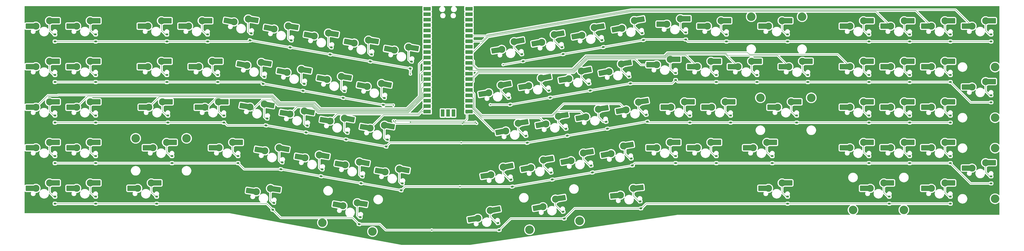
<source format=gbr>
%TF.GenerationSoftware,KiCad,Pcbnew,8.0.1*%
%TF.CreationDate,2024-04-27T19:13:13+09:00*%
%TF.ProjectId,sand-at,73616e64-2d61-4742-9e6b-696361645f70,rev?*%
%TF.SameCoordinates,Original*%
%TF.FileFunction,Copper,L2,Bot*%
%TF.FilePolarity,Positive*%
%FSLAX46Y46*%
G04 Gerber Fmt 4.6, Leading zero omitted, Abs format (unit mm)*
G04 Created by KiCad (PCBNEW 8.0.1) date 2024-04-27 19:13:13*
%MOMM*%
%LPD*%
G01*
G04 APERTURE LIST*
G04 Aperture macros list*
%AMRoundRect*
0 Rectangle with rounded corners*
0 $1 Rounding radius*
0 $2 $3 $4 $5 $6 $7 $8 $9 X,Y pos of 4 corners*
0 Add a 4 corners polygon primitive as box body*
4,1,4,$2,$3,$4,$5,$6,$7,$8,$9,$2,$3,0*
0 Add four circle primitives for the rounded corners*
1,1,$1+$1,$2,$3*
1,1,$1+$1,$4,$5*
1,1,$1+$1,$6,$7*
1,1,$1+$1,$8,$9*
0 Add four rect primitives between the rounded corners*
20,1,$1+$1,$2,$3,$4,$5,0*
20,1,$1+$1,$4,$5,$6,$7,0*
20,1,$1+$1,$6,$7,$8,$9,0*
20,1,$1+$1,$8,$9,$2,$3,0*%
%AMRotRect*
0 Rectangle, with rotation*
0 The origin of the aperture is its center*
0 $1 length*
0 $2 width*
0 $3 Rotation angle, in degrees counterclockwise*
0 Add horizontal line*
21,1,$1,$2,0,0,$3*%
G04 Aperture macros list end*
%TA.AperFunction,SMDPad,CuDef*%
%ADD10RoundRect,0.250000X-0.835780X-1.162797X1.183076X-0.806818X0.835780X1.162797X-1.183076X0.806818X0*%
%TD*%
%TA.AperFunction,SMDPad,CuDef*%
%ADD11RotRect,1.650000X2.500000X190.000000*%
%TD*%
%TA.AperFunction,ComponentPad*%
%ADD12C,3.300000*%
%TD*%
%TA.AperFunction,SMDPad,CuDef*%
%ADD13RotRect,1.650000X2.500000X10.000000*%
%TD*%
%TA.AperFunction,SMDPad,CuDef*%
%ADD14RoundRect,0.250000X-1.025000X-1.000000X1.025000X-1.000000X1.025000X1.000000X-1.025000X1.000000X0*%
%TD*%
%TA.AperFunction,SMDPad,CuDef*%
%ADD15R,1.650000X2.500000*%
%TD*%
%TA.AperFunction,SMDPad,CuDef*%
%ADD16RoundRect,0.250000X-1.183076X-0.806818X0.835780X-1.162797X1.183076X0.806818X-0.835780X1.162797X0*%
%TD*%
%TA.AperFunction,SMDPad,CuDef*%
%ADD17RotRect,1.650000X2.500000X170.000000*%
%TD*%
%TA.AperFunction,SMDPad,CuDef*%
%ADD18RotRect,1.650000X2.500000X350.000000*%
%TD*%
%TA.AperFunction,ComponentPad*%
%ADD19C,4.000000*%
%TD*%
%TA.AperFunction,SMDPad,CuDef*%
%ADD20RoundRect,0.250000X-0.914856X-1.101664X1.123913X-0.887380X0.914856X1.101664X-1.123913X0.887380X0*%
%TD*%
%TA.AperFunction,SMDPad,CuDef*%
%ADD21RotRect,1.650000X2.500000X186.000000*%
%TD*%
%TA.AperFunction,SMDPad,CuDef*%
%ADD22RotRect,1.650000X2.500000X6.000000*%
%TD*%
%TA.AperFunction,SMDPad,CuDef*%
%ADD23RoundRect,0.250000X-1.161551X-0.837511X0.865932X-1.140521X1.161551X0.837511X-0.865932X1.140521X0*%
%TD*%
%TA.AperFunction,SMDPad,CuDef*%
%ADD24RotRect,1.650000X2.500000X171.500000*%
%TD*%
%TA.AperFunction,SMDPad,CuDef*%
%ADD25RotRect,1.650000X2.500000X351.500000*%
%TD*%
%TA.AperFunction,SMDPad,CuDef*%
%ADD26RoundRect,0.225000X0.330232X-0.286700X0.408374X0.156464X-0.330232X0.286700X-0.408374X-0.156464X0*%
%TD*%
%TA.AperFunction,SMDPad,CuDef*%
%ADD27RoundRect,0.225000X0.396465X-0.184569X0.349427X0.262966X-0.396465X0.184569X-0.349427X-0.262966X0*%
%TD*%
%TA.AperFunction,SMDPad,CuDef*%
%ADD28RoundRect,0.225000X0.408374X-0.156464X0.330232X0.286700X-0.408374X0.156464X-0.330232X-0.286700X0*%
%TD*%
%TA.AperFunction,SMDPad,CuDef*%
%ADD29RoundRect,0.225000X0.375000X-0.225000X0.375000X0.225000X-0.375000X0.225000X-0.375000X-0.225000X0*%
%TD*%
%TA.AperFunction,SMDPad,CuDef*%
%ADD30RoundRect,0.225000X0.337624X-0.277957X0.404138X0.167100X-0.337624X0.277957X-0.404138X-0.167100X0*%
%TD*%
%TA.AperFunction,ComponentPad*%
%ADD31O,1.700000X1.700000*%
%TD*%
%TA.AperFunction,SMDPad,CuDef*%
%ADD32R,3.500000X1.700000*%
%TD*%
%TA.AperFunction,ComponentPad*%
%ADD33R,1.700000X1.700000*%
%TD*%
%TA.AperFunction,SMDPad,CuDef*%
%ADD34R,1.700000X3.500000*%
%TD*%
%TA.AperFunction,ViaPad*%
%ADD35C,0.600000*%
%TD*%
%TA.AperFunction,Conductor*%
%ADD36C,0.200000*%
%TD*%
%TA.AperFunction,Conductor*%
%ADD37C,0.250000*%
%TD*%
G04 APERTURE END LIST*
D10*
%TO.P,SW52,1,1*%
%TO.N,COL11*%
X337427515Y-89035094D03*
D11*
X339126308Y-88735551D03*
D12*
X340923582Y-88418643D03*
%TO.P,SW52,2,2*%
%TO.N,Net-(D52-A)*%
X346736045Y-84814565D03*
D13*
X348508699Y-84501999D03*
D10*
X350232112Y-84198114D03*
%TD*%
D14*
%TO.P,SW60,1,1*%
%TO.N,COL1*%
X80215000Y-106253050D03*
D15*
X81940000Y-106253050D03*
D12*
X83765000Y-106253050D03*
%TO.P,SW60,2,2*%
%TO.N,Net-(D60-A)*%
X90115000Y-103713050D03*
D15*
X91915000Y-103713050D03*
D14*
X93665000Y-103713050D03*
%TD*%
D16*
%TO.P,SW27,1,1*%
%TO.N,COL6*%
X197502641Y-73507402D03*
D17*
X199201435Y-73806945D03*
D12*
X200998709Y-74123853D03*
%TO.P,SW27,2,2*%
%TO.N,Net-(D27-A)*%
X207693304Y-72725107D03*
D18*
X209465958Y-73037674D03*
D16*
X211189372Y-73341558D03*
%TD*%
%TO.P,SW7,1,1*%
%TO.N,COL6*%
X191430345Y-53092815D03*
D17*
X193129139Y-53392358D03*
D12*
X194926413Y-53709266D03*
%TO.P,SW7,2,2*%
%TO.N,Net-(D7-A)*%
X201621008Y-52310520D03*
D18*
X203393662Y-52623087D03*
D16*
X205117076Y-52926971D03*
%TD*%
D19*
%TO.P,S84,*%
%TO.N,*%
X319176636Y-140612909D03*
X295725901Y-144747906D03*
%TD*%
D10*
%TO.P,SW51,1,1*%
%TO.N,COL10*%
X318666927Y-92343092D03*
D11*
X320365720Y-92043549D03*
D12*
X322162994Y-91726641D03*
%TO.P,SW51,2,2*%
%TO.N,Net-(D51-A)*%
X327975457Y-88122563D03*
D13*
X329748111Y-87809997D03*
D10*
X331471524Y-87506112D03*
%TD*%
%TO.P,SW67,1,1*%
%TO.N,COL8*%
X274135426Y-119539074D03*
D11*
X275834219Y-119239531D03*
D12*
X277631493Y-118922623D03*
%TO.P,SW67,2,2*%
%TO.N,Net-(D67-A)*%
X283443956Y-115318545D03*
D13*
X285216610Y-115005979D03*
D10*
X286940023Y-114702094D03*
%TD*%
D14*
%TO.P,SW88,1,1*%
%TO.N,COL18*%
X480265000Y-125303050D03*
D15*
X481990000Y-125303050D03*
D12*
X483815000Y-125303050D03*
%TO.P,SW88,2,2*%
%TO.N,Net-(D88-A)*%
X490165000Y-122763050D03*
D15*
X491965000Y-122763050D03*
D14*
X493715000Y-122763050D03*
%TD*%
%TO.P,SW14,1,1*%
%TO.N,COL13*%
X356440000Y-48150550D03*
D15*
X358165000Y-48150550D03*
D12*
X359990000Y-48150550D03*
%TO.P,SW14,2,2*%
%TO.N,Net-(D14-A)*%
X366340000Y-45610550D03*
D15*
X368140000Y-45610550D03*
D14*
X369890000Y-45610550D03*
%TD*%
D20*
%TO.P,SW85,1,1*%
%TO.N,COL11*%
X334759156Y-128843748D03*
D21*
X336474706Y-128663436D03*
D12*
X338289708Y-128472672D03*
%TO.P,SW85,2,2*%
%TO.N,Net-(D85-A)*%
X344339420Y-125282830D03*
D22*
X346129559Y-125094679D03*
D20*
X347869973Y-124911754D03*
%TD*%
D10*
%TO.P,SW12,1,1*%
%TO.N,COL11*%
X316741079Y-53994917D03*
D11*
X318439872Y-53695374D03*
D12*
X320237146Y-53378466D03*
%TO.P,SW12,2,2*%
%TO.N,Net-(D12-A)*%
X326049609Y-49774388D03*
D13*
X327822263Y-49461822D03*
D10*
X329545676Y-49157937D03*
%TD*%
D14*
%TO.P,SW59,1,1*%
%TO.N,COL0*%
X61165000Y-106253050D03*
D15*
X62890000Y-106253050D03*
D12*
X64715000Y-106253050D03*
%TO.P,SW59,2,2*%
%TO.N,Net-(D59-A)*%
X71065000Y-103713050D03*
D15*
X72865000Y-103713050D03*
D14*
X74615000Y-103713050D03*
%TD*%
%TO.P,SW44,1,1*%
%TO.N,COL3*%
X140222500Y-87203050D03*
D15*
X141947500Y-87203050D03*
D12*
X143772500Y-87203050D03*
%TO.P,SW44,2,2*%
%TO.N,Net-(D44-A)*%
X150122500Y-84663050D03*
D15*
X151922500Y-84663050D03*
D14*
X153672500Y-84663050D03*
%TD*%
%TO.P,SW87,1,1*%
%TO.N,COL16*%
X451690000Y-125303050D03*
D15*
X453415000Y-125303050D03*
D12*
X455240000Y-125303050D03*
%TO.P,SW87,2,2*%
%TO.N,Net-(D87-A)*%
X461590000Y-122763050D03*
D15*
X463390000Y-122763050D03*
D14*
X465140000Y-122763050D03*
%TD*%
D10*
%TO.P,SW49,1,1*%
%TO.N,COL8*%
X281145752Y-98959088D03*
D11*
X282844545Y-98659545D03*
D12*
X284641819Y-98342637D03*
%TO.P,SW49,2,2*%
%TO.N,Net-(D49-A)*%
X290454282Y-94738559D03*
D13*
X292226936Y-94425993D03*
D10*
X293950349Y-94122108D03*
%TD*%
D14*
%TO.P,SW20,1,1*%
%TO.N,COL19*%
X499315000Y-49103050D03*
D15*
X501040000Y-49103050D03*
D12*
X502865000Y-49103050D03*
%TO.P,SW20,2,2*%
%TO.N,Net-(D20-A)*%
X509215000Y-46563050D03*
D15*
X511015000Y-46563050D03*
D14*
X512765000Y-46563050D03*
%TD*%
%TO.P,SW2,1,1*%
%TO.N,COL1*%
X80215000Y-49103050D03*
D15*
X81940000Y-49103050D03*
D12*
X83765000Y-49103050D03*
%TO.P,SW2,2,2*%
%TO.N,Net-(D2-A)*%
X90115000Y-46563050D03*
D15*
X91915000Y-46563050D03*
D14*
X93665000Y-46563050D03*
%TD*%
D10*
%TO.P,SW30,1,1*%
%TO.N,COL9*%
X291908195Y-77717502D03*
D11*
X293606988Y-77417959D03*
D12*
X295404262Y-77101051D03*
%TO.P,SW30,2,2*%
%TO.N,Net-(D30-A)*%
X301216725Y-73496973D03*
D13*
X302989379Y-73184407D03*
D10*
X304712792Y-72880522D03*
%TD*%
D14*
%TO.P,SW73,1,1*%
%TO.N,COL15*%
X396921250Y-106253050D03*
D15*
X398646250Y-106253050D03*
D12*
X400471250Y-106253050D03*
%TO.P,SW73,2,2*%
%TO.N,Net-(D73-A)*%
X406821250Y-103713050D03*
D15*
X408621250Y-103713050D03*
D14*
X410371250Y-103713050D03*
%TD*%
D10*
%TO.P,SW10,1,1*%
%TO.N,COL9*%
X279219903Y-60610913D03*
D11*
X280918696Y-60311370D03*
D12*
X282715970Y-59994462D03*
%TO.P,SW10,2,2*%
%TO.N,Net-(D10-A)*%
X288528433Y-56390384D03*
D13*
X290301087Y-56077818D03*
D10*
X292024500Y-55773933D03*
%TD*%
D16*
%TO.P,SW25,1,1*%
%TO.N,COL4*%
X159981466Y-66891406D03*
D17*
X161680260Y-67190949D03*
D12*
X163477534Y-67507857D03*
%TO.P,SW25,2,2*%
%TO.N,Net-(D25-A)*%
X170172129Y-66109111D03*
D18*
X171944783Y-66421678D03*
D16*
X173668197Y-66725562D03*
%TD*%
D10*
%TO.P,SW31,1,1*%
%TO.N,COL10*%
X310668783Y-74409504D03*
D11*
X312367576Y-74109961D03*
D12*
X314164850Y-73793053D03*
%TO.P,SW31,2,2*%
%TO.N,Net-(D31-A)*%
X319977313Y-70188975D03*
D13*
X321749967Y-69876409D03*
D10*
X323473380Y-69572524D03*
%TD*%
D16*
%TO.P,SW82,1,1*%
%TO.N,COL6*%
X204932191Y-132849063D03*
D17*
X206630985Y-133148606D03*
D12*
X208428259Y-133465514D03*
%TO.P,SW82,2,2*%
%TO.N,Net-(D82-A)*%
X215122854Y-132066768D03*
D18*
X216895508Y-132379335D03*
D16*
X218618922Y-132683219D03*
%TD*%
D14*
%TO.P,SW39,1,1*%
%TO.N,COL18*%
X480265000Y-68153050D03*
D15*
X481990000Y-68153050D03*
D12*
X483815000Y-68153050D03*
%TO.P,SW39,2,2*%
%TO.N,Net-(D39-A)*%
X490165000Y-65613050D03*
D15*
X491965000Y-65613050D03*
D14*
X493715000Y-65613050D03*
%TD*%
%TO.P,SW40,1,1*%
%TO.N,COL19*%
X499315000Y-77678050D03*
D15*
X501040000Y-77678050D03*
D12*
X502865000Y-77678050D03*
%TO.P,SW40,2,2*%
%TO.N,Net-(D40-A)*%
X509215000Y-75138050D03*
D15*
X511015000Y-75138050D03*
D14*
X512765000Y-75138050D03*
%TD*%
%TO.P,SW3,1,1*%
%TO.N,COL2*%
X113552500Y-49103050D03*
D15*
X115277500Y-49103050D03*
D12*
X117102500Y-49103050D03*
%TO.P,SW3,2,2*%
%TO.N,Net-(D3-A)*%
X123452500Y-46563050D03*
D15*
X125252500Y-46563050D03*
D14*
X127002500Y-46563050D03*
%TD*%
%TO.P,SW74,1,1*%
%TO.N,COL16*%
X442165000Y-106253050D03*
D15*
X443890000Y-106253050D03*
D12*
X445715000Y-106253050D03*
%TO.P,SW74,2,2*%
%TO.N,Net-(D74-A)*%
X452065000Y-103713050D03*
D15*
X453865000Y-103713050D03*
D14*
X455615000Y-103713050D03*
%TD*%
D16*
%TO.P,SW63,1,1*%
%TO.N,COL4*%
X168373940Y-107058980D03*
D17*
X170072734Y-107358523D03*
D12*
X171870008Y-107675431D03*
%TO.P,SW63,2,2*%
%TO.N,Net-(D63-A)*%
X178564603Y-106276685D03*
D18*
X180337257Y-106589252D03*
D16*
X182060671Y-106893136D03*
%TD*%
D19*
%TO.P,S61,*%
%TO.N,*%
X111387500Y-101808050D03*
X135200000Y-101808050D03*
%TD*%
D16*
%TO.P,SW65,1,1*%
%TO.N,COL6*%
X205895116Y-113674975D03*
D17*
X207593910Y-113974518D03*
D12*
X209391184Y-114291426D03*
%TO.P,SW65,2,2*%
%TO.N,Net-(D65-A)*%
X216085779Y-112892680D03*
D18*
X217858433Y-113205247D03*
D16*
X219581847Y-113509131D03*
%TD*%
D10*
%TO.P,SW84,1,1*%
%TO.N,COL9*%
X298549085Y-134578164D03*
D11*
X300247878Y-134278621D03*
D12*
X302045152Y-133961713D03*
%TO.P,SW84,2,2*%
%TO.N,Net-(D84-A)*%
X307857615Y-130357635D03*
D13*
X309630269Y-130045069D03*
D10*
X311353682Y-129741184D03*
%TD*%
D14*
%TO.P,SW1,1,1*%
%TO.N,COL0*%
X61165000Y-49103050D03*
D15*
X62890000Y-49103050D03*
D12*
X64715000Y-49103050D03*
%TO.P,SW1,2,2*%
%TO.N,Net-(D1-A)*%
X71065000Y-46563050D03*
D15*
X72865000Y-46563050D03*
D14*
X74615000Y-46563050D03*
%TD*%
D23*
%TO.P,SW81,1,1*%
%TO.N,COL4*%
X164324199Y-126396615D03*
D24*
X166030253Y-126651587D03*
D12*
X167835205Y-126921339D03*
%TO.P,SW81,2,2*%
%TO.N,Net-(D81-A)*%
X174490892Y-125347828D03*
D25*
X176271121Y-125613885D03*
D23*
X178001898Y-125872552D03*
%TD*%
D10*
%TO.P,SW50,1,1*%
%TO.N,COL9*%
X299906340Y-95651090D03*
D11*
X301605133Y-95351547D03*
D12*
X303402407Y-95034639D03*
%TO.P,SW50,2,2*%
%TO.N,Net-(D50-A)*%
X309214870Y-91430561D03*
D13*
X310987524Y-91117995D03*
D10*
X312710937Y-90814110D03*
%TD*%
D14*
%TO.P,SW24,1,1*%
%TO.N,COL3*%
X137365000Y-68153050D03*
D15*
X139090000Y-68153050D03*
D12*
X140915000Y-68153050D03*
%TO.P,SW24,2,2*%
%TO.N,Net-(D24-A)*%
X147265000Y-65613050D03*
D15*
X149065000Y-65613050D03*
D14*
X150815000Y-65613050D03*
%TD*%
D16*
%TO.P,SW48,1,1*%
%TO.N,COL7*%
X217645378Y-96402987D03*
D17*
X219344172Y-96702530D03*
D12*
X221141446Y-97019438D03*
%TO.P,SW48,2,2*%
%TO.N,Net-(D48-A)*%
X227836041Y-95620692D03*
D18*
X229608695Y-95933259D03*
D16*
X231332109Y-96237143D03*
%TD*%
D14*
%TO.P,SW56,1,1*%
%TO.N,COL16*%
X442165000Y-87203050D03*
D15*
X443890000Y-87203050D03*
D12*
X445715000Y-87203050D03*
%TO.P,SW56,2,2*%
%TO.N,Net-(D56-A)*%
X452065000Y-84663050D03*
D15*
X453865000Y-84663050D03*
D14*
X455615000Y-84663050D03*
%TD*%
D16*
%TO.P,SW5,1,1*%
%TO.N,COL4*%
X153909170Y-46476820D03*
D17*
X155607964Y-46776363D03*
D12*
X157405238Y-47093271D03*
%TO.P,SW5,2,2*%
%TO.N,Net-(D5-A)*%
X164099833Y-45694525D03*
D18*
X165872487Y-46007092D03*
D16*
X167595901Y-46310976D03*
%TD*%
%TO.P,SW26,1,1*%
%TO.N,COL5*%
X178742054Y-70199404D03*
D17*
X180440848Y-70498947D03*
D12*
X182238122Y-70815855D03*
%TO.P,SW26,2,2*%
%TO.N,Net-(D26-A)*%
X188932717Y-69417109D03*
D18*
X190705371Y-69729676D03*
D16*
X192428785Y-70033560D03*
%TD*%
D14*
%TO.P,SW61,1,1*%
%TO.N,COL2*%
X115933750Y-106253050D03*
D15*
X117658750Y-106253050D03*
D12*
X119483750Y-106253050D03*
%TO.P,SW61,2,2*%
%TO.N,Net-(D61-A)*%
X125833750Y-103713050D03*
D15*
X127633750Y-103713050D03*
D14*
X129383750Y-103713050D03*
%TD*%
D16*
%TO.P,SW8,1,1*%
%TO.N,COL7*%
X210190933Y-56400813D03*
D17*
X211889727Y-56700356D03*
D12*
X213687001Y-57017264D03*
%TO.P,SW8,2,2*%
%TO.N,Net-(D8-A)*%
X220381596Y-55618518D03*
D18*
X222154250Y-55931085D03*
D16*
X223877664Y-56234969D03*
%TD*%
D14*
%TO.P,SW23,1,1*%
%TO.N,COL2*%
X113552500Y-68153050D03*
D15*
X115277500Y-68153050D03*
D12*
X117102500Y-68153050D03*
%TO.P,SW23,2,2*%
%TO.N,Net-(D23-A)*%
X123452500Y-65613050D03*
D15*
X125252500Y-65613050D03*
D14*
X127002500Y-65613050D03*
%TD*%
%TO.P,SW86,1,1*%
%TO.N,COL15*%
X404065000Y-125303050D03*
D15*
X405790000Y-125303050D03*
D12*
X407615000Y-125303050D03*
%TO.P,SW86,2,2*%
%TO.N,Net-(D86-A)*%
X413965000Y-122763050D03*
D15*
X415765000Y-122763050D03*
D14*
X417515000Y-122763050D03*
%TD*%
%TO.P,SW33,1,1*%
%TO.N,COL12*%
X351677500Y-67200550D03*
D15*
X353402500Y-67200550D03*
D12*
X355227500Y-67200550D03*
%TO.P,SW33,2,2*%
%TO.N,Net-(D33-A)*%
X361577500Y-64660550D03*
D15*
X363377500Y-64660550D03*
D14*
X365127500Y-64660550D03*
%TD*%
D10*
%TO.P,SW13,1,1*%
%TO.N,COL12*%
X335501666Y-50686919D03*
D11*
X337200459Y-50387376D03*
D12*
X338997733Y-50070468D03*
%TO.P,SW13,2,2*%
%TO.N,Net-(D13-A)*%
X344810196Y-46466390D03*
D13*
X346582850Y-46153824D03*
D10*
X348306263Y-45849939D03*
%TD*%
D14*
%TO.P,SW55,1,1*%
%TO.N,COL15*%
X408351250Y-87203050D03*
D15*
X410076250Y-87203050D03*
D12*
X411901250Y-87203050D03*
%TO.P,SW55,2,2*%
%TO.N,Net-(D55-A)*%
X418251250Y-84663050D03*
D15*
X420051250Y-84663050D03*
D14*
X421801250Y-84663050D03*
%TD*%
%TO.P,SW71,1,1*%
%TO.N,COL12*%
X351677500Y-106253050D03*
D15*
X353402500Y-106253050D03*
D12*
X355227500Y-106253050D03*
%TO.P,SW71,2,2*%
%TO.N,Net-(D71-A)*%
X361577500Y-103713050D03*
D15*
X363377500Y-103713050D03*
D14*
X365127500Y-103713050D03*
%TD*%
D19*
%TO.P,S40,*%
%TO.N,*%
X513660000Y-68311800D03*
X513660000Y-92124300D03*
%TD*%
D14*
%TO.P,SW36,1,1*%
%TO.N,COL15*%
X413590000Y-68153050D03*
D15*
X415315000Y-68153050D03*
D12*
X417140000Y-68153050D03*
%TO.P,SW36,2,2*%
%TO.N,Net-(D36-A)*%
X423490000Y-65613050D03*
D15*
X425290000Y-65613050D03*
D14*
X427040000Y-65613050D03*
%TD*%
%TO.P,SW34,1,1*%
%TO.N,COL13*%
X370727500Y-68153050D03*
D15*
X372452500Y-68153050D03*
D12*
X374277500Y-68153050D03*
%TO.P,SW34,2,2*%
%TO.N,Net-(D34-A)*%
X380627500Y-65613050D03*
D15*
X382427500Y-65613050D03*
D14*
X384177500Y-65613050D03*
%TD*%
%TO.P,SW42,1,1*%
%TO.N,COL1*%
X80215000Y-87203050D03*
D15*
X81940000Y-87203050D03*
D12*
X83765000Y-87203050D03*
%TO.P,SW42,2,2*%
%TO.N,Net-(D42-A)*%
X90115000Y-84663050D03*
D15*
X91915000Y-84663050D03*
D14*
X93665000Y-84663050D03*
%TD*%
D19*
%TO.P,S55,*%
%TO.N,*%
X403805000Y-82758050D03*
X427617500Y-82758050D03*
%TD*%
D16*
%TO.P,SW46,1,1*%
%TO.N,COL5*%
X180124203Y-89786991D03*
D17*
X181822997Y-90086534D03*
D12*
X183620271Y-90403442D03*
%TO.P,SW46,2,2*%
%TO.N,Net-(D46-A)*%
X190314866Y-89004696D03*
D18*
X192087520Y-89317263D03*
D16*
X193810934Y-89621147D03*
%TD*%
D14*
%TO.P,SW21,1,1*%
%TO.N,COL0*%
X61165000Y-68153050D03*
D15*
X62890000Y-68153050D03*
D12*
X64715000Y-68153050D03*
%TO.P,SW21,2,2*%
%TO.N,Net-(D21-A)*%
X71065000Y-65613050D03*
D15*
X72865000Y-65613050D03*
D14*
X74615000Y-65613050D03*
%TD*%
%TO.P,SW35,1,1*%
%TO.N,COL14*%
X389777500Y-68153050D03*
D15*
X391502500Y-68153050D03*
D12*
X393327500Y-68153050D03*
%TO.P,SW35,2,2*%
%TO.N,Net-(D35-A)*%
X399677500Y-65613050D03*
D15*
X401477500Y-65613050D03*
D14*
X403227500Y-65613050D03*
%TD*%
D16*
%TO.P,SW45,1,1*%
%TO.N,COL4*%
X161363615Y-86478993D03*
D17*
X163062409Y-86778536D03*
D12*
X164859683Y-87095444D03*
%TO.P,SW45,2,2*%
%TO.N,Net-(D45-A)*%
X171554278Y-85696698D03*
D18*
X173326932Y-86009265D03*
D16*
X175050346Y-86313149D03*
%TD*%
%TO.P,SW64,1,1*%
%TO.N,COL5*%
X187134528Y-110366978D03*
D17*
X188833322Y-110666521D03*
D12*
X190630596Y-110983429D03*
%TO.P,SW64,2,2*%
%TO.N,Net-(D64-A)*%
X197325191Y-109584683D03*
D18*
X199097845Y-109897250D03*
D16*
X200821259Y-110201134D03*
%TD*%
D10*
%TO.P,SW70,1,1*%
%TO.N,COL11*%
X330417190Y-109615081D03*
D11*
X332115983Y-109315538D03*
D12*
X333913257Y-108998630D03*
%TO.P,SW70,2,2*%
%TO.N,Net-(D70-A)*%
X339725720Y-105394552D03*
D13*
X341498374Y-105081986D03*
D10*
X343221787Y-104778101D03*
%TD*%
D16*
%TO.P,SW9,1,1*%
%TO.N,COL8*%
X228951521Y-59708811D03*
D17*
X230650315Y-60008354D03*
D12*
X232447589Y-60325262D03*
%TO.P,SW9,2,2*%
%TO.N,Net-(D9-A)*%
X239142184Y-58926516D03*
D18*
X240914838Y-59239083D03*
D16*
X242638252Y-59542967D03*
%TD*%
D14*
%TO.P,SW41,1,1*%
%TO.N,COL0*%
X61165000Y-87203050D03*
D15*
X62890000Y-87203050D03*
D12*
X64715000Y-87203050D03*
%TO.P,SW41,2,2*%
%TO.N,Net-(D41-A)*%
X71065000Y-84663050D03*
D15*
X72865000Y-84663050D03*
D14*
X74615000Y-84663050D03*
%TD*%
D10*
%TO.P,SW11,1,1*%
%TO.N,COL10*%
X297980491Y-57302915D03*
D11*
X299679284Y-57003372D03*
D12*
X301476558Y-56686464D03*
%TO.P,SW11,2,2*%
%TO.N,Net-(D11-A)*%
X307289021Y-53082386D03*
D13*
X309061675Y-52769820D03*
D10*
X310785088Y-52465935D03*
%TD*%
D14*
%TO.P,SW37,1,1*%
%TO.N,COL16*%
X442165000Y-68153050D03*
D15*
X443890000Y-68153050D03*
D12*
X445715000Y-68153050D03*
%TO.P,SW37,2,2*%
%TO.N,Net-(D37-A)*%
X452065000Y-65613050D03*
D15*
X453865000Y-65613050D03*
D14*
X455615000Y-65613050D03*
%TD*%
%TO.P,SW78,1,1*%
%TO.N,COL0*%
X61165000Y-125303050D03*
D15*
X62890000Y-125303050D03*
D12*
X64715000Y-125303050D03*
%TO.P,SW78,2,2*%
%TO.N,Net-(D78-A)*%
X71065000Y-122763050D03*
D15*
X72865000Y-122763050D03*
D14*
X74615000Y-122763050D03*
%TD*%
%TO.P,SW54,1,1*%
%TO.N,COL13*%
X377395000Y-87203050D03*
D15*
X379120000Y-87203050D03*
D12*
X380945000Y-87203050D03*
%TO.P,SW54,2,2*%
%TO.N,Net-(D54-A)*%
X387295000Y-84663050D03*
D15*
X389095000Y-84663050D03*
D14*
X390845000Y-84663050D03*
%TD*%
%TO.P,SW53,1,1*%
%TO.N,COL12*%
X358345000Y-87203050D03*
D15*
X360070000Y-87203050D03*
D12*
X361895000Y-87203050D03*
%TO.P,SW53,2,2*%
%TO.N,Net-(D53-A)*%
X368245000Y-84663050D03*
D15*
X370045000Y-84663050D03*
D14*
X371795000Y-84663050D03*
%TD*%
%TO.P,SW75,1,1*%
%TO.N,COL17*%
X461215000Y-106253050D03*
D15*
X462940000Y-106253050D03*
D12*
X464765000Y-106253050D03*
%TO.P,SW75,2,2*%
%TO.N,Net-(D75-A)*%
X471115000Y-103713050D03*
D15*
X472915000Y-103713050D03*
D14*
X474665000Y-103713050D03*
%TD*%
D16*
%TO.P,SW47,1,1*%
%TO.N,COL6*%
X198884790Y-93094989D03*
D17*
X200583584Y-93394532D03*
D12*
X202380858Y-93711440D03*
%TO.P,SW47,2,2*%
%TO.N,Net-(D47-A)*%
X209075453Y-92312694D03*
D18*
X210848107Y-92625261D03*
D16*
X212571521Y-92929145D03*
%TD*%
D14*
%TO.P,SW17,1,1*%
%TO.N,COL16*%
X442165000Y-49103050D03*
D15*
X443890000Y-49103050D03*
D12*
X445715000Y-49103050D03*
%TO.P,SW17,2,2*%
%TO.N,Net-(D17-A)*%
X452065000Y-46563050D03*
D15*
X453865000Y-46563050D03*
D14*
X455615000Y-46563050D03*
%TD*%
D19*
%TO.P,S16,*%
%TO.N,*%
X399518750Y-44658050D03*
X423331250Y-44658050D03*
%TD*%
D10*
%TO.P,SW69,1,1*%
%TO.N,COL10*%
X311656602Y-112923079D03*
D11*
X313355395Y-112623536D03*
D12*
X315152669Y-112306628D03*
%TO.P,SW69,2,2*%
%TO.N,Net-(D69-A)*%
X320965132Y-108702550D03*
D13*
X322737786Y-108389984D03*
D10*
X324461199Y-108086099D03*
%TD*%
D19*
%TO.P,S87,*%
%TO.N,*%
X470956250Y-135460000D03*
X447143750Y-135460000D03*
%TD*%
D14*
%TO.P,SW77,1,1*%
%TO.N,COL19*%
X499315000Y-115778050D03*
D15*
X501040000Y-115778050D03*
D12*
X502865000Y-115778050D03*
%TO.P,SW77,2,2*%
%TO.N,Net-(D77-A)*%
X509215000Y-113238050D03*
D15*
X511015000Y-113238050D03*
D14*
X512765000Y-113238050D03*
%TD*%
D19*
%TO.P,S82,*%
%TO.N,*%
X222251745Y-145574906D03*
X198801010Y-141439909D03*
%TD*%
D16*
%TO.P,SW28,1,1*%
%TO.N,COL7*%
X216263229Y-76815399D03*
D17*
X217962023Y-77114942D03*
D12*
X219759297Y-77431850D03*
%TO.P,SW28,2,2*%
%TO.N,Net-(D28-A)*%
X226453892Y-76033104D03*
D18*
X228226546Y-76345671D03*
D16*
X229949960Y-76649555D03*
%TD*%
D14*
%TO.P,SW19,1,1*%
%TO.N,COL18*%
X480265000Y-49103050D03*
D15*
X481990000Y-49103050D03*
D12*
X483815000Y-49103050D03*
%TO.P,SW19,2,2*%
%TO.N,Net-(D19-A)*%
X490165000Y-46563050D03*
D15*
X491965000Y-46563050D03*
D14*
X493715000Y-46563050D03*
%TD*%
D16*
%TO.P,SW66,1,1*%
%TO.N,COL7*%
X224655704Y-116982973D03*
D17*
X226354498Y-117282516D03*
D12*
X228151772Y-117599424D03*
%TO.P,SW66,2,2*%
%TO.N,Net-(D66-A)*%
X234846367Y-116200678D03*
D18*
X236619021Y-116513245D03*
D16*
X238342435Y-116817129D03*
%TD*%
D14*
%TO.P,SW79,1,1*%
%TO.N,COL1*%
X80215000Y-125303050D03*
D15*
X81940000Y-125303050D03*
D12*
X83765000Y-125303050D03*
%TO.P,SW79,2,2*%
%TO.N,Net-(D79-A)*%
X90115000Y-122763050D03*
D15*
X91915000Y-122763050D03*
D14*
X93665000Y-122763050D03*
%TD*%
%TO.P,SW18,1,1*%
%TO.N,COL17*%
X461215000Y-49103050D03*
D15*
X462940000Y-49103050D03*
D12*
X464765000Y-49103050D03*
%TO.P,SW18,2,2*%
%TO.N,Net-(D18-A)*%
X471115000Y-46563050D03*
D15*
X472915000Y-46563050D03*
D14*
X474665000Y-46563050D03*
%TD*%
%TO.P,SW57,1,1*%
%TO.N,COL17*%
X461215000Y-87203050D03*
D15*
X462940000Y-87203050D03*
D12*
X464765000Y-87203050D03*
%TO.P,SW57,2,2*%
%TO.N,Net-(D57-A)*%
X471115000Y-84663050D03*
D15*
X472915000Y-84663050D03*
D14*
X474665000Y-84663050D03*
%TD*%
D10*
%TO.P,SW83,1,1*%
%TO.N,COL8*%
X268063130Y-139953661D03*
D11*
X269761923Y-139654118D03*
D12*
X271559197Y-139337210D03*
%TO.P,SW83,2,2*%
%TO.N,Net-(D83-A)*%
X277371660Y-135733132D03*
D13*
X279144314Y-135420566D03*
D10*
X280867727Y-135116681D03*
%TD*%
D16*
%TO.P,SW6,1,1*%
%TO.N,COL5*%
X172669757Y-49784817D03*
D17*
X174368551Y-50084360D03*
D12*
X176165825Y-50401268D03*
%TO.P,SW6,2,2*%
%TO.N,Net-(D6-A)*%
X182860420Y-49002522D03*
D18*
X184633074Y-49315089D03*
D16*
X186356488Y-49618973D03*
%TD*%
D14*
%TO.P,SW43,1,1*%
%TO.N,COL2*%
X114028750Y-87203050D03*
D15*
X115753750Y-87203050D03*
D12*
X117578750Y-87203050D03*
%TO.P,SW43,2,2*%
%TO.N,Net-(D43-A)*%
X123928750Y-84663050D03*
D15*
X125728750Y-84663050D03*
D14*
X127478750Y-84663050D03*
%TD*%
D10*
%TO.P,SW32,1,1*%
%TO.N,COL11*%
X329429370Y-71101506D03*
D11*
X331128163Y-70801963D03*
D12*
X332925437Y-70485055D03*
%TO.P,SW32,2,2*%
%TO.N,Net-(D32-A)*%
X338737900Y-66880977D03*
D13*
X340510554Y-66568411D03*
D10*
X342233967Y-66264526D03*
%TD*%
D14*
%TO.P,SW15,1,1*%
%TO.N,COL14*%
X375490000Y-49103050D03*
D15*
X377215000Y-49103050D03*
D12*
X379040000Y-49103050D03*
%TO.P,SW15,2,2*%
%TO.N,Net-(D15-A)*%
X385390000Y-46563050D03*
D15*
X387190000Y-46563050D03*
D14*
X388940000Y-46563050D03*
%TD*%
D10*
%TO.P,SW68,1,1*%
%TO.N,COL9*%
X292896014Y-116231076D03*
D11*
X294594807Y-115931533D03*
D12*
X296392081Y-115614625D03*
%TO.P,SW68,2,2*%
%TO.N,Net-(D68-A)*%
X302204544Y-112010547D03*
D13*
X303977198Y-111697981D03*
D10*
X305700611Y-111394096D03*
%TD*%
D19*
%TO.P,S77,*%
%TO.N,*%
X513660000Y-106411800D03*
X513660000Y-130224300D03*
%TD*%
D14*
%TO.P,SW76,1,1*%
%TO.N,COL18*%
X480265000Y-106253050D03*
D15*
X481990000Y-106253050D03*
D12*
X483815000Y-106253050D03*
%TO.P,SW76,2,2*%
%TO.N,Net-(D76-A)*%
X490165000Y-103713050D03*
D15*
X491965000Y-103713050D03*
D14*
X493715000Y-103713050D03*
%TD*%
%TO.P,SW58,1,1*%
%TO.N,COL18*%
X480265000Y-87203050D03*
D15*
X481990000Y-87203050D03*
D12*
X483815000Y-87203050D03*
%TO.P,SW58,2,2*%
%TO.N,Net-(D58-A)*%
X490165000Y-84663050D03*
D15*
X491965000Y-84663050D03*
D14*
X493715000Y-84663050D03*
%TD*%
D10*
%TO.P,SW29,1,1*%
%TO.N,COL8*%
X273147607Y-81025499D03*
D11*
X274846400Y-80725956D03*
D12*
X276643674Y-80409048D03*
%TO.P,SW29,2,2*%
%TO.N,Net-(D29-A)*%
X282456137Y-76804970D03*
D13*
X284228791Y-76492404D03*
D10*
X285952204Y-76188519D03*
%TD*%
D14*
%TO.P,SW16,1,1*%
%TO.N,COL15*%
X404065000Y-49103050D03*
D15*
X405790000Y-49103050D03*
D12*
X407615000Y-49103050D03*
%TO.P,SW16,2,2*%
%TO.N,Net-(D16-A)*%
X413965000Y-46563050D03*
D15*
X415765000Y-46563050D03*
D14*
X417515000Y-46563050D03*
%TD*%
%TO.P,SW72,1,1*%
%TO.N,COL13*%
X370727500Y-106253050D03*
D15*
X372452500Y-106253050D03*
D12*
X374277500Y-106253050D03*
%TO.P,SW72,2,2*%
%TO.N,Net-(D72-A)*%
X380627500Y-103713050D03*
D15*
X382427500Y-103713050D03*
D14*
X384177500Y-103713050D03*
%TD*%
%TO.P,SW80,1,1*%
%TO.N,COL2*%
X108790000Y-125303050D03*
D15*
X110515000Y-125303050D03*
D12*
X112340000Y-125303050D03*
%TO.P,SW80,2,2*%
%TO.N,Net-(D80-A)*%
X118690000Y-122763050D03*
D15*
X120490000Y-122763050D03*
D14*
X122240000Y-122763050D03*
%TD*%
%TO.P,SW38,1,1*%
%TO.N,COL17*%
X461215000Y-68153050D03*
D15*
X462940000Y-68153050D03*
D12*
X464765000Y-68153050D03*
%TO.P,SW38,2,2*%
%TO.N,Net-(D38-A)*%
X471115000Y-65613050D03*
D15*
X472915000Y-65613050D03*
D14*
X474665000Y-65613050D03*
%TD*%
%TO.P,SW4,1,1*%
%TO.N,COL3*%
X132602500Y-49103050D03*
D15*
X134327500Y-49103050D03*
D12*
X136152500Y-49103050D03*
%TO.P,SW4,2,2*%
%TO.N,Net-(D4-A)*%
X142502500Y-46563050D03*
D15*
X144302500Y-46563050D03*
D14*
X146052500Y-46563050D03*
%TD*%
%TO.P,SW62,1,1*%
%TO.N,COL3*%
X146890000Y-106253050D03*
D15*
X148615000Y-106253050D03*
D12*
X150440000Y-106253050D03*
%TO.P,SW62,2,2*%
%TO.N,Net-(D62-A)*%
X156790000Y-103713050D03*
D15*
X158590000Y-103713050D03*
D14*
X160340000Y-103713050D03*
%TD*%
%TO.P,SW22,1,1*%
%TO.N,COL1*%
X80215000Y-68153050D03*
D15*
X81940000Y-68153050D03*
D12*
X83765000Y-68153050D03*
%TO.P,SW22,2,2*%
%TO.N,Net-(D22-A)*%
X90115000Y-65613050D03*
D15*
X91915000Y-65613050D03*
D14*
X93665000Y-65613050D03*
%TD*%
D26*
%TO.P,D7,1,K*%
%TO.N,ROW0*%
X202427614Y-62363310D03*
%TO.P,D7,2,A*%
%TO.N,Net-(D7-A)*%
X203000652Y-59113444D03*
%TD*%
D27*
%TO.P,D85,1,K*%
%TO.N,ROW4*%
X347885703Y-134723861D03*
%TO.P,D85,2,A*%
%TO.N,Net-(D85-A)*%
X347540759Y-131441939D03*
%TD*%
D28*
%TO.P,D30,1,K*%
%TO.N,ROW1*%
X305412942Y-82667630D03*
%TO.P,D30,2,A*%
%TO.N,Net-(D30-A)*%
X304839904Y-79417764D03*
%TD*%
%TO.P,D52,1,K*%
%TO.N,ROW2*%
X350932262Y-93985222D03*
%TO.P,D52,2,A*%
%TO.N,Net-(D52-A)*%
X350359224Y-90735356D03*
%TD*%
%TO.P,D12,1,K*%
%TO.N,ROW0*%
X330245826Y-58945045D03*
%TO.P,D12,2,A*%
%TO.N,Net-(D12-A)*%
X329672788Y-55695179D03*
%TD*%
%TO.P,D11,1,K*%
%TO.N,ROW0*%
X311485238Y-62253043D03*
%TO.P,D11,2,A*%
%TO.N,Net-(D11-A)*%
X310912200Y-59003177D03*
%TD*%
D29*
%TO.P,D15,1,K*%
%TO.N,ROW0*%
X387930000Y-56323050D03*
%TO.P,D15,2,A*%
%TO.N,Net-(D15-A)*%
X387930000Y-53023050D03*
%TD*%
%TO.P,D38,1,K*%
%TO.N,ROW1*%
X473655000Y-75373050D03*
%TO.P,D38,2,A*%
%TO.N,Net-(D38-A)*%
X473655000Y-72073050D03*
%TD*%
D28*
%TO.P,D50,1,K*%
%TO.N,ROW2*%
X313411087Y-100601218D03*
%TO.P,D50,2,A*%
%TO.N,Net-(D50-A)*%
X312838049Y-97351352D03*
%TD*%
D30*
%TO.P,D81,1,K*%
%TO.N,ROW4*%
X175560372Y-135376058D03*
%TO.P,D81,2,A*%
%TO.N,Net-(D81-A)*%
X176048144Y-132112306D03*
%TD*%
D29*
%TO.P,D72,1,K*%
%TO.N,ROW3*%
X383167500Y-113473050D03*
%TO.P,D72,2,A*%
%TO.N,Net-(D72-A)*%
X383167500Y-110173050D03*
%TD*%
%TO.P,D56,1,K*%
%TO.N,ROW2*%
X454605000Y-94423050D03*
%TO.P,D56,2,A*%
%TO.N,Net-(D56-A)*%
X454605000Y-91123050D03*
%TD*%
%TO.P,D58,1,K*%
%TO.N,ROW2*%
X492705000Y-94423050D03*
%TO.P,D58,2,A*%
%TO.N,Net-(D58-A)*%
X492705000Y-91123050D03*
%TD*%
%TO.P,D3,1,K*%
%TO.N,ROW0*%
X125992500Y-56323050D03*
%TO.P,D3,2,A*%
%TO.N,Net-(D3-A)*%
X125992500Y-53023050D03*
%TD*%
D26*
%TO.P,D66,1,K*%
%TO.N,ROW3*%
X235652973Y-126253468D03*
%TO.P,D66,2,A*%
%TO.N,Net-(D66-A)*%
X236226011Y-123003602D03*
%TD*%
D29*
%TO.P,D77,1,K*%
%TO.N,ROW3*%
X511755000Y-122998050D03*
%TO.P,D77,2,A*%
%TO.N,Net-(D77-A)*%
X511755000Y-119698050D03*
%TD*%
D28*
%TO.P,D10,1,K*%
%TO.N,ROW0*%
X292724650Y-65561041D03*
%TO.P,D10,2,A*%
%TO.N,Net-(D10-A)*%
X292151612Y-62311175D03*
%TD*%
D29*
%TO.P,D60,1,K*%
%TO.N,ROW3*%
X92655000Y-113473050D03*
%TO.P,D60,2,A*%
%TO.N,Net-(D60-A)*%
X92655000Y-110173050D03*
%TD*%
%TO.P,D78,1,K*%
%TO.N,ROW4*%
X73605000Y-132523050D03*
%TO.P,D78,2,A*%
%TO.N,Net-(D78-A)*%
X73605000Y-129223050D03*
%TD*%
%TO.P,D76,1,K*%
%TO.N,ROW3*%
X492705000Y-113473050D03*
%TO.P,D76,2,A*%
%TO.N,Net-(D76-A)*%
X492705000Y-110173050D03*
%TD*%
%TO.P,D16,1,K*%
%TO.N,ROW0*%
X416505000Y-56323050D03*
%TO.P,D16,2,A*%
%TO.N,Net-(D16-A)*%
X416505000Y-53023050D03*
%TD*%
D28*
%TO.P,D69,1,K*%
%TO.N,ROW3*%
X325161349Y-117873207D03*
%TO.P,D69,2,A*%
%TO.N,Net-(D69-A)*%
X324588311Y-114623341D03*
%TD*%
%TO.P,D31,1,K*%
%TO.N,ROW1*%
X324173530Y-79359632D03*
%TO.P,D31,2,A*%
%TO.N,Net-(D31-A)*%
X323600492Y-76109766D03*
%TD*%
D31*
%TO.P,U1,1,GPIO0*%
%TO.N,ROW3*%
X266500000Y-40990550D03*
D32*
X267400000Y-40990550D03*
D31*
%TO.P,U1,2,GPIO1*%
%TO.N,ROW2*%
X266500000Y-43530550D03*
D32*
X267400000Y-43530550D03*
D33*
%TO.P,U1,3,GND*%
%TO.N,unconnected-(U1-GND-Pad3)*%
X266500000Y-46070550D03*
D32*
X267400000Y-46070550D03*
D31*
%TO.P,U1,4,GPIO2*%
%TO.N,ROW1*%
X266500000Y-48610550D03*
D32*
X267400000Y-48610550D03*
D31*
%TO.P,U1,5,GPIO3*%
%TO.N,ROW0*%
X266500000Y-51150550D03*
D32*
X267400000Y-51150550D03*
D31*
%TO.P,U1,6,GPIO4*%
%TO.N,COL19*%
X266500000Y-53690550D03*
D32*
X267400000Y-53690550D03*
D31*
%TO.P,U1,7,GPIO5*%
%TO.N,COL18*%
X266500000Y-56230550D03*
D32*
X267400000Y-56230550D03*
D33*
%TO.P,U1,8,GND*%
%TO.N,unconnected-(U1-GND-Pad8)*%
X266500000Y-58770550D03*
D32*
X267400000Y-58770550D03*
D31*
%TO.P,U1,9,GPIO6*%
%TO.N,COL17*%
X266500000Y-61310550D03*
D32*
X267400000Y-61310550D03*
D31*
%TO.P,U1,10,GPIO7*%
%TO.N,COL16*%
X266500000Y-63850550D03*
D32*
X267400000Y-63850550D03*
D31*
%TO.P,U1,11,GPIO8*%
%TO.N,COL15*%
X266500000Y-66390550D03*
D32*
X267400000Y-66390550D03*
D31*
%TO.P,U1,12,GPIO9*%
%TO.N,COL14*%
X266500000Y-68930550D03*
D32*
X267400000Y-68930550D03*
D33*
%TO.P,U1,13,GND*%
%TO.N,unconnected-(U1-GND-Pad13)*%
X266500000Y-71470550D03*
D32*
X267400000Y-71470550D03*
D31*
%TO.P,U1,14,GPIO10*%
%TO.N,COL13*%
X266500000Y-74010550D03*
D32*
X267400000Y-74010550D03*
D31*
%TO.P,U1,15,GPIO11*%
%TO.N,COL12*%
X266500000Y-76550550D03*
D32*
X267400000Y-76550550D03*
D31*
%TO.P,U1,16,GPIO12*%
%TO.N,COL11*%
X266500000Y-79090550D03*
D32*
X267400000Y-79090550D03*
D31*
%TO.P,U1,17,GPIO13*%
%TO.N,COL10*%
X266500000Y-81630550D03*
D32*
X267400000Y-81630550D03*
D33*
%TO.P,U1,18,GND*%
%TO.N,unconnected-(U1-GND-Pad18)*%
X266500000Y-84170550D03*
D32*
X267400000Y-84170550D03*
D31*
%TO.P,U1,19,GPIO14*%
%TO.N,COL9*%
X266500000Y-86710550D03*
D32*
X267400000Y-86710550D03*
D31*
%TO.P,U1,20,GPIO15*%
%TO.N,COL8*%
X266500000Y-89250550D03*
D32*
X267400000Y-89250550D03*
D31*
%TO.P,U1,21,GPIO16*%
%TO.N,COL7*%
X248720000Y-89250550D03*
D32*
X247820000Y-89250550D03*
D31*
%TO.P,U1,22,GPIO17*%
%TO.N,COL6*%
X248720000Y-86710550D03*
D32*
X247820000Y-86710550D03*
D33*
%TO.P,U1,23,GND*%
%TO.N,unconnected-(U1-GND-Pad23)*%
X248720000Y-84170550D03*
D32*
X247820000Y-84170550D03*
D31*
%TO.P,U1,24,GPIO18*%
%TO.N,COL5*%
X248720000Y-81630550D03*
D32*
X247820000Y-81630550D03*
D31*
%TO.P,U1,25,GPIO19*%
%TO.N,COL4*%
X248720000Y-79090550D03*
D32*
X247820000Y-79090550D03*
D31*
%TO.P,U1,26,GPIO20*%
%TO.N,COL3*%
X248720000Y-76550550D03*
D32*
X247820000Y-76550550D03*
D31*
%TO.P,U1,27,GPIO21*%
%TO.N,COL2*%
X248720000Y-74010550D03*
D32*
X247820000Y-74010550D03*
D33*
%TO.P,U1,28,GND*%
%TO.N,unconnected-(U1-GND-Pad28)*%
X248720000Y-71470550D03*
D32*
X247820000Y-71470550D03*
D31*
%TO.P,U1,29,GPIO22*%
%TO.N,COL1*%
X248720000Y-68930550D03*
D32*
X247820000Y-68930550D03*
D31*
%TO.P,U1,30,RUN*%
%TO.N,unconnected-(U1-RUN-Pad30)*%
X248720000Y-66390550D03*
D32*
X247820000Y-66390550D03*
D31*
%TO.P,U1,31,GPIO26_ADC0*%
%TO.N,COL0*%
X248720000Y-63850550D03*
D32*
X247820000Y-63850550D03*
D31*
%TO.P,U1,32,GPIO27_ADC1*%
%TO.N,ROW4*%
X248720000Y-61310550D03*
D32*
X247820000Y-61310550D03*
D33*
%TO.P,U1,33,AGND*%
%TO.N,unconnected-(U1-AGND-Pad33)*%
X248720000Y-58770550D03*
D32*
X247820000Y-58770550D03*
D31*
%TO.P,U1,34,GPIO28_ADC2*%
%TO.N,unconnected-(U1-GPIO28_ADC2-Pad34)*%
X248720000Y-56230550D03*
D32*
X247820000Y-56230550D03*
D31*
%TO.P,U1,35,ADC_VREF*%
%TO.N,unconnected-(U1-ADC_VREF-Pad35)*%
X248720000Y-53690550D03*
D32*
X247820000Y-53690550D03*
D31*
%TO.P,U1,36,3V3*%
%TO.N,unconnected-(U1-3V3-Pad36)*%
X248720000Y-51150550D03*
D32*
X247820000Y-51150550D03*
D31*
%TO.P,U1,37,3V3_EN*%
%TO.N,unconnected-(U1-3V3_EN-Pad37)*%
X248720000Y-48610550D03*
D32*
X247820000Y-48610550D03*
D33*
%TO.P,U1,38,GND*%
%TO.N,unconnected-(U1-GND-Pad38)*%
X248720000Y-46070550D03*
D32*
X247820000Y-46070550D03*
D31*
%TO.P,U1,39,VSYS*%
%TO.N,unconnected-(U1-VSYS-Pad39)*%
X248720000Y-43530550D03*
D32*
X247820000Y-43530550D03*
D31*
%TO.P,U1,40,VBUS*%
%TO.N,unconnected-(U1-VBUS-Pad40)*%
X248720000Y-40990550D03*
D32*
X247820000Y-40990550D03*
D31*
%TO.P,U1,41,SWCLK*%
%TO.N,unconnected-(U1-SWCLK-Pad41)*%
X260150000Y-89020550D03*
D34*
X260150000Y-89920550D03*
D33*
%TO.P,U1,42,GND*%
%TO.N,unconnected-(U1-GND-Pad42)*%
X257610000Y-89020550D03*
D34*
X257610000Y-89920550D03*
D31*
%TO.P,U1,43,SWDIO*%
%TO.N,unconnected-(U1-SWDIO-Pad43)*%
X255070000Y-89020550D03*
D34*
X255070000Y-89920550D03*
%TD*%
D29*
%TO.P,D20,1,K*%
%TO.N,ROW0*%
X511755000Y-56323050D03*
%TO.P,D20,2,A*%
%TO.N,Net-(D20-A)*%
X511755000Y-53023050D03*
%TD*%
%TO.P,D61,1,K*%
%TO.N,ROW3*%
X128373750Y-113473050D03*
%TO.P,D61,2,A*%
%TO.N,Net-(D61-A)*%
X128373750Y-110173050D03*
%TD*%
D26*
%TO.P,D47,1,K*%
%TO.N,ROW2*%
X209882059Y-102365484D03*
%TO.P,D47,2,A*%
%TO.N,Net-(D47-A)*%
X210455097Y-99115618D03*
%TD*%
D29*
%TO.P,D14,1,K*%
%TO.N,ROW0*%
X368880000Y-55370550D03*
%TO.P,D14,2,A*%
%TO.N,Net-(D14-A)*%
X368880000Y-52070550D03*
%TD*%
%TO.P,D24,1,K*%
%TO.N,ROW1*%
X149805000Y-75373050D03*
%TO.P,D24,2,A*%
%TO.N,Net-(D24-A)*%
X149805000Y-72073050D03*
%TD*%
%TO.P,D79,1,K*%
%TO.N,ROW4*%
X92655000Y-132523050D03*
%TO.P,D79,2,A*%
%TO.N,Net-(D79-A)*%
X92655000Y-129223050D03*
%TD*%
%TO.P,D42,1,K*%
%TO.N,ROW2*%
X92655000Y-94423050D03*
%TO.P,D42,2,A*%
%TO.N,Net-(D42-A)*%
X92655000Y-91123050D03*
%TD*%
%TO.P,D34,1,K*%
%TO.N,ROW1*%
X383167500Y-75373050D03*
%TO.P,D34,2,A*%
%TO.N,Net-(D34-A)*%
X383167500Y-72073050D03*
%TD*%
D28*
%TO.P,D70,1,K*%
%TO.N,ROW3*%
X343921937Y-114565209D03*
%TO.P,D70,2,A*%
%TO.N,Net-(D70-A)*%
X343348899Y-111315343D03*
%TD*%
D29*
%TO.P,D59,1,K*%
%TO.N,ROW3*%
X73605000Y-113473050D03*
%TO.P,D59,2,A*%
%TO.N,Net-(D59-A)*%
X73605000Y-110173050D03*
%TD*%
%TO.P,D36,1,K*%
%TO.N,ROW1*%
X426030000Y-75373050D03*
%TO.P,D36,2,A*%
%TO.N,Net-(D36-A)*%
X426030000Y-72073050D03*
%TD*%
%TO.P,D53,1,K*%
%TO.N,ROW2*%
X370785000Y-94423050D03*
%TO.P,D53,2,A*%
%TO.N,Net-(D53-A)*%
X370785000Y-91123050D03*
%TD*%
D28*
%TO.P,D29,1,K*%
%TO.N,ROW1*%
X286652354Y-85975627D03*
%TO.P,D29,2,A*%
%TO.N,Net-(D29-A)*%
X286079316Y-82725761D03*
%TD*%
%TO.P,D67,1,K*%
%TO.N,ROW3*%
X287640173Y-124489202D03*
%TO.P,D67,2,A*%
%TO.N,Net-(D67-A)*%
X287067135Y-121239336D03*
%TD*%
%TO.P,D13,1,K*%
%TO.N,ROW0*%
X349006413Y-55637047D03*
%TO.P,D13,2,A*%
%TO.N,Net-(D13-A)*%
X348433375Y-52387181D03*
%TD*%
%TO.P,D32,1,K*%
%TO.N,ROW1*%
X342934117Y-76051634D03*
%TO.P,D32,2,A*%
%TO.N,Net-(D32-A)*%
X342361079Y-72801768D03*
%TD*%
D29*
%TO.P,D17,1,K*%
%TO.N,ROW0*%
X454605000Y-56323050D03*
%TO.P,D17,2,A*%
%TO.N,Net-(D17-A)*%
X454605000Y-53023050D03*
%TD*%
D26*
%TO.P,D5,1,K*%
%TO.N,ROW0*%
X164906439Y-55747315D03*
%TO.P,D5,2,A*%
%TO.N,Net-(D5-A)*%
X165479477Y-52497449D03*
%TD*%
D29*
%TO.P,D87,1,K*%
%TO.N,ROW4*%
X464130000Y-132523050D03*
%TO.P,D87,2,A*%
%TO.N,Net-(D87-A)*%
X464130000Y-129223050D03*
%TD*%
%TO.P,D18,1,K*%
%TO.N,ROW0*%
X473655000Y-56323050D03*
%TO.P,D18,2,A*%
%TO.N,Net-(D18-A)*%
X473655000Y-53023050D03*
%TD*%
%TO.P,D22,1,K*%
%TO.N,ROW1*%
X92655000Y-75373050D03*
%TO.P,D22,2,A*%
%TO.N,Net-(D22-A)*%
X92655000Y-72073050D03*
%TD*%
D26*
%TO.P,D45,1,K*%
%TO.N,ROW2*%
X172360884Y-95749488D03*
%TO.P,D45,2,A*%
%TO.N,Net-(D45-A)*%
X172933922Y-92499622D03*
%TD*%
D29*
%TO.P,D35,1,K*%
%TO.N,ROW1*%
X402217500Y-75373050D03*
%TO.P,D35,2,A*%
%TO.N,Net-(D35-A)*%
X402217500Y-72073050D03*
%TD*%
%TO.P,D33,1,K*%
%TO.N,ROW1*%
X364117500Y-74420550D03*
%TO.P,D33,2,A*%
%TO.N,Net-(D33-A)*%
X364117500Y-71120550D03*
%TD*%
%TO.P,D55,1,K*%
%TO.N,ROW2*%
X420791250Y-94423050D03*
%TO.P,D55,2,A*%
%TO.N,Net-(D55-A)*%
X420791250Y-91123050D03*
%TD*%
D26*
%TO.P,D46,1,K*%
%TO.N,ROW2*%
X191121472Y-99057486D03*
%TO.P,D46,2,A*%
%TO.N,Net-(D46-A)*%
X191694510Y-95807620D03*
%TD*%
%TO.P,D25,1,K*%
%TO.N,ROW1*%
X170978735Y-76161901D03*
%TO.P,D25,2,A*%
%TO.N,Net-(D25-A)*%
X171551773Y-72912035D03*
%TD*%
D29*
%TO.P,D37,1,K*%
%TO.N,ROW1*%
X454605000Y-75373050D03*
%TO.P,D37,2,A*%
%TO.N,Net-(D37-A)*%
X454605000Y-72073050D03*
%TD*%
%TO.P,D57,1,K*%
%TO.N,ROW2*%
X473655000Y-94423050D03*
%TO.P,D57,2,A*%
%TO.N,Net-(D57-A)*%
X473655000Y-91123050D03*
%TD*%
D26*
%TO.P,D9,1,K*%
%TO.N,ROW0*%
X239948790Y-68979306D03*
%TO.P,D9,2,A*%
%TO.N,Net-(D9-A)*%
X240521828Y-65729440D03*
%TD*%
D29*
%TO.P,D2,1,K*%
%TO.N,ROW0*%
X92655000Y-56323050D03*
%TO.P,D2,2,A*%
%TO.N,Net-(D2-A)*%
X92655000Y-53023050D03*
%TD*%
%TO.P,D21,1,K*%
%TO.N,ROW1*%
X73605000Y-75373050D03*
%TO.P,D21,2,A*%
%TO.N,Net-(D21-A)*%
X73605000Y-72073050D03*
%TD*%
D28*
%TO.P,D68,1,K*%
%TO.N,ROW3*%
X306400761Y-121181204D03*
%TO.P,D68,2,A*%
%TO.N,Net-(D68-A)*%
X305827723Y-117931338D03*
%TD*%
D29*
%TO.P,D75,1,K*%
%TO.N,ROW3*%
X473655000Y-113473050D03*
%TO.P,D75,2,A*%
%TO.N,Net-(D75-A)*%
X473655000Y-110173050D03*
%TD*%
D28*
%TO.P,D51,1,K*%
%TO.N,ROW2*%
X332171674Y-97293220D03*
%TO.P,D51,2,A*%
%TO.N,Net-(D51-A)*%
X331598636Y-94043354D03*
%TD*%
D26*
%TO.P,D27,1,K*%
%TO.N,ROW1*%
X208499910Y-82777897D03*
%TO.P,D27,2,A*%
%TO.N,Net-(D27-A)*%
X209072948Y-79528031D03*
%TD*%
D29*
%TO.P,D73,1,K*%
%TO.N,ROW3*%
X409361250Y-113473050D03*
%TO.P,D73,2,A*%
%TO.N,Net-(D73-A)*%
X409361250Y-110173050D03*
%TD*%
%TO.P,D54,1,K*%
%TO.N,ROW2*%
X389835000Y-94423050D03*
%TO.P,D54,2,A*%
%TO.N,Net-(D54-A)*%
X389835000Y-91123050D03*
%TD*%
D26*
%TO.P,D28,1,K*%
%TO.N,ROW1*%
X227260498Y-86085894D03*
%TO.P,D28,2,A*%
%TO.N,Net-(D28-A)*%
X227833536Y-82836028D03*
%TD*%
D28*
%TO.P,D84,1,K*%
%TO.N,ROW4*%
X312053832Y-139528292D03*
%TO.P,D84,2,A*%
%TO.N,Net-(D84-A)*%
X311480794Y-136278426D03*
%TD*%
D26*
%TO.P,D8,1,K*%
%TO.N,ROW0*%
X221188202Y-65671308D03*
%TO.P,D8,2,A*%
%TO.N,Net-(D8-A)*%
X221761240Y-62421442D03*
%TD*%
D29*
%TO.P,D4,1,K*%
%TO.N,ROW0*%
X145042500Y-56323050D03*
%TO.P,D4,2,A*%
%TO.N,Net-(D4-A)*%
X145042500Y-53023050D03*
%TD*%
%TO.P,D40,1,K*%
%TO.N,ROW1*%
X511755000Y-84898050D03*
%TO.P,D40,2,A*%
%TO.N,Net-(D40-A)*%
X511755000Y-81598050D03*
%TD*%
%TO.P,D88,1,K*%
%TO.N,ROW4*%
X492705000Y-132523050D03*
%TO.P,D88,2,A*%
%TO.N,Net-(D88-A)*%
X492705000Y-129223050D03*
%TD*%
%TO.P,D41,1,K*%
%TO.N,ROW2*%
X73605000Y-94423050D03*
%TO.P,D41,2,A*%
%TO.N,Net-(D41-A)*%
X73605000Y-91123050D03*
%TD*%
%TO.P,D44,1,K*%
%TO.N,ROW2*%
X152662500Y-94423050D03*
%TO.P,D44,2,A*%
%TO.N,Net-(D44-A)*%
X152662500Y-91123050D03*
%TD*%
D26*
%TO.P,D6,1,K*%
%TO.N,ROW0*%
X183667026Y-59055312D03*
%TO.P,D6,2,A*%
%TO.N,Net-(D6-A)*%
X184240064Y-55805446D03*
%TD*%
%TO.P,D65,1,K*%
%TO.N,ROW3*%
X216892385Y-122945470D03*
%TO.P,D65,2,A*%
%TO.N,Net-(D65-A)*%
X217465423Y-119695604D03*
%TD*%
D29*
%TO.P,D1,1,K*%
%TO.N,ROW0*%
X73605000Y-56323050D03*
%TO.P,D1,2,A*%
%TO.N,Net-(D1-A)*%
X73605000Y-53023050D03*
%TD*%
%TO.P,D39,1,K*%
%TO.N,ROW1*%
X492705000Y-75373050D03*
%TO.P,D39,2,A*%
%TO.N,Net-(D39-A)*%
X492705000Y-72073050D03*
%TD*%
D26*
%TO.P,D64,1,K*%
%TO.N,ROW3*%
X198131797Y-119637473D03*
%TO.P,D64,2,A*%
%TO.N,Net-(D64-A)*%
X198704835Y-116387607D03*
%TD*%
D28*
%TO.P,D49,1,K*%
%TO.N,ROW2*%
X294650499Y-103909216D03*
%TO.P,D49,2,A*%
%TO.N,Net-(D49-A)*%
X294077461Y-100659350D03*
%TD*%
D29*
%TO.P,D43,1,K*%
%TO.N,ROW2*%
X126468750Y-94423050D03*
%TO.P,D43,2,A*%
%TO.N,Net-(D43-A)*%
X126468750Y-91123050D03*
%TD*%
%TO.P,D80,1,K*%
%TO.N,ROW4*%
X121230000Y-132523050D03*
%TO.P,D80,2,A*%
%TO.N,Net-(D80-A)*%
X121230000Y-129223050D03*
%TD*%
%TO.P,D71,1,K*%
%TO.N,ROW3*%
X364117500Y-113473050D03*
%TO.P,D71,2,A*%
%TO.N,Net-(D71-A)*%
X364117500Y-110173050D03*
%TD*%
D28*
%TO.P,D83,1,K*%
%TO.N,ROW4*%
X281567877Y-144903789D03*
%TO.P,D83,2,A*%
%TO.N,Net-(D83-A)*%
X280994839Y-141653923D03*
%TD*%
D29*
%TO.P,D19,1,K*%
%TO.N,ROW0*%
X492705000Y-56323050D03*
%TO.P,D19,2,A*%
%TO.N,Net-(D19-A)*%
X492705000Y-53023050D03*
%TD*%
D26*
%TO.P,D26,1,K*%
%TO.N,ROW1*%
X189739323Y-79469899D03*
%TO.P,D26,2,A*%
%TO.N,Net-(D26-A)*%
X190312361Y-76220033D03*
%TD*%
D29*
%TO.P,D74,1,K*%
%TO.N,ROW3*%
X454605000Y-113473050D03*
%TO.P,D74,2,A*%
%TO.N,Net-(D74-A)*%
X454605000Y-110173050D03*
%TD*%
D26*
%TO.P,D48,1,K*%
%TO.N,ROW2*%
X228642647Y-105673482D03*
%TO.P,D48,2,A*%
%TO.N,Net-(D48-A)*%
X229215685Y-102423616D03*
%TD*%
D29*
%TO.P,D62,1,K*%
%TO.N,ROW3*%
X159330000Y-113473050D03*
%TO.P,D62,2,A*%
%TO.N,Net-(D62-A)*%
X159330000Y-110173050D03*
%TD*%
D26*
%TO.P,D63,1,K*%
%TO.N,ROW3*%
X179371209Y-116329475D03*
%TO.P,D63,2,A*%
%TO.N,Net-(D63-A)*%
X179944247Y-113079609D03*
%TD*%
%TO.P,D82,1,K*%
%TO.N,ROW4*%
X215929460Y-142119558D03*
%TO.P,D82,2,A*%
%TO.N,Net-(D82-A)*%
X216502498Y-138869692D03*
%TD*%
D29*
%TO.P,D23,1,K*%
%TO.N,ROW1*%
X125992500Y-75373050D03*
%TO.P,D23,2,A*%
%TO.N,Net-(D23-A)*%
X125992500Y-72073050D03*
%TD*%
%TO.P,D86,1,K*%
%TO.N,ROW4*%
X416505000Y-132523050D03*
%TO.P,D86,2,A*%
%TO.N,Net-(D86-A)*%
X416505000Y-129223050D03*
%TD*%
D35*
%TO.N,ROW0*%
X270400000Y-94200000D03*
X240000000Y-71600000D03*
X265000000Y-94200000D03*
X240000000Y-94200000D03*
X283400000Y-67200000D03*
%TO.N,ROW1*%
X232000000Y-93600000D03*
X232000000Y-86200000D03*
X277400000Y-86000000D03*
X271000000Y-94800000D03*
X264400000Y-94800000D03*
%TO.N,ROW2*%
X263800000Y-103909216D03*
%TO.N,ROW3*%
X263200000Y-124489202D03*
%TO.N,ROW4*%
X250000000Y-144903789D03*
%TO.N,COL8*%
X233000000Y-93600000D03*
%TD*%
D36*
%TO.N,Net-(D1-A)*%
X73005000Y-53023050D02*
X73605000Y-53023050D01*
X71065000Y-51083050D02*
X73005000Y-53023050D01*
D37*
X72865000Y-46563050D02*
X73605000Y-47303050D01*
D36*
X71065000Y-46563050D02*
X71065000Y-51083050D01*
%TO.N,ROW0*%
X283400000Y-67200000D02*
X292724650Y-65561041D01*
X239948790Y-68979306D02*
X239948790Y-71548790D01*
X145042500Y-56323050D02*
X73605000Y-56323050D01*
X511755000Y-56323050D02*
X387930000Y-56323050D01*
X239948790Y-71548790D02*
X240000000Y-71600000D01*
X240000000Y-94200000D02*
X270400000Y-94200000D01*
X349006413Y-55637047D02*
X292724650Y-65561041D01*
X369832500Y-56323050D02*
X368880000Y-55370550D01*
X368880000Y-55370550D02*
X349272910Y-55370550D01*
X239948790Y-68979306D02*
X164906439Y-55747315D01*
X164852685Y-55747315D02*
X164276950Y-56323050D01*
X387930000Y-56323050D02*
X369832500Y-56323050D01*
X164276950Y-56323050D02*
X145042500Y-56323050D01*
%TO.N,Net-(D2-A)*%
X92055000Y-53023050D02*
X92655000Y-53023050D01*
X90115000Y-46563050D02*
X90115000Y-51083050D01*
X90115000Y-51083050D02*
X92055000Y-53023050D01*
D37*
X91915000Y-46563050D02*
X92655000Y-47303050D01*
D36*
%TO.N,Net-(D3-A)*%
X123452500Y-46563050D02*
X123452500Y-51083050D01*
X123452500Y-51083050D02*
X125392500Y-53023050D01*
D37*
X125252500Y-46563050D02*
X125992500Y-47303050D01*
D36*
X125392500Y-53023050D02*
X125992500Y-53023050D01*
%TO.N,Net-(D4-A)*%
X142502500Y-46563050D02*
X142502500Y-51083050D01*
D37*
X144302500Y-46563050D02*
X145042500Y-47303050D01*
D36*
X144442500Y-53023050D02*
X145042500Y-53023050D01*
X142502500Y-51083050D02*
X144442500Y-53023050D01*
%TO.N,Net-(D5-A)*%
X164099833Y-51727061D02*
X164870221Y-52497449D01*
X164099833Y-45694525D02*
X164099833Y-51727061D01*
X164870221Y-52497449D02*
X165479477Y-52497449D01*
D37*
X165872487Y-46007092D02*
X166472744Y-46864348D01*
D36*
%TO.N,Net-(D6-A)*%
X183630808Y-55805446D02*
X184240064Y-55805446D01*
X182860420Y-49002522D02*
X182860420Y-55035058D01*
X182860420Y-55035058D02*
X183630808Y-55805446D01*
D37*
X184633074Y-49315089D02*
X185233331Y-50172345D01*
D36*
%TO.N,Net-(D7-A)*%
X202391396Y-59113444D02*
X203000652Y-59113444D01*
X201621008Y-58343056D02*
X202391396Y-59113444D01*
X201621008Y-52310520D02*
X201621008Y-58343056D01*
D37*
X203393662Y-52623087D02*
X203993919Y-53480342D01*
D36*
%TO.N,Net-(D8-A)*%
X220381596Y-61651054D02*
X221151984Y-62421442D01*
X220381596Y-55618518D02*
X220381596Y-61651054D01*
X221151984Y-62421442D02*
X221761240Y-62421442D01*
D37*
X222154250Y-55931085D02*
X222754507Y-56788342D01*
D36*
%TO.N,Net-(D9-A)*%
X239142184Y-58926516D02*
X239142184Y-64959052D01*
X239142184Y-64959052D02*
X239912572Y-65729440D01*
D37*
X240914838Y-59239083D02*
X241515095Y-60096339D01*
D36*
X239912572Y-65729440D02*
X240521828Y-65729440D01*
%TO.N,Net-(D10-A)*%
X288528433Y-56390384D02*
X288528433Y-59301009D01*
X288528433Y-59301009D02*
X291538599Y-62311175D01*
D37*
X290301087Y-56077818D02*
X291158343Y-56678075D01*
D36*
X291538599Y-62311175D02*
X292151612Y-62311175D01*
%TO.N,Net-(D11-A)*%
X307289021Y-55993011D02*
X310299187Y-59003177D01*
X310299187Y-59003177D02*
X310912200Y-59003177D01*
D37*
X309061675Y-52769820D02*
X309918931Y-53370077D01*
D36*
X307289021Y-53082386D02*
X307289021Y-55993011D01*
%TO.N,Net-(D12-A)*%
X329059775Y-55695179D02*
X329672788Y-55695179D01*
X326049609Y-52685013D02*
X329059775Y-55695179D01*
D37*
X327822263Y-49461822D02*
X328679520Y-50062080D01*
D36*
X326049609Y-49774388D02*
X326049609Y-52685013D01*
%TO.N,Net-(D13-A)*%
X344810196Y-49377015D02*
X347820362Y-52387181D01*
X344810196Y-46466390D02*
X344810196Y-49377015D01*
X347820362Y-52387181D02*
X348433375Y-52387181D01*
D37*
X346582850Y-46153824D02*
X347440106Y-46754081D01*
D36*
%TO.N,Net-(D14-A)*%
X368280000Y-52070550D02*
X368880000Y-52070550D01*
X366340000Y-45610550D02*
X366340000Y-50130550D01*
D37*
X368140000Y-45610550D02*
X368880000Y-46350550D01*
D36*
X366340000Y-50130550D02*
X368280000Y-52070550D01*
D37*
%TO.N,Net-(D15-A)*%
X387190000Y-46563050D02*
X387930000Y-47303050D01*
D36*
X385390000Y-46563050D02*
X385390000Y-51083050D01*
X387330000Y-53023050D02*
X387930000Y-53023050D01*
X385390000Y-51083050D02*
X387330000Y-53023050D01*
%TO.N,Net-(D16-A)*%
X413965000Y-46563050D02*
X413965000Y-51083050D01*
D37*
X415765000Y-46563050D02*
X416505000Y-47303050D01*
D36*
X413965000Y-51083050D02*
X415905000Y-53023050D01*
X415905000Y-53023050D02*
X416505000Y-53023050D01*
%TO.N,Net-(D17-A)*%
X454005000Y-53023050D02*
X454605000Y-53023050D01*
X452065000Y-46563050D02*
X452065000Y-51083050D01*
D37*
X453865000Y-46563050D02*
X454605000Y-47303050D01*
D36*
X452065000Y-51083050D02*
X454005000Y-53023050D01*
%TO.N,Net-(D18-A)*%
X473055000Y-53023050D02*
X473655000Y-53023050D01*
X471115000Y-46563050D02*
X471115000Y-51083050D01*
X471115000Y-51083050D02*
X473055000Y-53023050D01*
D37*
X472915000Y-46563050D02*
X473655000Y-47303050D01*
D36*
%TO.N,Net-(D19-A)*%
X490165000Y-46563050D02*
X490165000Y-51083050D01*
X492105000Y-53023050D02*
X492705000Y-53023050D01*
D37*
X491965000Y-46563050D02*
X492705000Y-47303050D01*
D36*
X490165000Y-51083050D02*
X492105000Y-53023050D01*
%TO.N,Net-(D20-A)*%
X509215000Y-46563050D02*
X509215000Y-51215000D01*
D37*
X511015000Y-46563050D02*
X511755000Y-47303050D01*
D36*
X511023050Y-53023050D02*
X511755000Y-53023050D01*
X509215000Y-51215000D02*
X511023050Y-53023050D01*
%TO.N,ROW1*%
X365070000Y-75373050D02*
X364117500Y-74420550D01*
X233200000Y-94800000D02*
X232000000Y-93600000D01*
X511755000Y-84898050D02*
X502230000Y-84898050D01*
X454605000Y-75373050D02*
X383167500Y-75373050D01*
X277424373Y-85975627D02*
X277400000Y-86000000D01*
X383167500Y-75373050D02*
X365070000Y-75373050D01*
X342934117Y-76051634D02*
X286652354Y-85975627D01*
X473655000Y-75373050D02*
X454605000Y-75373050D01*
X473655000Y-75373050D02*
X492705000Y-75373050D01*
X502230000Y-84898050D02*
X492705000Y-75373050D01*
X264400000Y-94800000D02*
X233200000Y-94800000D01*
X364117500Y-74420550D02*
X362486416Y-76051634D01*
X362486416Y-76051634D02*
X342934117Y-76051634D01*
X271000000Y-94800000D02*
X264400000Y-94800000D01*
X286652354Y-85975627D02*
X277424373Y-85975627D01*
X231885894Y-86085894D02*
X227260498Y-86085894D01*
X170189884Y-75373050D02*
X170978735Y-76161901D01*
X73605000Y-75373050D02*
X170189884Y-75373050D01*
X170978735Y-76161901D02*
X227260498Y-86085894D01*
X232000000Y-86200000D02*
X231885894Y-86085894D01*
%TO.N,Net-(D21-A)*%
X71065000Y-65613050D02*
X71065000Y-70133050D01*
X73005000Y-72073050D02*
X73605000Y-72073050D01*
X71065000Y-70133050D02*
X73005000Y-72073050D01*
D37*
X72865000Y-65613050D02*
X73605000Y-66353050D01*
D36*
%TO.N,Net-(D22-A)*%
X92055000Y-72073050D02*
X92655000Y-72073050D01*
X90115000Y-70133050D02*
X92055000Y-72073050D01*
D37*
X91915000Y-65613050D02*
X92655000Y-66353050D01*
D36*
X90115000Y-65613050D02*
X90115000Y-70133050D01*
%TO.N,Net-(D23-A)*%
X125392500Y-72073050D02*
X125992500Y-72073050D01*
X123452500Y-70133050D02*
X125392500Y-72073050D01*
X123452500Y-65613050D02*
X123452500Y-70133050D01*
D37*
X125252500Y-65613050D02*
X125992500Y-66353050D01*
D36*
%TO.N,Net-(D24-A)*%
X147265000Y-65613050D02*
X147265000Y-70133050D01*
X147265000Y-70133050D02*
X149205000Y-72073050D01*
D37*
X149065000Y-65613050D02*
X149805000Y-66353050D01*
D36*
X149205000Y-72073050D02*
X149805000Y-72073050D01*
%TO.N,Net-(D25-A)*%
X170942517Y-72912035D02*
X171551773Y-72912035D01*
D37*
X171944783Y-66421678D02*
X172545039Y-67278933D01*
D36*
X170172129Y-72141647D02*
X170942517Y-72912035D01*
X170172129Y-66109111D02*
X170172129Y-72141647D01*
%TO.N,Net-(D26-A)*%
X188932717Y-69417109D02*
X188932717Y-75449645D01*
X189703105Y-76220033D02*
X190312361Y-76220033D01*
D37*
X190705371Y-69729676D02*
X191305628Y-70586933D01*
D36*
X188932717Y-75449645D02*
X189703105Y-76220033D01*
D37*
%TO.N,Net-(D27-A)*%
X209465958Y-73037674D02*
X210066215Y-73894929D01*
D36*
X207693304Y-78757643D02*
X208463692Y-79528031D01*
X207693304Y-72725107D02*
X207693304Y-78757643D01*
X208463692Y-79528031D02*
X209072948Y-79528031D01*
%TO.N,Net-(D28-A)*%
X227224280Y-82836028D02*
X227833536Y-82836028D01*
X226453892Y-82065640D02*
X227224280Y-82836028D01*
X226453892Y-76033104D02*
X226453892Y-82065640D01*
D37*
X228226546Y-76345671D02*
X228826802Y-77202926D01*
D36*
%TO.N,Net-(D29-A)*%
X282456137Y-79715595D02*
X285466303Y-82725761D01*
X285466303Y-82725761D02*
X286079316Y-82725761D01*
X282456137Y-76804970D02*
X282456137Y-79715595D01*
D37*
X284228791Y-76492404D02*
X285086047Y-77092661D01*
%TO.N,Net-(D30-A)*%
X302989379Y-73184407D02*
X303846635Y-73784664D01*
D36*
X301216725Y-73496973D02*
X301216725Y-76407598D01*
X304226891Y-79417764D02*
X304839904Y-79417764D01*
X301216725Y-76407598D02*
X304226891Y-79417764D01*
%TO.N,Net-(D31-A)*%
X319977313Y-70188975D02*
X319977313Y-73099600D01*
X319977313Y-73099600D02*
X322987479Y-76109766D01*
X322987479Y-76109766D02*
X323600492Y-76109766D01*
D37*
X321749967Y-69876409D02*
X322607224Y-70476667D01*
%TO.N,Net-(D32-A)*%
X340510554Y-66568411D02*
X341367811Y-67168668D01*
D36*
X338737900Y-69791602D02*
X341748066Y-72801768D01*
X338737900Y-66880977D02*
X338737900Y-69791602D01*
X341748066Y-72801768D02*
X342361079Y-72801768D01*
%TO.N,Net-(D33-A)*%
X361577500Y-69180550D02*
X363517500Y-71120550D01*
X363517500Y-71120550D02*
X364117500Y-71120550D01*
D37*
X363377500Y-64660550D02*
X364117500Y-65400550D01*
D36*
X361577500Y-64660550D02*
X361577500Y-69180550D01*
%TO.N,Net-(D34-A)*%
X380627500Y-65613050D02*
X380627500Y-70133050D01*
X380627500Y-70133050D02*
X382567500Y-72073050D01*
X382567500Y-72073050D02*
X383167500Y-72073050D01*
D37*
X382427500Y-65613050D02*
X383167500Y-66353050D01*
D36*
%TO.N,Net-(D35-A)*%
X399677500Y-65613050D02*
X399677500Y-70133050D01*
D37*
X401477500Y-65613050D02*
X402217500Y-66353050D01*
D36*
X401617500Y-72073050D02*
X402217500Y-72073050D01*
X399677500Y-70133050D02*
X401617500Y-72073050D01*
%TO.N,Net-(D36-A)*%
X425430000Y-72073050D02*
X426030000Y-72073050D01*
X423490000Y-70133050D02*
X425430000Y-72073050D01*
D37*
X425290000Y-65613050D02*
X426030000Y-66353050D01*
D36*
X423490000Y-65613050D02*
X423490000Y-70133050D01*
%TO.N,Net-(D37-A)*%
X452065000Y-70133050D02*
X454005000Y-72073050D01*
X454005000Y-72073050D02*
X454605000Y-72073050D01*
X452065000Y-65613050D02*
X452065000Y-70133050D01*
D37*
X453865000Y-65613050D02*
X454605000Y-66353050D01*
D36*
%TO.N,Net-(D38-A)*%
X471115000Y-70133050D02*
X473055000Y-72073050D01*
X471115000Y-65613050D02*
X471115000Y-70133050D01*
D37*
X472915000Y-65613050D02*
X473655000Y-66353050D01*
D36*
X473055000Y-72073050D02*
X473655000Y-72073050D01*
%TO.N,Net-(D39-A)*%
X492105000Y-72073050D02*
X492705000Y-72073050D01*
D37*
X491965000Y-65613050D02*
X492705000Y-66353050D01*
D36*
X490165000Y-65613050D02*
X490165000Y-70133050D01*
X490165000Y-70133050D02*
X492105000Y-72073050D01*
%TO.N,Net-(D40-A)*%
X509215000Y-75138050D02*
X509215000Y-79658050D01*
X511155000Y-81598050D02*
X511755000Y-81598050D01*
D37*
X511015000Y-75138050D02*
X511755000Y-75878050D01*
D36*
X509215000Y-79658050D02*
X511155000Y-81598050D01*
%TO.N,ROW2*%
X73605000Y-94423050D02*
X152662500Y-94423050D01*
X152976950Y-94423050D02*
X154303388Y-95749488D01*
X154303388Y-95749488D02*
X172360884Y-95749488D01*
X350932262Y-93985222D02*
X351370090Y-94423050D01*
X294650499Y-103909216D02*
X263800000Y-103909216D01*
X370785000Y-94423050D02*
X492705000Y-94423050D01*
X172360884Y-95749488D02*
X228642647Y-105673482D01*
X263800000Y-103909216D02*
X230406913Y-103909216D01*
X351370090Y-94423050D02*
X370785000Y-94423050D01*
X294650499Y-103909216D02*
X350932262Y-93985222D01*
X230406913Y-103909216D02*
X228642647Y-105673482D01*
D37*
%TO.N,Net-(D41-A)*%
X72865000Y-84663050D02*
X73605000Y-85403050D01*
D36*
X73005000Y-91123050D02*
X73605000Y-91123050D01*
X71065000Y-84663050D02*
X71065000Y-89183050D01*
X71065000Y-89183050D02*
X73005000Y-91123050D01*
%TO.N,Net-(D42-A)*%
X90115000Y-89183050D02*
X92055000Y-91123050D01*
D37*
X91915000Y-84663050D02*
X92655000Y-85403050D01*
D36*
X90115000Y-84663050D02*
X90115000Y-89183050D01*
X92055000Y-91123050D02*
X92655000Y-91123050D01*
%TO.N,Net-(D43-A)*%
X125868750Y-91123050D02*
X126468750Y-91123050D01*
X123928750Y-84663050D02*
X123928750Y-89183050D01*
D37*
X125728750Y-84663050D02*
X126468750Y-85403050D01*
D36*
X123928750Y-89183050D02*
X125868750Y-91123050D01*
%TO.N,Net-(D44-A)*%
X152062500Y-91123050D02*
X152662500Y-91123050D01*
X150122500Y-89183050D02*
X152062500Y-91123050D01*
X150122500Y-84663050D02*
X150122500Y-89183050D01*
D37*
X151922500Y-84663050D02*
X152662500Y-85403050D01*
D36*
%TO.N,Net-(D45-A)*%
X172324666Y-92499622D02*
X172933922Y-92499622D01*
X171554278Y-85696698D02*
X171554278Y-91729234D01*
X171554278Y-91729234D02*
X172324666Y-92499622D01*
D37*
X173326932Y-86009265D02*
X173927188Y-86866520D01*
D36*
%TO.N,Net-(D46-A)*%
X190314866Y-95037232D02*
X191085254Y-95807620D01*
X190314866Y-89004696D02*
X190314866Y-95037232D01*
X191085254Y-95807620D02*
X191694510Y-95807620D01*
D37*
X192087520Y-89317263D02*
X192687777Y-90174519D01*
D36*
%TO.N,Net-(D47-A)*%
X209075453Y-98345230D02*
X209845841Y-99115618D01*
X209845841Y-99115618D02*
X210455097Y-99115618D01*
D37*
X210848107Y-92625261D02*
X211448364Y-93482516D01*
D36*
X209075453Y-92312694D02*
X209075453Y-98345230D01*
%TO.N,Net-(D48-A)*%
X228606429Y-102423616D02*
X229215685Y-102423616D01*
X227836041Y-95620692D02*
X227836041Y-101653228D01*
X227836041Y-101653228D02*
X228606429Y-102423616D01*
D37*
X229608695Y-95933259D02*
X230208951Y-96790514D01*
D36*
%TO.N,Net-(D49-A)*%
X290454282Y-97649184D02*
X293464448Y-100659350D01*
X293464448Y-100659350D02*
X294077461Y-100659350D01*
D37*
X292226936Y-94425993D02*
X293084192Y-95026250D01*
D36*
X290454282Y-94738559D02*
X290454282Y-97649184D01*
%TO.N,Net-(D50-A)*%
X309214870Y-91430561D02*
X309214870Y-94341186D01*
X309214870Y-94341186D02*
X312225036Y-97351352D01*
D37*
X310987524Y-91117995D02*
X311844781Y-91718253D01*
D36*
X312225036Y-97351352D02*
X312838049Y-97351352D01*
%TO.N,Net-(D51-A)*%
X327975457Y-88122563D02*
X327975457Y-91775457D01*
X330243354Y-94043354D02*
X331598636Y-94043354D01*
X327975457Y-91775457D02*
X330243354Y-94043354D01*
D37*
X329748111Y-87809997D02*
X330605368Y-88410254D01*
D36*
%TO.N,Net-(D52-A)*%
X346736045Y-84814565D02*
X346736045Y-87725190D01*
D37*
X348508699Y-84501999D02*
X349365955Y-85102257D01*
D36*
X349746211Y-90735356D02*
X350359224Y-90735356D01*
X346736045Y-87725190D02*
X349746211Y-90735356D01*
%TO.N,Net-(D53-A)*%
X368245000Y-89183050D02*
X370185000Y-91123050D01*
X368245000Y-84663050D02*
X368245000Y-89183050D01*
D37*
X370045000Y-84663050D02*
X370785000Y-85403050D01*
D36*
X370185000Y-91123050D02*
X370785000Y-91123050D01*
%TO.N,Net-(D54-A)*%
X387295000Y-84663050D02*
X387295000Y-89183050D01*
X389235000Y-91123050D02*
X389835000Y-91123050D01*
X387295000Y-89183050D02*
X389235000Y-91123050D01*
D37*
X389095000Y-84663050D02*
X389835000Y-85403050D01*
D36*
%TO.N,Net-(D55-A)*%
X418251250Y-89183050D02*
X420191250Y-91123050D01*
X418251250Y-84663050D02*
X418251250Y-89183050D01*
X420191250Y-91123050D02*
X420791250Y-91123050D01*
D37*
X420051250Y-84663050D02*
X420791250Y-85403050D01*
D36*
%TO.N,Net-(D56-A)*%
X452065000Y-89183050D02*
X454005000Y-91123050D01*
D37*
X453865000Y-84663050D02*
X454605000Y-85403050D01*
D36*
X452065000Y-84663050D02*
X452065000Y-89183050D01*
X454005000Y-91123050D02*
X454605000Y-91123050D01*
%TO.N,Net-(D57-A)*%
X473055000Y-91123050D02*
X473655000Y-91123050D01*
X471115000Y-84663050D02*
X471115000Y-89183050D01*
X471115000Y-89183050D02*
X473055000Y-91123050D01*
D37*
X472915000Y-84663050D02*
X473655000Y-85403050D01*
D36*
%TO.N,Net-(D58-A)*%
X490165000Y-84663050D02*
X490165000Y-89183050D01*
X492105000Y-91123050D02*
X492705000Y-91123050D01*
X490165000Y-89183050D02*
X492105000Y-91123050D01*
D37*
X491965000Y-84663050D02*
X492705000Y-85403050D01*
D36*
%TO.N,ROW3*%
X492705000Y-113473050D02*
X473655000Y-113473050D01*
X73605000Y-113473050D02*
X159330000Y-113473050D01*
X345014096Y-113473050D02*
X343921937Y-114565209D01*
X179371209Y-116329475D02*
X235652973Y-126253468D01*
X364117500Y-113473050D02*
X345014096Y-113473050D01*
X162186425Y-116329475D02*
X179371209Y-116329475D01*
X511755000Y-122998050D02*
X502230000Y-122998050D01*
X287640173Y-124489202D02*
X263200000Y-124489202D01*
X263200000Y-124489202D02*
X237417239Y-124489202D01*
X502230000Y-122998050D02*
X492705000Y-113473050D01*
X343921937Y-114565209D02*
X287640173Y-124489202D01*
X237417239Y-124489202D02*
X235652973Y-126253468D01*
X473655000Y-113473050D02*
X364117500Y-113473050D01*
X159330000Y-113473050D02*
X162186425Y-116329475D01*
%TO.N,Net-(D59-A)*%
X71065000Y-108233050D02*
X73005000Y-110173050D01*
X71065000Y-103713050D02*
X71065000Y-108233050D01*
X73005000Y-110173050D02*
X73605000Y-110173050D01*
D37*
X72865000Y-103713050D02*
X73605000Y-104453050D01*
D36*
%TO.N,Net-(D60-A)*%
X90115000Y-108233050D02*
X92055000Y-110173050D01*
D37*
X91915000Y-103713050D02*
X92655000Y-104453050D01*
D36*
X92055000Y-110173050D02*
X92655000Y-110173050D01*
X90115000Y-103713050D02*
X90115000Y-108233050D01*
%TO.N,Net-(D61-A)*%
X127773750Y-110173050D02*
X128373750Y-110173050D01*
X125833750Y-108233050D02*
X127773750Y-110173050D01*
D37*
X127633750Y-103713050D02*
X128373750Y-104453050D01*
D36*
X125833750Y-103713050D02*
X125833750Y-108233050D01*
%TO.N,Net-(D62-A)*%
X158730000Y-110173050D02*
X159330000Y-110173050D01*
X156790000Y-103713050D02*
X156790000Y-108233050D01*
D37*
X158590000Y-103713050D02*
X159330000Y-104453050D01*
D36*
X156790000Y-108233050D02*
X158730000Y-110173050D01*
%TO.N,Net-(D63-A)*%
X178564603Y-106276685D02*
X178564603Y-112309221D01*
X179334991Y-113079609D02*
X179944247Y-113079609D01*
D37*
X180337257Y-106589252D02*
X180937514Y-107446507D01*
D36*
X178564603Y-112309221D02*
X179334991Y-113079609D01*
D37*
%TO.N,Net-(D64-A)*%
X199097845Y-109897250D02*
X199698101Y-110754505D01*
D36*
X198095579Y-116387607D02*
X198704835Y-116387607D01*
X197325191Y-115617219D02*
X198095579Y-116387607D01*
X197325191Y-109584683D02*
X197325191Y-115617219D01*
%TO.N,Net-(D65-A)*%
X216085779Y-112892680D02*
X216085779Y-118925216D01*
X216856167Y-119695604D02*
X217465423Y-119695604D01*
D37*
X217858433Y-113205247D02*
X218458689Y-114062502D01*
D36*
X216085779Y-118925216D02*
X216856167Y-119695604D01*
%TO.N,Net-(D66-A)*%
X234846367Y-122233214D02*
X235616755Y-123003602D01*
X235616755Y-123003602D02*
X236226011Y-123003602D01*
X234846367Y-116200678D02*
X234846367Y-122233214D01*
D37*
X236619021Y-116513245D02*
X237219278Y-117370501D01*
D36*
%TO.N,Net-(D67-A)*%
X283443956Y-115318545D02*
X283443956Y-118229170D01*
X286454122Y-121239336D02*
X287067135Y-121239336D01*
X283443956Y-118229170D02*
X286454122Y-121239336D01*
D37*
X285216610Y-115005979D02*
X286073867Y-115606236D01*
D36*
%TO.N,Net-(D68-A)*%
X305214710Y-117931338D02*
X305827723Y-117931338D01*
X302204544Y-112010547D02*
X302204544Y-114921172D01*
X302204544Y-114921172D02*
X305214710Y-117931338D01*
%TO.N,Net-(D69-A)*%
X320965132Y-108702550D02*
X320965132Y-111613175D01*
X320965132Y-111613175D02*
X323975298Y-114623341D01*
X323975298Y-114623341D02*
X324588311Y-114623341D01*
D37*
X322737786Y-108389984D02*
X323595042Y-108990241D01*
D36*
%TO.N,Net-(D70-A)*%
X340450341Y-106119173D02*
X340450341Y-109029798D01*
D37*
X341498374Y-105081986D02*
X342355631Y-105682243D01*
D36*
X340450341Y-109029798D02*
X342735886Y-111315343D01*
X342735886Y-111315343D02*
X343348899Y-111315343D01*
%TO.N,Net-(D71-A)*%
X363517500Y-110173050D02*
X364117500Y-110173050D01*
X361577500Y-103713050D02*
X361577500Y-108233050D01*
X361577500Y-108233050D02*
X363517500Y-110173050D01*
D37*
X363377500Y-103713050D02*
X364117500Y-104453050D01*
D36*
%TO.N,Net-(D72-A)*%
X380627500Y-103713050D02*
X380627500Y-108233050D01*
X380627500Y-108233050D02*
X382567500Y-110173050D01*
X382567500Y-110173050D02*
X383167500Y-110173050D01*
D37*
X382427500Y-103713050D02*
X383167500Y-104453050D01*
%TO.N,Net-(D73-A)*%
X408621250Y-103713050D02*
X409361250Y-104453050D01*
D36*
X406821250Y-103713050D02*
X406821250Y-108233050D01*
X408761250Y-110173050D02*
X409361250Y-110173050D01*
X406821250Y-108233050D02*
X408761250Y-110173050D01*
%TO.N,Net-(D74-A)*%
X454005000Y-110173050D02*
X454605000Y-110173050D01*
X452065000Y-108233050D02*
X454005000Y-110173050D01*
X452065000Y-103713050D02*
X452065000Y-108233050D01*
D37*
X453865000Y-103713050D02*
X454605000Y-104453050D01*
D36*
%TO.N,Net-(D75-A)*%
X471115000Y-103713050D02*
X471115000Y-108233050D01*
X471115000Y-108233050D02*
X473055000Y-110173050D01*
X473055000Y-110173050D02*
X473655000Y-110173050D01*
D37*
X472915000Y-103713050D02*
X473655000Y-104453050D01*
%TO.N,Net-(D76-A)*%
X491965000Y-103713050D02*
X492705000Y-104453050D01*
D36*
X492105000Y-110173050D02*
X492705000Y-110173050D01*
X490165000Y-103713050D02*
X490165000Y-108233050D01*
X490165000Y-108233050D02*
X492105000Y-110173050D01*
%TO.N,Net-(D77-A)*%
X511155000Y-119698050D02*
X511755000Y-119698050D01*
X509215000Y-117758050D02*
X511155000Y-119698050D01*
D37*
X511015000Y-113238050D02*
X511755000Y-113978050D01*
D36*
X509215000Y-113238050D02*
X509215000Y-117758050D01*
%TO.N,ROW4*%
X281567877Y-144903789D02*
X286943374Y-139528292D01*
X172707364Y-132523050D02*
X175560372Y-135376058D01*
X121230000Y-132523050D02*
X73605000Y-132523050D01*
X179324223Y-139139909D02*
X175560372Y-135376058D01*
X215929460Y-142119558D02*
X212949811Y-139139909D01*
X225615769Y-142119558D02*
X215929460Y-142119558D01*
X348123861Y-134723861D02*
X350324672Y-132523050D01*
X250000000Y-144903789D02*
X281567877Y-144903789D01*
X212949811Y-139139909D02*
X179324223Y-139139909D01*
X228400000Y-144903789D02*
X250000000Y-144903789D01*
X228400000Y-144903789D02*
X225615769Y-142119558D01*
X312053832Y-139528292D02*
X316858263Y-134723861D01*
X350324672Y-132523050D02*
X416505000Y-132523050D01*
X316858263Y-134723861D02*
X347885703Y-134723861D01*
X121230000Y-132523050D02*
X172707364Y-132523050D01*
X416505000Y-132523050D02*
X492705000Y-132523050D01*
X286943374Y-139528292D02*
X312053832Y-139528292D01*
%TO.N,Net-(D78-A)*%
X71065000Y-122763050D02*
X71065000Y-127283050D01*
X73005000Y-129223050D02*
X73605000Y-129223050D01*
X71065000Y-127283050D02*
X73005000Y-129223050D01*
D37*
X72865000Y-122763050D02*
X73605000Y-123503050D01*
D36*
%TO.N,Net-(D79-A)*%
X90115000Y-122763050D02*
X90115000Y-127283050D01*
X90115000Y-127283050D02*
X92055000Y-129223050D01*
D37*
X91915000Y-122763050D02*
X92655000Y-123503050D01*
D36*
X92055000Y-129223050D02*
X92655000Y-129223050D01*
%TO.N,Net-(D80-A)*%
X118690000Y-127035462D02*
X120877588Y-129223050D01*
D37*
X120490000Y-122763050D02*
X121230000Y-123503050D01*
D36*
X118690000Y-122763050D02*
X118690000Y-127035462D01*
%TO.N,Net-(D81-A)*%
X174490892Y-125347828D02*
X174490892Y-131161718D01*
D37*
X176271121Y-125613885D02*
X176893612Y-126455135D01*
D36*
X174490892Y-131161718D02*
X175441480Y-132112306D01*
X175441480Y-132112306D02*
X176048144Y-132112306D01*
%TO.N,Net-(D82-A)*%
X215122854Y-138099304D02*
X215893242Y-138869692D01*
X215893242Y-138869692D02*
X216502498Y-138869692D01*
X215122854Y-132066768D02*
X215122854Y-138099304D01*
D37*
X216895508Y-132379335D02*
X217495765Y-133236590D01*
D36*
%TO.N,Net-(D83-A)*%
X277371660Y-135733132D02*
X277371660Y-138643757D01*
X280381826Y-141653923D02*
X280994839Y-141653923D01*
X277371660Y-138643757D02*
X280381826Y-141653923D01*
D37*
X279144314Y-135420566D02*
X280001571Y-136020823D01*
D36*
%TO.N,Net-(D84-A)*%
X307857615Y-133268260D02*
X310867781Y-136278426D01*
D37*
X309630269Y-130045069D02*
X310487525Y-130645326D01*
D36*
X310867781Y-136278426D02*
X311480794Y-136278426D01*
X307857615Y-130357635D02*
X307857615Y-133268260D01*
%TO.N,Net-(D85-A)*%
X344339420Y-125282830D02*
X344339420Y-128843905D01*
X344339420Y-128843905D02*
X346937454Y-131441939D01*
X346937454Y-131441939D02*
X347540759Y-131441939D01*
D37*
X346129559Y-125094679D02*
X346942855Y-125753273D01*
D36*
%TO.N,Net-(D86-A)*%
X413965000Y-122763050D02*
X413965000Y-127283050D01*
X413965000Y-127283050D02*
X415905000Y-129223050D01*
X415905000Y-129223050D02*
X416505000Y-129223050D01*
D37*
X415765000Y-122763050D02*
X416505000Y-123503050D01*
D36*
%TO.N,Net-(D87-A)*%
X461590000Y-122763050D02*
X461590000Y-127283050D01*
X461590000Y-127283050D02*
X463530000Y-129223050D01*
X463530000Y-129223050D02*
X464130000Y-129223050D01*
D37*
X463390000Y-122763050D02*
X464130000Y-123503050D01*
D36*
%TO.N,Net-(D88-A)*%
X490165000Y-127283050D02*
X492105000Y-129223050D01*
D37*
X491965000Y-122763050D02*
X492705000Y-123503050D01*
D36*
X492105000Y-129223050D02*
X492705000Y-129223050D01*
X490165000Y-122763050D02*
X490165000Y-127283050D01*
%TO.N,COL0*%
X244093492Y-81868628D02*
X244093492Y-66906508D01*
X75102206Y-81400000D02*
X175400000Y-81400000D01*
X198000000Y-87800000D02*
X238162120Y-87800000D01*
X175400000Y-81400000D02*
X179000000Y-85000000D01*
X74902206Y-81600000D02*
X75102206Y-81400000D01*
X238162120Y-87800000D02*
X244093492Y-81868628D01*
X70318050Y-81600000D02*
X74902206Y-81600000D01*
X195200000Y-85000000D02*
X198000000Y-87800000D01*
X244093492Y-66906508D02*
X247149450Y-63850550D01*
X179000000Y-85000000D02*
X195200000Y-85000000D01*
X64715000Y-87203050D02*
X70318050Y-81600000D01*
%TO.N,COL1*%
X244493492Y-82034314D02*
X244493492Y-71597058D01*
X244493492Y-71597058D02*
X247160000Y-68930550D01*
X175278736Y-81913050D02*
X178765686Y-85400000D01*
X83765000Y-87203050D02*
X89055000Y-81913050D01*
X238327806Y-88200000D02*
X244493492Y-82034314D01*
X89055000Y-81913050D02*
X175278736Y-81913050D01*
X178765686Y-85400000D02*
X195000000Y-85400000D01*
X197800000Y-88200000D02*
X238327806Y-88200000D01*
X195000000Y-85400000D02*
X197800000Y-88200000D01*
%TO.N,COL2*%
X178600000Y-85800000D02*
X194600000Y-85800000D01*
X197400000Y-88600000D02*
X238493492Y-88600000D01*
X122468750Y-82313050D02*
X175113050Y-82313050D01*
X117578750Y-87203050D02*
X122468750Y-82313050D01*
X194600000Y-85800000D02*
X197400000Y-88600000D01*
X244893492Y-82200000D02*
X244893492Y-76277058D01*
X175113050Y-82313050D02*
X178600000Y-85800000D01*
X244893492Y-76277058D02*
X247160000Y-74010550D01*
X238493492Y-88600000D02*
X244893492Y-82200000D01*
%TO.N,COL3*%
X194290322Y-86200000D02*
X197090322Y-89000000D01*
X145290113Y-88720663D02*
X145290113Y-86737720D01*
X197090322Y-89000000D02*
X238659178Y-89000000D01*
X245329589Y-82329589D02*
X245329589Y-78380961D01*
X178272046Y-86200000D02*
X194290322Y-86200000D01*
X145290113Y-86737720D02*
X149314783Y-82713050D01*
X174785096Y-82713050D02*
X178272046Y-86200000D01*
X143772500Y-87203050D02*
X145290113Y-88720663D01*
X245329589Y-78380961D02*
X247160000Y-76550550D01*
X238659178Y-89000000D02*
X245329589Y-82329589D01*
X149314783Y-82713050D02*
X174785096Y-82713050D01*
%TO.N,COL4*%
X166439327Y-88675088D02*
X166439327Y-88053932D01*
X194124636Y-86600000D02*
X196924636Y-89400000D01*
X170746561Y-83746698D02*
X175253058Y-83746698D01*
X238824864Y-89400000D02*
X245770000Y-82454864D01*
X245770000Y-80480550D02*
X247160000Y-79090550D01*
X175253058Y-83746698D02*
X178106360Y-86600000D01*
X164859683Y-87095444D02*
X166439327Y-88675088D01*
X196924636Y-89400000D02*
X238824864Y-89400000D01*
X166439327Y-88053932D02*
X170746561Y-83746698D01*
X178106360Y-86600000D02*
X194124636Y-86600000D01*
X245770000Y-82454864D02*
X245770000Y-80480550D01*
%TO.N,COL5*%
X194013646Y-87054696D02*
X196758950Y-89800000D01*
X186969017Y-87054696D02*
X194013646Y-87054696D01*
X238990550Y-89800000D02*
X247160000Y-81630550D01*
X196758950Y-89800000D02*
X238990550Y-89800000D01*
X183620271Y-90403442D02*
X186969017Y-87054696D01*
%TO.N,COL6*%
X243572581Y-90362694D02*
X247224725Y-86710550D01*
X205729604Y-90362694D02*
X243572581Y-90362694D01*
X202380858Y-93711440D02*
X205729604Y-90362694D01*
%TO.N,COL7*%
X227360884Y-90800000D02*
X243800000Y-90800000D01*
X245349450Y-89250550D02*
X248720000Y-89250550D01*
X221141446Y-97019438D02*
X227360884Y-90800000D01*
X243800000Y-90800000D02*
X245349450Y-89250550D01*
%TO.N,COL8*%
X233000000Y-93600000D02*
X265600000Y-93600000D01*
X269650550Y-89250550D02*
X278742637Y-98342637D01*
X266500000Y-89250550D02*
X269650550Y-89250550D01*
X266500000Y-92700000D02*
X266500000Y-89250550D01*
X278742637Y-98342637D02*
X284641819Y-98342637D01*
X265600000Y-93600000D02*
X266500000Y-92700000D01*
%TO.N,COL9*%
X273400000Y-92200000D02*
X267910550Y-86710550D01*
X300567768Y-92200000D02*
X273400000Y-92200000D01*
X303402407Y-95034639D02*
X300567768Y-92200000D01*
%TO.N,COL10*%
X322162994Y-91726641D02*
X319537188Y-89100835D01*
X319537188Y-89100835D02*
X308786879Y-89100835D01*
X269450000Y-87684314D02*
X269450000Y-83020550D01*
X308786879Y-89100835D02*
X306487714Y-91400000D01*
X306487714Y-91400000D02*
X273165686Y-91400000D01*
X273165686Y-91400000D02*
X269450000Y-87684314D01*
X269450000Y-83020550D02*
X268060000Y-81630550D01*
%TO.N,COL11*%
X268060000Y-79090550D02*
X269850000Y-80880550D01*
X269850000Y-80880550D02*
X269850000Y-87450000D01*
X273400000Y-91000000D02*
X306322028Y-91000000D01*
X311722028Y-85600000D02*
X338104939Y-85600000D01*
X338104939Y-85600000D02*
X340923582Y-88418643D01*
X306322028Y-91000000D02*
X311722028Y-85600000D01*
X269850000Y-87450000D02*
X273400000Y-91000000D01*
%TO.N,COL12*%
X347900135Y-67300135D02*
X355127915Y-67300135D01*
X271800000Y-71000000D02*
X316408571Y-71000000D01*
X269450000Y-75160550D02*
X269450000Y-73350000D01*
X322857320Y-64551251D02*
X345151251Y-64551251D01*
X316408571Y-71000000D02*
X322857320Y-64551251D01*
X268060000Y-76550550D02*
X269450000Y-75160550D01*
X269450000Y-73350000D02*
X271800000Y-71000000D01*
X345151251Y-64551251D02*
X347900135Y-67300135D01*
%TO.N,COL13*%
X268223765Y-74010550D02*
X271834315Y-70400000D01*
X271834315Y-70400000D02*
X316442885Y-70400000D01*
X360769783Y-62710550D02*
X368835000Y-62710550D01*
X322691635Y-64151251D02*
X359329082Y-64151251D01*
X359329082Y-64151251D02*
X360769783Y-62710550D01*
X368835000Y-62710550D02*
X374277500Y-68153050D01*
X316442885Y-70400000D02*
X322691635Y-64151251D01*
%TO.N,COL14*%
X387485000Y-62310550D02*
X360604097Y-62310550D01*
X322525949Y-63751251D02*
X316277200Y-70000000D01*
X393327500Y-68153050D02*
X387485000Y-62310550D01*
X360604097Y-62310550D02*
X359163396Y-63751251D01*
X316277200Y-70000000D02*
X267569450Y-70000000D01*
X359163396Y-63751251D02*
X322525949Y-63751251D01*
X267569450Y-70000000D02*
X266500000Y-68930550D01*
%TO.N,COL15*%
X411786950Y-62800000D02*
X417140000Y-68153050D01*
X322248749Y-63351251D02*
X358997710Y-63351251D01*
X387650686Y-61910550D02*
X388540136Y-62800000D01*
X316000000Y-69600000D02*
X322248749Y-63351251D01*
X360438412Y-61910550D02*
X387650686Y-61910550D01*
X388540136Y-62800000D02*
X411786950Y-62800000D01*
X268060000Y-66390550D02*
X271269450Y-69600000D01*
X271269450Y-69600000D02*
X316000000Y-69600000D01*
X358997710Y-63351251D02*
X360438412Y-61910550D01*
%TO.N,COL16*%
X315834314Y-69200000D02*
X322083064Y-62951251D01*
X269600000Y-65390550D02*
X269600000Y-67364864D01*
X398705925Y-62400000D02*
X439961950Y-62400000D01*
X322083064Y-62951251D02*
X358832024Y-62951251D01*
X271435136Y-69200000D02*
X315834314Y-69200000D01*
X439961950Y-62400000D02*
X445715000Y-68153050D01*
X360272727Y-61510550D02*
X397816475Y-61510550D01*
X358832024Y-62951251D02*
X360272727Y-61510550D01*
X269600000Y-67364864D02*
X271435136Y-69200000D01*
X397816475Y-61510550D02*
X398705925Y-62400000D01*
X268060000Y-63850550D02*
X269600000Y-65390550D01*
%TO.N,COL17*%
X343800000Y-42200000D02*
X457861950Y-42200000D01*
X343800000Y-42200000D02*
X276400000Y-54082370D01*
X276400000Y-54082370D02*
X269171820Y-61310550D01*
X269171820Y-61310550D02*
X266500000Y-61310550D01*
X457861950Y-42200000D02*
X464765000Y-49103050D01*
X464765000Y-49103050D02*
X459873696Y-49103050D01*
%TO.N,COL18*%
X276200000Y-53600000D02*
X343600000Y-41800000D01*
X343600000Y-41800000D02*
X476511950Y-41800000D01*
X476511950Y-41800000D02*
X483815000Y-49103050D01*
X273569450Y-56230550D02*
X276200000Y-53600000D01*
X266500000Y-56230550D02*
X273569450Y-56230550D01*
X483815000Y-49103050D02*
X478923696Y-49103050D01*
%TO.N,COL19*%
X276000000Y-53200000D02*
X275509450Y-53690550D01*
X343400000Y-41400000D02*
X276000000Y-53200000D01*
X275509450Y-53690550D02*
X266500000Y-53690550D01*
X502865000Y-49103050D02*
X495161950Y-41400000D01*
X495161950Y-41400000D02*
X343400000Y-41400000D01*
%TD*%
%TA.AperFunction,NonConductor*%
G36*
X274427392Y-54310735D02*
G01*
X274473147Y-54363539D01*
X274483091Y-54432697D01*
X274454066Y-54496253D01*
X274448034Y-54502731D01*
X273357034Y-55593731D01*
X273295711Y-55627216D01*
X273269353Y-55630050D01*
X269774499Y-55630050D01*
X269707460Y-55610365D01*
X269661705Y-55557561D01*
X269650499Y-55506050D01*
X269650499Y-55332679D01*
X269650498Y-55332673D01*
X269650497Y-55332666D01*
X269644091Y-55273067D01*
X269643099Y-55270408D01*
X269593797Y-55138221D01*
X269593795Y-55138218D01*
X269590576Y-55133918D01*
X269516421Y-55034859D01*
X269492004Y-54969398D01*
X269506855Y-54901125D01*
X269516416Y-54886246D01*
X269593796Y-54782881D01*
X269644091Y-54648033D01*
X269650500Y-54588423D01*
X269650500Y-54415050D01*
X269670185Y-54348011D01*
X269722989Y-54302256D01*
X269774500Y-54291050D01*
X274360353Y-54291050D01*
X274427392Y-54310735D01*
G37*
%TD.AperFunction*%
%TA.AperFunction,NonConductor*%
G36*
X272569762Y-56850735D02*
G01*
X272615517Y-56903539D01*
X272625461Y-56972697D01*
X272596436Y-57036253D01*
X272590404Y-57042731D01*
X269861192Y-59771941D01*
X269799869Y-59805426D01*
X269730177Y-59800442D01*
X269674244Y-59758570D01*
X269649827Y-59693106D01*
X269650222Y-59671000D01*
X269650500Y-59668423D01*
X269650499Y-57872678D01*
X269644091Y-57813067D01*
X269641619Y-57806440D01*
X269593797Y-57678221D01*
X269593795Y-57678218D01*
X269516421Y-57574859D01*
X269492004Y-57509398D01*
X269506855Y-57441125D01*
X269516416Y-57426246D01*
X269593796Y-57322881D01*
X269644091Y-57188033D01*
X269650500Y-57128423D01*
X269650500Y-56955050D01*
X269670185Y-56888011D01*
X269722989Y-56842256D01*
X269774500Y-56831050D01*
X272502723Y-56831050D01*
X272569762Y-56850735D01*
G37*
%TD.AperFunction*%
%TA.AperFunction,NonConductor*%
G36*
X359242429Y-64751752D02*
G01*
X359312406Y-64751752D01*
X359379445Y-64771437D01*
X359425200Y-64824241D01*
X359436116Y-64867287D01*
X359439653Y-64918984D01*
X359442052Y-64954061D01*
X359442052Y-64954063D01*
X359501904Y-65242093D01*
X359501909Y-65242109D01*
X359600427Y-65519312D01*
X359735778Y-65780527D01*
X359735782Y-65780533D01*
X359905432Y-66020873D01*
X359984750Y-66105801D01*
X360063129Y-66189725D01*
X360106243Y-66235888D01*
X360204525Y-66315846D01*
X360334451Y-66421549D01*
X360334453Y-66421550D01*
X360334454Y-66421551D01*
X360585819Y-66574410D01*
X360585824Y-66574412D01*
X360855658Y-66691617D01*
X360886453Y-66700245D01*
X360945696Y-66737286D01*
X360975509Y-66800476D01*
X360977000Y-66819647D01*
X360977000Y-68216032D01*
X360957315Y-68283071D01*
X360904511Y-68328826D01*
X360835353Y-68338770D01*
X360771797Y-68309745D01*
X360754625Y-68291519D01*
X360728554Y-68257543D01*
X360728545Y-68257533D01*
X360520516Y-68049504D01*
X360520509Y-68049498D01*
X360287105Y-67870401D01*
X360287103Y-67870399D01*
X360287097Y-67870395D01*
X360287092Y-67870392D01*
X360287089Y-67870390D01*
X360032310Y-67723292D01*
X360032294Y-67723284D01*
X359760494Y-67610702D01*
X359724752Y-67601125D01*
X359476300Y-67534552D01*
X359476299Y-67534551D01*
X359476296Y-67534551D01*
X359184616Y-67496151D01*
X359184611Y-67496150D01*
X359184606Y-67496150D01*
X358890394Y-67496150D01*
X358890388Y-67496150D01*
X358890383Y-67496151D01*
X358598703Y-67534551D01*
X358314505Y-67610702D01*
X358042705Y-67723284D01*
X358042689Y-67723292D01*
X357787910Y-67870390D01*
X357787894Y-67870401D01*
X357554491Y-68049497D01*
X357404756Y-68199232D01*
X357343433Y-68232716D01*
X357273741Y-68227732D01*
X357217808Y-68185860D01*
X357193391Y-68120396D01*
X357203341Y-68062147D01*
X357204567Y-68059323D01*
X357204572Y-68059314D01*
X357208059Y-68049504D01*
X357265996Y-67886483D01*
X357303092Y-67782104D01*
X357303092Y-67782099D01*
X357303095Y-67782093D01*
X357351423Y-67549522D01*
X357362948Y-67494061D01*
X357383025Y-67200550D01*
X357362948Y-66907039D01*
X357340804Y-66800476D01*
X357303095Y-66619006D01*
X357303090Y-66618990D01*
X357257786Y-66491516D01*
X357204572Y-66341786D01*
X357069222Y-66080574D01*
X357069221Y-66080572D01*
X357069217Y-66080566D01*
X356899567Y-65840226D01*
X356799117Y-65732671D01*
X356698760Y-65625215D01*
X356698758Y-65625214D01*
X356698756Y-65625211D01*
X356482945Y-65449636D01*
X356470549Y-65439551D01*
X356470547Y-65439550D01*
X356470545Y-65439548D01*
X356219180Y-65286689D01*
X356219175Y-65286687D01*
X355949345Y-65169484D01*
X355666060Y-65090111D01*
X355666056Y-65090110D01*
X355666055Y-65090110D01*
X355472592Y-65063519D01*
X355374599Y-65050050D01*
X355374598Y-65050050D01*
X355080402Y-65050050D01*
X355080401Y-65050050D01*
X354788945Y-65090110D01*
X354788939Y-65090111D01*
X354505654Y-65169484D01*
X354235824Y-65286687D01*
X354235819Y-65286689D01*
X353996870Y-65431998D01*
X353932442Y-65450050D01*
X350602498Y-65450050D01*
X350602481Y-65450051D01*
X350499703Y-65460550D01*
X350499700Y-65460551D01*
X350333168Y-65515735D01*
X350333163Y-65515737D01*
X350183842Y-65607839D01*
X350059789Y-65731892D01*
X349967687Y-65881213D01*
X349967685Y-65881218D01*
X349951858Y-65928981D01*
X349912501Y-66047753D01*
X349912501Y-66047754D01*
X349912500Y-66047754D01*
X349902000Y-66150533D01*
X349902000Y-66575635D01*
X349882315Y-66642674D01*
X349829511Y-66688429D01*
X349778000Y-66699635D01*
X348200232Y-66699635D01*
X348133193Y-66679950D01*
X348112551Y-66663316D01*
X346412667Y-64963432D01*
X346379182Y-64902109D01*
X346384166Y-64832417D01*
X346426038Y-64776484D01*
X346491502Y-64752067D01*
X346500348Y-64751751D01*
X359242413Y-64751751D01*
X359242429Y-64751752D01*
G37*
%TD.AperFunction*%
%TA.AperFunction,NonConductor*%
G36*
X398843792Y-63420185D02*
G01*
X398889547Y-63472989D01*
X398899491Y-63542147D01*
X398870466Y-63605703D01*
X398826154Y-63638234D01*
X398685824Y-63699187D01*
X398685819Y-63699189D01*
X398434454Y-63852048D01*
X398206243Y-64037711D01*
X398005432Y-64252726D01*
X397835782Y-64493066D01*
X397835778Y-64493072D01*
X397700427Y-64754287D01*
X397601909Y-65031490D01*
X397601904Y-65031506D01*
X397542052Y-65319536D01*
X397542051Y-65319538D01*
X397521975Y-65613050D01*
X397542051Y-65906561D01*
X397542052Y-65906563D01*
X397601904Y-66194593D01*
X397601909Y-66194609D01*
X397700427Y-66471812D01*
X397835778Y-66733027D01*
X397835782Y-66733033D01*
X398005432Y-66973373D01*
X398026148Y-66995554D01*
X398175287Y-67155243D01*
X398206243Y-67188388D01*
X398329215Y-67288433D01*
X398434451Y-67374049D01*
X398434453Y-67374050D01*
X398434454Y-67374051D01*
X398685819Y-67526910D01*
X398685824Y-67526912D01*
X398955658Y-67644117D01*
X398986453Y-67652745D01*
X399045696Y-67689786D01*
X399075509Y-67752976D01*
X399077000Y-67772147D01*
X399077000Y-69168532D01*
X399057315Y-69235571D01*
X399004511Y-69281326D01*
X398935353Y-69291270D01*
X398871797Y-69262245D01*
X398854625Y-69244019D01*
X398828554Y-69210043D01*
X398828545Y-69210033D01*
X398620516Y-69002004D01*
X398620509Y-69001998D01*
X398387105Y-68822901D01*
X398387103Y-68822899D01*
X398387097Y-68822895D01*
X398387092Y-68822892D01*
X398387089Y-68822890D01*
X398132310Y-68675792D01*
X398132294Y-68675784D01*
X397860494Y-68563202D01*
X397851813Y-68560876D01*
X397576300Y-68487052D01*
X397576299Y-68487051D01*
X397576296Y-68487051D01*
X397284616Y-68448651D01*
X397284611Y-68448650D01*
X397284606Y-68448650D01*
X396990394Y-68448650D01*
X396990388Y-68448650D01*
X396990383Y-68448651D01*
X396698703Y-68487051D01*
X396414505Y-68563202D01*
X396142705Y-68675784D01*
X396142689Y-68675792D01*
X395887910Y-68822890D01*
X395887894Y-68822901D01*
X395654491Y-69001997D01*
X395504756Y-69151732D01*
X395443433Y-69185216D01*
X395373741Y-69180232D01*
X395317808Y-69138360D01*
X395293391Y-69072896D01*
X395303341Y-69014647D01*
X395304567Y-69011823D01*
X395304572Y-69011814D01*
X395306164Y-69007336D01*
X395371711Y-68822901D01*
X395403092Y-68734604D01*
X395403092Y-68734599D01*
X395403095Y-68734593D01*
X395443319Y-68541020D01*
X395462948Y-68446561D01*
X395483025Y-68153050D01*
X395462948Y-67859539D01*
X395437040Y-67734861D01*
X395403095Y-67571506D01*
X395403090Y-67571490D01*
X395364362Y-67462520D01*
X395304572Y-67294286D01*
X395169222Y-67033074D01*
X395169221Y-67033072D01*
X395169217Y-67033066D01*
X394999567Y-66792726D01*
X394901888Y-66688138D01*
X394798760Y-66577715D01*
X394798758Y-66577714D01*
X394798756Y-66577711D01*
X394593902Y-66411050D01*
X394570549Y-66392051D01*
X394570547Y-66392050D01*
X394570545Y-66392048D01*
X394319180Y-66239189D01*
X394319175Y-66239187D01*
X394049345Y-66121984D01*
X393766060Y-66042611D01*
X393766056Y-66042610D01*
X393766055Y-66042610D01*
X393607907Y-66020873D01*
X393474599Y-66002550D01*
X393474598Y-66002550D01*
X393180402Y-66002550D01*
X393180401Y-66002550D01*
X392888945Y-66042610D01*
X392888939Y-66042611D01*
X392605661Y-66121982D01*
X392362370Y-66227657D01*
X392293038Y-66236310D01*
X392230034Y-66206106D01*
X392225288Y-66201603D01*
X389635866Y-63612181D01*
X389602381Y-63550858D01*
X389607365Y-63481166D01*
X389649237Y-63425233D01*
X389714701Y-63400816D01*
X389723547Y-63400500D01*
X398776753Y-63400500D01*
X398843792Y-63420185D01*
G37*
%TD.AperFunction*%
%TA.AperFunction,NonConductor*%
G36*
X245488833Y-66462913D02*
G01*
X245544767Y-66504784D01*
X245569184Y-66570249D01*
X245569500Y-66579095D01*
X245569500Y-67288420D01*
X245569501Y-67288426D01*
X245575908Y-67348033D01*
X245626202Y-67482878D01*
X245626203Y-67482880D01*
X245626204Y-67482881D01*
X245694169Y-67573671D01*
X245703578Y-67586239D01*
X245727995Y-67651703D01*
X245713144Y-67719976D01*
X245703578Y-67734861D01*
X245626203Y-67838219D01*
X245626202Y-67838221D01*
X245575908Y-67973067D01*
X245569501Y-68032666D01*
X245569501Y-68032673D01*
X245569500Y-68032685D01*
X245569500Y-69620451D01*
X245549815Y-69687490D01*
X245533181Y-69708132D01*
X244905673Y-70335640D01*
X244844350Y-70369125D01*
X244774658Y-70364141D01*
X244718725Y-70322269D01*
X244694308Y-70256805D01*
X244693992Y-70247959D01*
X244693992Y-67206604D01*
X244713677Y-67139565D01*
X244730307Y-67118927D01*
X245357821Y-66491412D01*
X245419142Y-66457929D01*
X245488833Y-66462913D01*
G37*
%TD.AperFunction*%
%TA.AperFunction,NonConductor*%
G36*
X270552256Y-70620185D02*
G01*
X270598011Y-70672989D01*
X270607955Y-70742147D01*
X270578930Y-70805703D01*
X270572898Y-70812181D01*
X269862180Y-71522898D01*
X269800857Y-71556383D01*
X269731165Y-71551399D01*
X269675232Y-71509527D01*
X269650815Y-71444063D01*
X269650499Y-71435217D01*
X269650499Y-70724500D01*
X269670184Y-70657461D01*
X269722988Y-70611706D01*
X269774499Y-70600500D01*
X270485217Y-70600500D01*
X270552256Y-70620185D01*
G37*
%TD.AperFunction*%
%TA.AperFunction,NonConductor*%
G36*
X317799061Y-70561257D02*
G01*
X317854994Y-70603129D01*
X317877133Y-70652210D01*
X317901718Y-70770520D01*
X317901722Y-70770534D01*
X318000240Y-71047737D01*
X318135591Y-71308952D01*
X318135595Y-71308958D01*
X318305245Y-71549298D01*
X318376112Y-71625178D01*
X318499983Y-71757811D01*
X318506056Y-71764313D01*
X318605702Y-71845381D01*
X318734264Y-71949974D01*
X318734266Y-71949975D01*
X318734267Y-71949976D01*
X318985632Y-72102835D01*
X318985637Y-72102837D01*
X319255471Y-72220042D01*
X319286266Y-72228670D01*
X319345509Y-72265711D01*
X319375322Y-72328901D01*
X319376813Y-72348072D01*
X319376813Y-73012930D01*
X319376812Y-73012948D01*
X319376812Y-73178654D01*
X319376811Y-73178654D01*
X319414597Y-73319670D01*
X319417736Y-73331385D01*
X319437949Y-73366394D01*
X319471160Y-73423917D01*
X319487631Y-73491817D01*
X319464779Y-73557844D01*
X319409857Y-73601034D01*
X319340304Y-73607675D01*
X319316320Y-73600477D01*
X319081028Y-73503017D01*
X319068059Y-73499542D01*
X318796834Y-73426867D01*
X318796833Y-73426866D01*
X318796830Y-73426866D01*
X318505150Y-73388466D01*
X318505145Y-73388465D01*
X318505140Y-73388465D01*
X318210928Y-73388465D01*
X318210922Y-73388465D01*
X318210917Y-73388466D01*
X317919237Y-73426866D01*
X317635039Y-73503017D01*
X317363239Y-73615599D01*
X317363223Y-73615607D01*
X317108444Y-73762705D01*
X317108428Y-73762716D01*
X316875024Y-73941813D01*
X316875017Y-73941819D01*
X316666988Y-74149848D01*
X316666982Y-74149855D01*
X316487885Y-74383259D01*
X316487872Y-74383278D01*
X316484256Y-74389542D01*
X316433687Y-74437755D01*
X316365079Y-74450975D01*
X316300216Y-74425004D01*
X316259690Y-74368088D01*
X316255466Y-74302308D01*
X316289240Y-74139776D01*
X316300298Y-74086564D01*
X316320375Y-73793053D01*
X316300298Y-73499542D01*
X316282763Y-73415157D01*
X316240445Y-73211509D01*
X316240440Y-73211493D01*
X316205324Y-73112685D01*
X316141922Y-72934289D01*
X316006572Y-72673077D01*
X316006571Y-72673075D01*
X316006567Y-72673069D01*
X315836917Y-72432729D01*
X315769761Y-72360823D01*
X315636110Y-72217718D01*
X315636108Y-72217717D01*
X315636106Y-72217714D01*
X315442732Y-72060393D01*
X315407899Y-72032054D01*
X315407897Y-72032053D01*
X315407895Y-72032051D01*
X315156530Y-71879192D01*
X315156525Y-71879190D01*
X315062234Y-71838234D01*
X315008586Y-71793471D01*
X314987657Y-71726810D01*
X315006089Y-71659415D01*
X315058031Y-71612685D01*
X315111635Y-71600500D01*
X316321902Y-71600500D01*
X316321918Y-71600501D01*
X316329514Y-71600501D01*
X316487625Y-71600501D01*
X316487628Y-71600501D01*
X316640356Y-71559577D01*
X316695830Y-71527549D01*
X316695831Y-71527549D01*
X316777280Y-71480524D01*
X316777279Y-71480524D01*
X316777287Y-71480520D01*
X316889091Y-71368716D01*
X316889091Y-71368714D01*
X316899295Y-71358511D01*
X316899299Y-71358506D01*
X317668048Y-70589756D01*
X317729369Y-70556273D01*
X317799061Y-70561257D01*
G37*
%TD.AperFunction*%
%TA.AperFunction,NonConductor*%
G36*
X245488834Y-71553464D02*
G01*
X245544767Y-71595336D01*
X245569184Y-71660800D01*
X245569500Y-71669646D01*
X245569500Y-72368420D01*
X245569501Y-72368426D01*
X245575908Y-72428033D01*
X245626202Y-72562878D01*
X245626203Y-72562880D01*
X245703578Y-72666239D01*
X245727995Y-72731703D01*
X245713144Y-72799976D01*
X245703578Y-72814861D01*
X245626203Y-72918219D01*
X245626202Y-72918221D01*
X245575908Y-73053067D01*
X245570824Y-73100358D01*
X245569501Y-73112673D01*
X245569500Y-73112685D01*
X245569500Y-74700452D01*
X245549815Y-74767491D01*
X245533181Y-74788133D01*
X245305673Y-75015641D01*
X245244350Y-75049126D01*
X245174658Y-75044142D01*
X245118725Y-75002270D01*
X245094308Y-74936806D01*
X245093992Y-74927960D01*
X245093992Y-71897154D01*
X245113677Y-71830115D01*
X245130307Y-71809477D01*
X245357819Y-71581964D01*
X245419142Y-71548480D01*
X245488834Y-71553464D01*
G37*
%TD.AperFunction*%
%TA.AperFunction,NonConductor*%
G36*
X231369992Y-86706079D02*
G01*
X231390634Y-86722712D01*
X231497738Y-86829816D01*
X231619976Y-86906623D01*
X231650478Y-86925789D01*
X231743840Y-86958458D01*
X231800617Y-86999180D01*
X231826364Y-87064133D01*
X231812908Y-87132694D01*
X231764521Y-87183097D01*
X231702886Y-87199500D01*
X228067933Y-87199500D01*
X228000894Y-87179815D01*
X227955139Y-87127011D01*
X227945195Y-87057853D01*
X227974220Y-86994297D01*
X227996810Y-86973925D01*
X227997186Y-86973662D01*
X228076323Y-86918250D01*
X228189071Y-86791557D01*
X228210646Y-86751542D01*
X228259787Y-86701878D01*
X228319790Y-86686394D01*
X231302953Y-86686394D01*
X231369992Y-86706079D01*
G37*
%TD.AperFunction*%
%TA.AperFunction,NonConductor*%
G36*
X245593533Y-39720185D02*
G01*
X245639288Y-39772989D01*
X245649232Y-39842147D01*
X245629455Y-39889890D01*
X245630454Y-39890436D01*
X245626202Y-39898221D01*
X245575908Y-40033067D01*
X245570149Y-40086637D01*
X245569501Y-40092673D01*
X245569500Y-40092685D01*
X245569500Y-41888420D01*
X245569501Y-41888426D01*
X245575908Y-41948033D01*
X245626202Y-42082878D01*
X245626203Y-42082880D01*
X245703578Y-42186239D01*
X245727995Y-42251703D01*
X245713144Y-42319976D01*
X245703578Y-42334861D01*
X245626203Y-42438219D01*
X245626202Y-42438221D01*
X245575908Y-42573067D01*
X245569501Y-42632666D01*
X245569501Y-42632673D01*
X245569500Y-42632685D01*
X245569500Y-44428420D01*
X245569501Y-44428426D01*
X245575908Y-44488033D01*
X245626202Y-44622878D01*
X245626203Y-44622880D01*
X245703578Y-44726239D01*
X245727995Y-44791703D01*
X245713144Y-44859976D01*
X245703578Y-44874861D01*
X245626203Y-44978219D01*
X245626202Y-44978221D01*
X245575908Y-45113067D01*
X245569501Y-45172666D01*
X245569501Y-45172673D01*
X245569500Y-45172685D01*
X245569500Y-46968420D01*
X245569501Y-46968426D01*
X245575908Y-47028033D01*
X245626202Y-47162878D01*
X245626203Y-47162880D01*
X245637265Y-47177657D01*
X245702858Y-47265278D01*
X245703578Y-47266239D01*
X245727995Y-47331703D01*
X245713144Y-47399976D01*
X245703578Y-47414861D01*
X245626203Y-47518219D01*
X245626202Y-47518221D01*
X245575908Y-47653067D01*
X245569501Y-47712666D01*
X245569501Y-47712673D01*
X245569500Y-47712685D01*
X245569500Y-49508420D01*
X245569501Y-49508426D01*
X245575908Y-49568033D01*
X245626202Y-49702878D01*
X245626203Y-49702880D01*
X245703578Y-49806239D01*
X245727995Y-49871703D01*
X245713144Y-49939976D01*
X245703578Y-49954861D01*
X245626203Y-50058219D01*
X245626202Y-50058221D01*
X245575908Y-50193067D01*
X245569599Y-50251753D01*
X245569501Y-50252673D01*
X245569500Y-50252685D01*
X245569500Y-52048420D01*
X245569501Y-52048426D01*
X245575908Y-52108033D01*
X245626202Y-52242878D01*
X245626203Y-52242880D01*
X245656323Y-52283115D01*
X245701828Y-52343902D01*
X245703578Y-52346239D01*
X245727995Y-52411703D01*
X245713144Y-52479976D01*
X245703578Y-52494859D01*
X245698583Y-52501533D01*
X245626203Y-52598219D01*
X245626202Y-52598221D01*
X245575908Y-52733067D01*
X245569909Y-52788872D01*
X245569501Y-52792673D01*
X245569500Y-52792685D01*
X245569500Y-54588420D01*
X245569501Y-54588426D01*
X245575908Y-54648033D01*
X245626202Y-54782878D01*
X245626203Y-54782880D01*
X245653714Y-54819630D01*
X245700586Y-54882243D01*
X245703578Y-54886239D01*
X245727995Y-54951703D01*
X245713144Y-55019976D01*
X245703578Y-55034859D01*
X245694270Y-55047295D01*
X245626203Y-55138219D01*
X245626202Y-55138221D01*
X245575908Y-55273067D01*
X245570203Y-55326138D01*
X245569501Y-55332673D01*
X245569500Y-55332685D01*
X245569500Y-57128420D01*
X245569501Y-57128426D01*
X245575908Y-57188033D01*
X245626202Y-57322878D01*
X245626203Y-57322880D01*
X245703578Y-57426239D01*
X245727995Y-57491703D01*
X245713144Y-57559976D01*
X245703578Y-57574861D01*
X245626203Y-57678219D01*
X245626202Y-57678221D01*
X245575908Y-57813067D01*
X245569501Y-57872666D01*
X245569501Y-57872673D01*
X245569500Y-57872685D01*
X245569500Y-59668420D01*
X245569501Y-59668426D01*
X245575908Y-59728033D01*
X245626202Y-59862878D01*
X245626203Y-59862880D01*
X245644760Y-59887669D01*
X245702367Y-59964622D01*
X245703578Y-59966239D01*
X245727995Y-60031703D01*
X245713144Y-60099976D01*
X245703578Y-60114861D01*
X245626203Y-60218219D01*
X245626202Y-60218221D01*
X245575908Y-60353067D01*
X245571246Y-60396435D01*
X245569501Y-60412673D01*
X245569500Y-60412685D01*
X245569500Y-62208420D01*
X245569501Y-62208426D01*
X245575908Y-62268033D01*
X245626202Y-62402878D01*
X245626203Y-62402880D01*
X245642519Y-62424675D01*
X245693904Y-62493317D01*
X245703578Y-62506239D01*
X245727995Y-62571703D01*
X245713144Y-62639976D01*
X245703578Y-62654859D01*
X245700118Y-62659483D01*
X245626203Y-62758219D01*
X245626202Y-62758221D01*
X245575908Y-62893067D01*
X245569501Y-62952666D01*
X245569501Y-62952673D01*
X245569500Y-62952685D01*
X245569500Y-64529902D01*
X245549815Y-64596941D01*
X245533181Y-64617583D01*
X243612973Y-66537790D01*
X243612969Y-66537795D01*
X243576513Y-66600941D01*
X243567612Y-66616358D01*
X243533915Y-66674723D01*
X243492991Y-66827451D01*
X243492991Y-66827453D01*
X243492991Y-66995554D01*
X243492992Y-66995567D01*
X243492992Y-81568530D01*
X243473307Y-81635569D01*
X243456673Y-81656211D01*
X237949704Y-87163181D01*
X237888381Y-87196666D01*
X237862023Y-87199500D01*
X232297114Y-87199500D01*
X232230075Y-87179815D01*
X232184320Y-87127011D01*
X232174376Y-87057853D01*
X232203401Y-86994297D01*
X232256160Y-86958458D01*
X232292531Y-86945730D01*
X232349522Y-86925789D01*
X232502262Y-86829816D01*
X232629816Y-86702262D01*
X232725789Y-86549522D01*
X232785368Y-86379255D01*
X232785369Y-86379249D01*
X232805565Y-86200003D01*
X232805565Y-86199996D01*
X232785369Y-86020750D01*
X232785368Y-86020745D01*
X232755204Y-85934541D01*
X232725789Y-85850478D01*
X232724576Y-85848548D01*
X232683406Y-85783026D01*
X232629816Y-85697738D01*
X232502262Y-85570184D01*
X232425282Y-85521814D01*
X232349523Y-85474211D01*
X232179254Y-85414631D01*
X232179249Y-85414630D01*
X232000004Y-85394435D01*
X231999996Y-85394435D01*
X231820750Y-85414630D01*
X231820737Y-85414633D01*
X231643906Y-85476510D01*
X231643460Y-85475235D01*
X231598954Y-85485394D01*
X228307151Y-85485394D01*
X228240112Y-85465709D01*
X228220019Y-85448530D01*
X228219923Y-85448639D01*
X228214529Y-85443839D01*
X228214528Y-85443837D01*
X228087835Y-85331089D01*
X227938555Y-85250598D01*
X227938551Y-85250597D01*
X227938549Y-85250596D01*
X227842479Y-85223350D01*
X227842457Y-85223345D01*
X227008633Y-85076321D01*
X226909021Y-85069063D01*
X226741217Y-85093643D01*
X226741213Y-85093644D01*
X226583599Y-85156261D01*
X226444675Y-85253536D01*
X226444672Y-85253538D01*
X226430108Y-85269903D01*
X226370834Y-85306894D01*
X226315949Y-85309580D01*
X209653009Y-82371454D01*
X209590406Y-82340427D01*
X209559301Y-82295116D01*
X209551217Y-82274766D01*
X209453942Y-82135842D01*
X209453939Y-82135838D01*
X209327249Y-82023093D01*
X209285347Y-82000500D01*
X209177967Y-81942601D01*
X209177963Y-81942600D01*
X209177961Y-81942599D01*
X209081891Y-81915353D01*
X209081869Y-81915348D01*
X208248045Y-81768324D01*
X208148433Y-81761066D01*
X207980629Y-81785646D01*
X207980625Y-81785647D01*
X207823011Y-81848264D01*
X207684083Y-81945541D01*
X207669520Y-81961905D01*
X207610246Y-81998896D01*
X207555361Y-82001582D01*
X190892423Y-79063457D01*
X190829820Y-79032430D01*
X190798715Y-78987120D01*
X190790633Y-78966776D01*
X190790632Y-78966774D01*
X190790630Y-78966769D01*
X190693353Y-78827842D01*
X190693352Y-78827840D01*
X190566662Y-78715095D01*
X190526671Y-78693532D01*
X190417380Y-78634603D01*
X190417376Y-78634602D01*
X190417374Y-78634601D01*
X190321304Y-78607355D01*
X190321282Y-78607350D01*
X189487458Y-78460326D01*
X189387846Y-78453068D01*
X189220042Y-78477648D01*
X189220038Y-78477649D01*
X189062424Y-78540266D01*
X188923500Y-78637541D01*
X188923497Y-78637543D01*
X188908933Y-78653908D01*
X188849659Y-78690899D01*
X188794774Y-78693585D01*
X172131835Y-75755459D01*
X172069232Y-75724432D01*
X172038127Y-75679122D01*
X172030045Y-75658778D01*
X172030044Y-75658776D01*
X172030042Y-75658771D01*
X171932765Y-75519844D01*
X171932764Y-75519842D01*
X171806074Y-75407097D01*
X171754480Y-75379278D01*
X171656792Y-75326605D01*
X171656788Y-75326604D01*
X171656786Y-75326603D01*
X171560716Y-75299357D01*
X171560694Y-75299352D01*
X170876493Y-75178710D01*
X170813890Y-75147683D01*
X170810344Y-75144275D01*
X170677474Y-75011405D01*
X170677472Y-75011402D01*
X170558601Y-74892531D01*
X170558593Y-74892525D01*
X170443618Y-74826145D01*
X170443618Y-74826144D01*
X170443615Y-74826144D01*
X170421669Y-74813473D01*
X170268941Y-74772549D01*
X170110827Y-74772549D01*
X170103231Y-74772549D01*
X170103215Y-74772550D01*
X150870004Y-74772550D01*
X150802965Y-74752865D01*
X150764465Y-74713646D01*
X150759386Y-74705412D01*
X150752968Y-74695006D01*
X150633044Y-74575082D01*
X150633040Y-74575079D01*
X150488705Y-74486051D01*
X150488699Y-74486048D01*
X150488697Y-74486047D01*
X150488694Y-74486046D01*
X150327709Y-74432701D01*
X150228346Y-74422550D01*
X149381662Y-74422550D01*
X149381644Y-74422551D01*
X149282292Y-74432700D01*
X149282289Y-74432701D01*
X149121305Y-74486046D01*
X149121294Y-74486051D01*
X148976959Y-74575079D01*
X148976955Y-74575082D01*
X148857031Y-74695006D01*
X148845535Y-74713646D01*
X148793588Y-74760371D01*
X148739996Y-74772550D01*
X127057504Y-74772550D01*
X126990465Y-74752865D01*
X126951965Y-74713646D01*
X126946886Y-74705412D01*
X126940468Y-74695006D01*
X126820544Y-74575082D01*
X126820540Y-74575079D01*
X126676205Y-74486051D01*
X126676199Y-74486048D01*
X126676197Y-74486047D01*
X126676194Y-74486046D01*
X126515209Y-74432701D01*
X126415846Y-74422550D01*
X125569162Y-74422550D01*
X125569144Y-74422551D01*
X125469792Y-74432700D01*
X125469789Y-74432701D01*
X125308805Y-74486046D01*
X125308794Y-74486051D01*
X125164459Y-74575079D01*
X125164455Y-74575082D01*
X125044531Y-74695006D01*
X125033035Y-74713646D01*
X124981088Y-74760371D01*
X124927496Y-74772550D01*
X93720004Y-74772550D01*
X93652965Y-74752865D01*
X93614465Y-74713646D01*
X93609386Y-74705412D01*
X93602968Y-74695006D01*
X93483044Y-74575082D01*
X93483040Y-74575079D01*
X93338705Y-74486051D01*
X93338699Y-74486048D01*
X93338697Y-74486047D01*
X93338694Y-74486046D01*
X93177709Y-74432701D01*
X93078346Y-74422550D01*
X92231662Y-74422550D01*
X92231644Y-74422551D01*
X92132292Y-74432700D01*
X92132289Y-74432701D01*
X91971305Y-74486046D01*
X91971294Y-74486051D01*
X91826959Y-74575079D01*
X91826955Y-74575082D01*
X91707031Y-74695006D01*
X91695535Y-74713646D01*
X91643588Y-74760371D01*
X91589996Y-74772550D01*
X74670004Y-74772550D01*
X74602965Y-74752865D01*
X74564465Y-74713646D01*
X74559386Y-74705412D01*
X74552968Y-74695006D01*
X74433044Y-74575082D01*
X74433040Y-74575079D01*
X74288705Y-74486051D01*
X74288699Y-74486048D01*
X74288697Y-74486047D01*
X74288694Y-74486046D01*
X74127709Y-74432701D01*
X74028346Y-74422550D01*
X73181662Y-74422550D01*
X73181644Y-74422551D01*
X73082292Y-74432700D01*
X73082289Y-74432701D01*
X72921305Y-74486046D01*
X72921294Y-74486051D01*
X72776959Y-74575079D01*
X72776955Y-74575082D01*
X72657032Y-74695005D01*
X72657029Y-74695009D01*
X72568001Y-74839344D01*
X72567996Y-74839355D01*
X72514651Y-75000340D01*
X72504500Y-75099697D01*
X72504500Y-75646387D01*
X72504501Y-75646405D01*
X72514650Y-75745757D01*
X72514651Y-75745760D01*
X72567996Y-75906744D01*
X72568001Y-75906755D01*
X72657029Y-76051090D01*
X72657032Y-76051094D01*
X72776955Y-76171017D01*
X72776959Y-76171020D01*
X72921294Y-76260048D01*
X72921297Y-76260049D01*
X72921303Y-76260053D01*
X73082292Y-76313399D01*
X73181655Y-76323550D01*
X74028344Y-76323549D01*
X74028352Y-76323548D01*
X74028355Y-76323548D01*
X74100757Y-76316152D01*
X74127708Y-76313399D01*
X74288697Y-76260053D01*
X74433044Y-76171018D01*
X74552968Y-76051094D01*
X74564465Y-76032453D01*
X74616412Y-75985729D01*
X74670004Y-75973550D01*
X91589996Y-75973550D01*
X91657035Y-75993235D01*
X91695534Y-76032453D01*
X91698780Y-76037715D01*
X91707031Y-76051093D01*
X91826955Y-76171017D01*
X91826959Y-76171020D01*
X91971294Y-76260048D01*
X91971297Y-76260049D01*
X91971303Y-76260053D01*
X92132292Y-76313399D01*
X92231655Y-76323550D01*
X93078344Y-76323549D01*
X93078352Y-76323548D01*
X93078355Y-76323548D01*
X93150757Y-76316152D01*
X93177708Y-76313399D01*
X93338697Y-76260053D01*
X93483044Y-76171018D01*
X93602968Y-76051094D01*
X93614465Y-76032453D01*
X93666412Y-75985729D01*
X93720004Y-75973550D01*
X124927496Y-75973550D01*
X124994535Y-75993235D01*
X125033034Y-76032453D01*
X125036280Y-76037715D01*
X125044531Y-76051093D01*
X125164455Y-76171017D01*
X125164459Y-76171020D01*
X125308794Y-76260048D01*
X125308797Y-76260049D01*
X125308803Y-76260053D01*
X125469792Y-76313399D01*
X125569155Y-76323550D01*
X126415844Y-76323549D01*
X126415852Y-76323548D01*
X126415855Y-76323548D01*
X126488257Y-76316152D01*
X126515208Y-76313399D01*
X126676197Y-76260053D01*
X126820544Y-76171018D01*
X126940468Y-76051094D01*
X126951965Y-76032453D01*
X127003912Y-75985729D01*
X127057504Y-75973550D01*
X148739996Y-75973550D01*
X148807035Y-75993235D01*
X148845534Y-76032453D01*
X148848780Y-76037715D01*
X148857031Y-76051093D01*
X148976955Y-76171017D01*
X148976959Y-76171020D01*
X149121294Y-76260048D01*
X149121297Y-76260049D01*
X149121303Y-76260053D01*
X149282292Y-76313399D01*
X149381655Y-76323550D01*
X150228344Y-76323549D01*
X150228352Y-76323548D01*
X150228355Y-76323548D01*
X150300757Y-76316152D01*
X150327708Y-76313399D01*
X150488697Y-76260053D01*
X150633044Y-76171018D01*
X150752968Y-76051094D01*
X150764465Y-76032453D01*
X150816412Y-75985729D01*
X150870004Y-75973550D01*
X169746693Y-75973550D01*
X169813732Y-75993235D01*
X169859487Y-76046039D01*
X169869431Y-76115197D01*
X169868810Y-76119071D01*
X169864913Y-76141176D01*
X169847488Y-76239997D01*
X169841038Y-76328537D01*
X169840231Y-76339610D01*
X169848667Y-76397204D01*
X169864810Y-76507413D01*
X169864812Y-76507419D01*
X169927422Y-76665020D01*
X169927427Y-76665028D01*
X169927428Y-76665031D01*
X169976325Y-76734864D01*
X170024703Y-76803955D01*
X170024705Y-76803959D01*
X170151395Y-76916704D01*
X170151396Y-76916705D01*
X170151398Y-76916706D01*
X170300678Y-76997197D01*
X170342707Y-77009116D01*
X170396753Y-77024444D01*
X170396762Y-77024446D01*
X170396769Y-77024448D01*
X171230595Y-77171473D01*
X171310288Y-77177279D01*
X171330211Y-77178731D01*
X171330211Y-77178730D01*
X171330212Y-77178731D01*
X171498019Y-77154151D01*
X171655633Y-77091534D01*
X171794560Y-76994257D01*
X171809119Y-76977895D01*
X171868389Y-76940901D01*
X171923280Y-76938213D01*
X188586223Y-79876339D01*
X188648825Y-79907366D01*
X188679928Y-79952671D01*
X188687586Y-79971948D01*
X188688016Y-79973029D01*
X188767505Y-80086552D01*
X188785291Y-80111953D01*
X188785293Y-80111957D01*
X188911983Y-80224702D01*
X188911984Y-80224703D01*
X188911986Y-80224704D01*
X189061266Y-80305195D01*
X189103295Y-80317114D01*
X189157341Y-80332442D01*
X189157350Y-80332444D01*
X189157357Y-80332446D01*
X189991183Y-80479471D01*
X190070876Y-80485277D01*
X190090799Y-80486729D01*
X190090799Y-80486728D01*
X190090800Y-80486729D01*
X190258607Y-80462149D01*
X190416221Y-80399532D01*
X190555148Y-80302255D01*
X190569707Y-80285894D01*
X190628978Y-80248899D01*
X190683869Y-80246211D01*
X207346810Y-83184336D01*
X207409412Y-83215363D01*
X207440514Y-83260668D01*
X207448603Y-83281027D01*
X207536618Y-83406727D01*
X207545878Y-83419951D01*
X207545880Y-83419955D01*
X207672570Y-83532700D01*
X207672571Y-83532701D01*
X207672573Y-83532702D01*
X207821853Y-83613193D01*
X207863882Y-83625112D01*
X207917928Y-83640440D01*
X207917937Y-83640442D01*
X207917944Y-83640444D01*
X208751770Y-83787469D01*
X208831463Y-83793275D01*
X208851386Y-83794727D01*
X208851386Y-83794726D01*
X208851387Y-83794727D01*
X209019194Y-83770147D01*
X209176808Y-83707530D01*
X209315735Y-83610253D01*
X209330295Y-83593890D01*
X209389565Y-83556896D01*
X209444456Y-83554208D01*
X226107398Y-86492334D01*
X226170000Y-86523361D01*
X226201103Y-86568666D01*
X226203843Y-86575564D01*
X226209191Y-86589024D01*
X226304954Y-86725789D01*
X226306466Y-86727948D01*
X226306468Y-86727952D01*
X226433158Y-86840697D01*
X226433159Y-86840698D01*
X226433161Y-86840699D01*
X226582441Y-86921190D01*
X226624470Y-86933109D01*
X226678516Y-86948437D01*
X226678525Y-86948439D01*
X226678532Y-86948441D01*
X226678538Y-86948442D01*
X226706564Y-86953384D01*
X226769167Y-86984411D01*
X226805058Y-87044358D01*
X226802841Y-87114192D01*
X226763221Y-87171742D01*
X226698776Y-87198736D01*
X226685032Y-87199500D01*
X198300097Y-87199500D01*
X198233058Y-87179815D01*
X198212416Y-87163181D01*
X195687590Y-84638355D01*
X195687588Y-84638352D01*
X195568717Y-84519481D01*
X195568716Y-84519480D01*
X195474876Y-84465302D01*
X195431785Y-84440423D01*
X195279057Y-84399499D01*
X195120943Y-84399499D01*
X195113347Y-84399499D01*
X195113331Y-84399500D01*
X179300097Y-84399500D01*
X179233058Y-84379815D01*
X179212416Y-84363181D01*
X175887590Y-81038355D01*
X175887588Y-81038352D01*
X175768717Y-80919481D01*
X175768709Y-80919475D01*
X175647102Y-80849266D01*
X175647099Y-80849265D01*
X175631785Y-80840423D01*
X175623593Y-80838228D01*
X175479057Y-80799499D01*
X175320943Y-80799499D01*
X175313347Y-80799499D01*
X175313331Y-80799500D01*
X75188876Y-80799500D01*
X75188860Y-80799499D01*
X75181264Y-80799499D01*
X75023149Y-80799499D01*
X74946785Y-80819961D01*
X74870420Y-80840423D01*
X74870415Y-80840426D01*
X74733496Y-80919475D01*
X74733488Y-80919481D01*
X74689789Y-80963181D01*
X74628466Y-80996666D01*
X74602108Y-80999500D01*
X70397107Y-80999500D01*
X70238992Y-80999500D01*
X70086265Y-81040423D01*
X70086264Y-81040423D01*
X70086262Y-81040424D01*
X70086259Y-81040425D01*
X70036146Y-81069359D01*
X70036145Y-81069360D01*
X70023721Y-81076533D01*
X69949335Y-81119479D01*
X69949332Y-81119481D01*
X69837528Y-81231286D01*
X65817210Y-85251603D01*
X65755887Y-85285088D01*
X65686195Y-85280104D01*
X65680128Y-85277656D01*
X65436845Y-85171984D01*
X65153560Y-85092611D01*
X65153556Y-85092610D01*
X65153555Y-85092610D01*
X64977575Y-85068422D01*
X64862099Y-85052550D01*
X64862098Y-85052550D01*
X64567902Y-85052550D01*
X64567901Y-85052550D01*
X64276445Y-85092610D01*
X64276439Y-85092611D01*
X63993154Y-85171984D01*
X63723324Y-85289187D01*
X63723319Y-85289189D01*
X63484370Y-85434498D01*
X63419942Y-85452550D01*
X60089998Y-85452550D01*
X60089981Y-85452551D01*
X59987203Y-85463050D01*
X59987200Y-85463051D01*
X59820668Y-85518235D01*
X59820663Y-85518237D01*
X59671342Y-85610339D01*
X59612181Y-85669501D01*
X59550858Y-85702986D01*
X59481166Y-85698002D01*
X59425233Y-85656130D01*
X59400816Y-85590666D01*
X59400500Y-85581820D01*
X59400500Y-69774280D01*
X59420185Y-69707241D01*
X59472989Y-69661486D01*
X59542147Y-69651542D01*
X59605703Y-69680567D01*
X59612181Y-69686599D01*
X59671344Y-69745762D01*
X59820666Y-69837864D01*
X59987203Y-69893049D01*
X60089991Y-69903550D01*
X62017118Y-69903549D01*
X62017127Y-69903550D01*
X62384048Y-69903549D01*
X62451086Y-69923233D01*
X62496841Y-69976037D01*
X62506785Y-70045196D01*
X62484371Y-70100426D01*
X62482388Y-70103154D01*
X62401957Y-70261007D01*
X62401956Y-70261010D01*
X62347214Y-70429493D01*
X62324230Y-70574607D01*
X62319500Y-70604471D01*
X62319500Y-70781629D01*
X62325544Y-70819787D01*
X62347214Y-70956606D01*
X62401956Y-71125089D01*
X62401957Y-71125092D01*
X62477668Y-71273681D01*
X62482386Y-71282940D01*
X62586517Y-71426264D01*
X62711786Y-71551533D01*
X62855110Y-71655664D01*
X62918284Y-71687853D01*
X63012957Y-71736092D01*
X63012960Y-71736093D01*
X63079791Y-71757807D01*
X63181445Y-71790836D01*
X63356421Y-71818550D01*
X63356422Y-71818550D01*
X63533578Y-71818550D01*
X63533579Y-71818550D01*
X63708555Y-71790836D01*
X63877042Y-71736092D01*
X64034890Y-71655664D01*
X64178214Y-71551533D01*
X64303483Y-71426264D01*
X64407614Y-71282940D01*
X64488042Y-71125092D01*
X64542786Y-70956605D01*
X64570500Y-70781629D01*
X64570500Y-70604471D01*
X64545550Y-70446946D01*
X64554504Y-70377655D01*
X64599500Y-70324203D01*
X64666252Y-70303563D01*
X64668023Y-70303550D01*
X64862099Y-70303550D01*
X64900520Y-70298269D01*
X65153555Y-70263490D01*
X65436841Y-70184117D01*
X65706682Y-70066909D01*
X65958049Y-69914049D01*
X66186260Y-69728385D01*
X66274489Y-69633914D01*
X66334631Y-69598356D01*
X66404452Y-69600958D01*
X66461783Y-69640896D01*
X66488421Y-69705488D01*
X66479672Y-69766004D01*
X66395152Y-69970055D01*
X66319001Y-70254253D01*
X66280601Y-70545933D01*
X66280600Y-70545950D01*
X66280600Y-70840149D01*
X66280601Y-70840166D01*
X66318111Y-71125089D01*
X66319002Y-71131850D01*
X66382890Y-71370284D01*
X66395152Y-71416044D01*
X66507734Y-71687844D01*
X66507742Y-71687860D01*
X66654840Y-71942639D01*
X66654851Y-71942655D01*
X66833948Y-72176059D01*
X66833954Y-72176066D01*
X67041983Y-72384095D01*
X67041990Y-72384101D01*
X67131758Y-72452982D01*
X67275403Y-72563205D01*
X67275410Y-72563209D01*
X67530189Y-72710307D01*
X67530205Y-72710315D01*
X67802005Y-72822897D01*
X67802007Y-72822897D01*
X67802013Y-72822900D01*
X68086200Y-72899048D01*
X68377894Y-72937450D01*
X68377901Y-72937450D01*
X68672099Y-72937450D01*
X68672106Y-72937450D01*
X68963800Y-72899048D01*
X69247987Y-72822900D01*
X69390999Y-72763663D01*
X69519794Y-72710315D01*
X69519797Y-72710313D01*
X69519803Y-72710311D01*
X69774597Y-72563205D01*
X70008011Y-72384100D01*
X70216050Y-72176061D01*
X70395155Y-71942647D01*
X70542261Y-71687853D01*
X70544432Y-71682613D01*
X70637964Y-71456804D01*
X70654850Y-71416037D01*
X70730998Y-71131850D01*
X70754434Y-70953835D01*
X70782700Y-70889938D01*
X70841025Y-70851467D01*
X70910890Y-70850636D01*
X70965054Y-70882339D01*
X72487020Y-72404305D01*
X72517044Y-72452981D01*
X72566690Y-72602803D01*
X72567996Y-72606744D01*
X72568001Y-72606755D01*
X72657029Y-72751090D01*
X72657032Y-72751094D01*
X72776955Y-72871017D01*
X72776959Y-72871020D01*
X72921294Y-72960048D01*
X72921297Y-72960049D01*
X72921303Y-72960053D01*
X73082292Y-73013399D01*
X73181655Y-73023550D01*
X74028344Y-73023549D01*
X74028352Y-73023548D01*
X74028355Y-73023548D01*
X74082760Y-73017990D01*
X74127708Y-73013399D01*
X74288697Y-72960053D01*
X74433044Y-72871018D01*
X74552968Y-72751094D01*
X74642003Y-72606747D01*
X74695349Y-72445758D01*
X74705500Y-72346395D01*
X74705499Y-71799706D01*
X74705385Y-71798594D01*
X74695349Y-71700342D01*
X74695348Y-71700339D01*
X74692086Y-71690494D01*
X74642003Y-71539353D01*
X74641999Y-71539347D01*
X74641998Y-71539344D01*
X74565888Y-71415951D01*
X74547447Y-71348559D01*
X74565705Y-71286053D01*
X74567601Y-71282956D01*
X74567614Y-71282940D01*
X74648042Y-71125092D01*
X74702786Y-70956605D01*
X74730500Y-70781629D01*
X74730500Y-70604471D01*
X74702786Y-70429495D01*
X74670155Y-70329065D01*
X74648043Y-70261010D01*
X74648042Y-70261007D01*
X74602990Y-70172589D01*
X74567614Y-70103160D01*
X74463483Y-69959836D01*
X74338214Y-69834567D01*
X74194890Y-69730436D01*
X74190865Y-69728385D01*
X74037042Y-69650007D01*
X74037039Y-69650006D01*
X73868556Y-69595264D01*
X73753552Y-69577049D01*
X73693579Y-69567550D01*
X73516421Y-69567550D01*
X73458095Y-69576788D01*
X73341443Y-69595264D01*
X73172960Y-69650006D01*
X73172957Y-69650007D01*
X73015109Y-69730436D01*
X72954764Y-69774280D01*
X72871786Y-69834567D01*
X72871784Y-69834569D01*
X72871783Y-69834569D01*
X72746519Y-69959833D01*
X72746519Y-69959834D01*
X72746517Y-69959836D01*
X72715265Y-70002851D01*
X72642386Y-70103159D01*
X72561957Y-70261007D01*
X72561956Y-70261010D01*
X72507214Y-70429491D01*
X72504739Y-70445120D01*
X72474808Y-70508254D01*
X72415495Y-70545184D01*
X72345633Y-70544184D01*
X72294585Y-70513400D01*
X71701819Y-69920634D01*
X71668334Y-69859311D01*
X71665500Y-69832953D01*
X71665500Y-69203051D01*
X78439500Y-69203051D01*
X78439501Y-69203068D01*
X78450000Y-69305846D01*
X78450001Y-69305849D01*
X78505185Y-69472381D01*
X78505187Y-69472386D01*
X78518795Y-69494448D01*
X78597288Y-69621706D01*
X78721344Y-69745762D01*
X78870666Y-69837864D01*
X79037203Y-69893049D01*
X79139991Y-69903550D01*
X81067118Y-69903549D01*
X81067127Y-69903550D01*
X81434048Y-69903549D01*
X81501086Y-69923233D01*
X81546841Y-69976037D01*
X81556785Y-70045196D01*
X81534371Y-70100426D01*
X81532388Y-70103154D01*
X81451957Y-70261007D01*
X81451956Y-70261010D01*
X81397214Y-70429493D01*
X81374230Y-70574607D01*
X81369500Y-70604471D01*
X81369500Y-70781629D01*
X81375544Y-70819787D01*
X81397214Y-70956606D01*
X81451956Y-71125089D01*
X81451957Y-71125092D01*
X81527668Y-71273681D01*
X81532386Y-71282940D01*
X81636517Y-71426264D01*
X81761786Y-71551533D01*
X81905110Y-71655664D01*
X81968284Y-71687853D01*
X82062957Y-71736092D01*
X82062960Y-71736093D01*
X82129791Y-71757807D01*
X82231445Y-71790836D01*
X82406421Y-71818550D01*
X82406422Y-71818550D01*
X82583578Y-71818550D01*
X82583579Y-71818550D01*
X82758555Y-71790836D01*
X82927042Y-71736092D01*
X83084890Y-71655664D01*
X83228214Y-71551533D01*
X83353483Y-71426264D01*
X83457614Y-71282940D01*
X83538042Y-71125092D01*
X83592786Y-70956605D01*
X83620500Y-70781629D01*
X83620500Y-70604471D01*
X83595550Y-70446946D01*
X83604504Y-70377655D01*
X83649500Y-70324203D01*
X83716252Y-70303563D01*
X83718023Y-70303550D01*
X83912099Y-70303550D01*
X83950520Y-70298269D01*
X84203555Y-70263490D01*
X84486841Y-70184117D01*
X84756682Y-70066909D01*
X85008049Y-69914049D01*
X85236260Y-69728385D01*
X85324489Y-69633914D01*
X85384631Y-69598356D01*
X85454452Y-69600958D01*
X85511783Y-69640896D01*
X85538421Y-69705488D01*
X85529672Y-69766004D01*
X85445152Y-69970055D01*
X85369001Y-70254253D01*
X85330601Y-70545933D01*
X85330600Y-70545950D01*
X85330600Y-70840149D01*
X85330601Y-70840166D01*
X85368111Y-71125089D01*
X85369002Y-71131850D01*
X85432890Y-71370284D01*
X85445152Y-71416044D01*
X85557734Y-71687844D01*
X85557742Y-71687860D01*
X85704840Y-71942639D01*
X85704851Y-71942655D01*
X85883948Y-72176059D01*
X85883954Y-72176066D01*
X86091983Y-72384095D01*
X86091990Y-72384101D01*
X86181758Y-72452982D01*
X86325403Y-72563205D01*
X86325410Y-72563209D01*
X86580189Y-72710307D01*
X86580205Y-72710315D01*
X86852005Y-72822897D01*
X86852007Y-72822897D01*
X86852013Y-72822900D01*
X87136200Y-72899048D01*
X87427894Y-72937450D01*
X87427901Y-72937450D01*
X87722099Y-72937450D01*
X87722106Y-72937450D01*
X88013800Y-72899048D01*
X88297987Y-72822900D01*
X88440999Y-72763663D01*
X88569794Y-72710315D01*
X88569797Y-72710313D01*
X88569803Y-72710311D01*
X88824597Y-72563205D01*
X89058011Y-72384100D01*
X89266050Y-72176061D01*
X89445155Y-71942647D01*
X89592261Y-71687853D01*
X89594432Y-71682613D01*
X89687964Y-71456804D01*
X89704850Y-71416037D01*
X89780998Y-71131850D01*
X89804434Y-70953835D01*
X89832700Y-70889938D01*
X89891025Y-70851467D01*
X89960890Y-70850636D01*
X90015054Y-70882339D01*
X91537020Y-72404305D01*
X91567044Y-72452981D01*
X91616690Y-72602803D01*
X91617996Y-72606744D01*
X91618001Y-72606755D01*
X91707029Y-72751090D01*
X91707032Y-72751094D01*
X91826955Y-72871017D01*
X91826959Y-72871020D01*
X91971294Y-72960048D01*
X91971297Y-72960049D01*
X91971303Y-72960053D01*
X92132292Y-73013399D01*
X92231655Y-73023550D01*
X93078344Y-73023549D01*
X93078352Y-73023548D01*
X93078355Y-73023548D01*
X93132760Y-73017990D01*
X93177708Y-73013399D01*
X93338697Y-72960053D01*
X93483044Y-72871018D01*
X93602968Y-72751094D01*
X93692003Y-72606747D01*
X93745349Y-72445758D01*
X93755500Y-72346395D01*
X93755499Y-71799706D01*
X93755385Y-71798594D01*
X93745349Y-71700342D01*
X93745348Y-71700339D01*
X93742086Y-71690494D01*
X93692003Y-71539353D01*
X93691999Y-71539347D01*
X93691998Y-71539344D01*
X93615888Y-71415951D01*
X93597447Y-71348559D01*
X93615705Y-71286053D01*
X93617601Y-71282956D01*
X93617614Y-71282940D01*
X93698042Y-71125092D01*
X93752786Y-70956605D01*
X93780500Y-70781629D01*
X93780500Y-70604471D01*
X93752786Y-70429495D01*
X93720155Y-70329065D01*
X93698043Y-70261010D01*
X93698042Y-70261007D01*
X93652990Y-70172589D01*
X93617614Y-70103160D01*
X93513483Y-69959836D01*
X93388214Y-69834567D01*
X93244890Y-69730436D01*
X93240865Y-69728385D01*
X93087042Y-69650007D01*
X93087039Y-69650006D01*
X92918556Y-69595264D01*
X92803552Y-69577049D01*
X92743579Y-69567550D01*
X92566421Y-69567550D01*
X92508095Y-69576788D01*
X92391443Y-69595264D01*
X92222960Y-69650006D01*
X92222957Y-69650007D01*
X92065109Y-69730436D01*
X92004764Y-69774280D01*
X91921786Y-69834567D01*
X91921784Y-69834569D01*
X91921783Y-69834569D01*
X91796519Y-69959833D01*
X91796519Y-69959834D01*
X91796517Y-69959836D01*
X91765265Y-70002851D01*
X91692386Y-70103159D01*
X91611957Y-70261007D01*
X91611956Y-70261010D01*
X91557214Y-70429491D01*
X91554739Y-70445120D01*
X91524808Y-70508254D01*
X91465495Y-70545184D01*
X91395633Y-70544184D01*
X91344585Y-70513400D01*
X90751819Y-69920634D01*
X90718334Y-69859311D01*
X90715500Y-69832953D01*
X90715500Y-69203051D01*
X111777000Y-69203051D01*
X111777001Y-69203068D01*
X111787500Y-69305846D01*
X111787501Y-69305849D01*
X111842685Y-69472381D01*
X111842687Y-69472386D01*
X111856295Y-69494448D01*
X111934788Y-69621706D01*
X112058844Y-69745762D01*
X112208166Y-69837864D01*
X112374703Y-69893049D01*
X112477491Y-69903550D01*
X114404618Y-69903549D01*
X114404627Y-69903550D01*
X114771548Y-69903549D01*
X114838586Y-69923233D01*
X114884341Y-69976037D01*
X114894285Y-70045196D01*
X114871871Y-70100426D01*
X114869888Y-70103154D01*
X114789457Y-70261007D01*
X114789456Y-70261010D01*
X114734714Y-70429493D01*
X114711730Y-70574607D01*
X114707000Y-70604471D01*
X114707000Y-70781629D01*
X114713044Y-70819787D01*
X114734714Y-70956606D01*
X114789456Y-71125089D01*
X114789457Y-71125092D01*
X114865168Y-71273681D01*
X114869886Y-71282940D01*
X114974017Y-71426264D01*
X115099286Y-71551533D01*
X115242610Y-71655664D01*
X115305784Y-71687853D01*
X115400457Y-71736092D01*
X115400460Y-71736093D01*
X115467291Y-71757807D01*
X115568945Y-71790836D01*
X115743921Y-71818550D01*
X115743922Y-71818550D01*
X115921078Y-71818550D01*
X115921079Y-71818550D01*
X116096055Y-71790836D01*
X116264542Y-71736092D01*
X116422390Y-71655664D01*
X116565714Y-71551533D01*
X116690983Y-71426264D01*
X116795114Y-71282940D01*
X116875542Y-71125092D01*
X116930286Y-70956605D01*
X116958000Y-70781629D01*
X116958000Y-70604471D01*
X116933050Y-70446946D01*
X116942004Y-70377655D01*
X116987000Y-70324203D01*
X117053752Y-70303563D01*
X117055523Y-70303550D01*
X117249599Y-70303550D01*
X117288020Y-70298269D01*
X117541055Y-70263490D01*
X117824341Y-70184117D01*
X118094182Y-70066909D01*
X118345549Y-69914049D01*
X118573760Y-69728385D01*
X118661989Y-69633914D01*
X118722131Y-69598356D01*
X118791952Y-69600958D01*
X118849283Y-69640896D01*
X118875921Y-69705488D01*
X118867172Y-69766004D01*
X118782652Y-69970055D01*
X118706501Y-70254253D01*
X118668101Y-70545933D01*
X118668100Y-70545950D01*
X118668100Y-70840149D01*
X118668101Y-70840166D01*
X118705611Y-71125089D01*
X118706502Y-71131850D01*
X118770390Y-71370284D01*
X118782652Y-71416044D01*
X118895234Y-71687844D01*
X118895242Y-71687860D01*
X119042340Y-71942639D01*
X119042351Y-71942655D01*
X119221448Y-72176059D01*
X119221454Y-72176066D01*
X119429483Y-72384095D01*
X119429490Y-72384101D01*
X119519258Y-72452982D01*
X119662903Y-72563205D01*
X119662910Y-72563209D01*
X119917689Y-72710307D01*
X119917705Y-72710315D01*
X120189505Y-72822897D01*
X120189507Y-72822897D01*
X120189513Y-72822900D01*
X120473700Y-72899048D01*
X120765394Y-72937450D01*
X120765401Y-72937450D01*
X121059599Y-72937450D01*
X121059606Y-72937450D01*
X121351300Y-72899048D01*
X121635487Y-72822900D01*
X121778499Y-72763663D01*
X121907294Y-72710315D01*
X121907297Y-72710313D01*
X121907303Y-72710311D01*
X122162097Y-72563205D01*
X122395511Y-72384100D01*
X122603550Y-72176061D01*
X122782655Y-71942647D01*
X122929761Y-71687853D01*
X122931932Y-71682613D01*
X123025464Y-71456804D01*
X123042350Y-71416037D01*
X123118498Y-71131850D01*
X123141934Y-70953835D01*
X123170200Y-70889938D01*
X123228525Y-70851467D01*
X123298390Y-70850636D01*
X123352554Y-70882339D01*
X124874520Y-72404305D01*
X124904544Y-72452981D01*
X124954190Y-72602803D01*
X124955496Y-72606744D01*
X124955501Y-72606755D01*
X125044529Y-72751090D01*
X125044532Y-72751094D01*
X125164455Y-72871017D01*
X125164459Y-72871020D01*
X125308794Y-72960048D01*
X125308797Y-72960049D01*
X125308803Y-72960053D01*
X125469792Y-73013399D01*
X125569155Y-73023550D01*
X126415844Y-73023549D01*
X126415852Y-73023548D01*
X126415855Y-73023548D01*
X126470260Y-73017990D01*
X126515208Y-73013399D01*
X126676197Y-72960053D01*
X126820544Y-72871018D01*
X126940468Y-72751094D01*
X127029503Y-72606747D01*
X127082849Y-72445758D01*
X127093000Y-72346395D01*
X127092999Y-71799706D01*
X127092885Y-71798594D01*
X127082849Y-71700342D01*
X127082848Y-71700339D01*
X127079586Y-71690494D01*
X127029503Y-71539353D01*
X127029499Y-71539347D01*
X127029498Y-71539344D01*
X126953388Y-71415951D01*
X126934947Y-71348559D01*
X126953205Y-71286053D01*
X126955101Y-71282956D01*
X126955114Y-71282940D01*
X127035542Y-71125092D01*
X127090286Y-70956605D01*
X127118000Y-70781629D01*
X127118000Y-70604471D01*
X127090286Y-70429495D01*
X127057655Y-70329065D01*
X127035543Y-70261010D01*
X127035542Y-70261007D01*
X126990490Y-70172589D01*
X126955114Y-70103160D01*
X126850983Y-69959836D01*
X126725714Y-69834567D01*
X126582390Y-69730436D01*
X126578365Y-69728385D01*
X126424542Y-69650007D01*
X126424539Y-69650006D01*
X126256056Y-69595264D01*
X126141052Y-69577049D01*
X126081079Y-69567550D01*
X125903921Y-69567550D01*
X125845595Y-69576788D01*
X125728943Y-69595264D01*
X125560460Y-69650006D01*
X125560457Y-69650007D01*
X125402609Y-69730436D01*
X125342264Y-69774280D01*
X125259286Y-69834567D01*
X125259284Y-69834569D01*
X125259283Y-69834569D01*
X125134019Y-69959833D01*
X125134019Y-69959834D01*
X125134017Y-69959836D01*
X125102765Y-70002851D01*
X125029886Y-70103159D01*
X124949457Y-70261007D01*
X124949456Y-70261010D01*
X124894714Y-70429491D01*
X124892239Y-70445120D01*
X124862308Y-70508254D01*
X124802995Y-70545184D01*
X124733133Y-70544184D01*
X124682085Y-70513400D01*
X124089319Y-69920634D01*
X124055834Y-69859311D01*
X124053000Y-69832953D01*
X124053000Y-69203051D01*
X135589500Y-69203051D01*
X135589501Y-69203068D01*
X135600000Y-69305846D01*
X135600001Y-69305849D01*
X135655185Y-69472381D01*
X135655187Y-69472386D01*
X135668795Y-69494448D01*
X135747288Y-69621706D01*
X135871344Y-69745762D01*
X136020666Y-69837864D01*
X136187203Y-69893049D01*
X136289991Y-69903550D01*
X138217118Y-69903549D01*
X138217127Y-69903550D01*
X138584048Y-69903549D01*
X138651086Y-69923233D01*
X138696841Y-69976037D01*
X138706785Y-70045196D01*
X138684371Y-70100426D01*
X138682388Y-70103154D01*
X138601957Y-70261007D01*
X138601956Y-70261010D01*
X138547214Y-70429493D01*
X138524230Y-70574607D01*
X138519500Y-70604471D01*
X138519500Y-70781629D01*
X138525544Y-70819787D01*
X138547214Y-70956606D01*
X138601956Y-71125089D01*
X138601957Y-71125092D01*
X138677668Y-71273681D01*
X138682386Y-71282940D01*
X138786517Y-71426264D01*
X138911786Y-71551533D01*
X139055110Y-71655664D01*
X139118284Y-71687853D01*
X139212957Y-71736092D01*
X139212960Y-71736093D01*
X139279791Y-71757807D01*
X139381445Y-71790836D01*
X139556421Y-71818550D01*
X139556422Y-71818550D01*
X139733578Y-71818550D01*
X139733579Y-71818550D01*
X139908555Y-71790836D01*
X140077042Y-71736092D01*
X140234890Y-71655664D01*
X140378214Y-71551533D01*
X140503483Y-71426264D01*
X140607614Y-71282940D01*
X140688042Y-71125092D01*
X140742786Y-70956605D01*
X140770500Y-70781629D01*
X140770500Y-70604471D01*
X140745550Y-70446946D01*
X140754504Y-70377655D01*
X140799500Y-70324203D01*
X140866252Y-70303563D01*
X140868023Y-70303550D01*
X141062099Y-70303550D01*
X141100520Y-70298269D01*
X141353555Y-70263490D01*
X141636841Y-70184117D01*
X141906682Y-70066909D01*
X142158049Y-69914049D01*
X142386260Y-69728385D01*
X142474489Y-69633914D01*
X142534631Y-69598356D01*
X142604452Y-69600958D01*
X142661783Y-69640896D01*
X142688421Y-69705488D01*
X142679672Y-69766004D01*
X142595152Y-69970055D01*
X142519001Y-70254253D01*
X142480601Y-70545933D01*
X142480600Y-70545950D01*
X142480600Y-70840149D01*
X142480601Y-70840166D01*
X142518111Y-71125089D01*
X142519002Y-71131850D01*
X142582890Y-71370284D01*
X142595152Y-71416044D01*
X142707734Y-71687844D01*
X142707742Y-71687860D01*
X142854840Y-71942639D01*
X142854851Y-71942655D01*
X143033948Y-72176059D01*
X143033954Y-72176066D01*
X143241983Y-72384095D01*
X143241990Y-72384101D01*
X143331758Y-72452982D01*
X143475403Y-72563205D01*
X143475410Y-72563209D01*
X143730189Y-72710307D01*
X143730205Y-72710315D01*
X144002005Y-72822897D01*
X144002007Y-72822897D01*
X144002013Y-72822900D01*
X144286200Y-72899048D01*
X144577894Y-72937450D01*
X144577901Y-72937450D01*
X144872099Y-72937450D01*
X144872106Y-72937450D01*
X145163800Y-72899048D01*
X145447987Y-72822900D01*
X145590999Y-72763663D01*
X145719794Y-72710315D01*
X145719797Y-72710313D01*
X145719803Y-72710311D01*
X145974597Y-72563205D01*
X146208011Y-72384100D01*
X146416050Y-72176061D01*
X146595155Y-71942647D01*
X146742261Y-71687853D01*
X146744432Y-71682613D01*
X146837964Y-71456804D01*
X146854850Y-71416037D01*
X146930998Y-71131850D01*
X146954434Y-70953835D01*
X146982700Y-70889938D01*
X147041025Y-70851467D01*
X147110890Y-70850636D01*
X147165054Y-70882339D01*
X148687020Y-72404305D01*
X148717044Y-72452981D01*
X148766690Y-72602803D01*
X148767996Y-72606744D01*
X148768001Y-72606755D01*
X148857029Y-72751090D01*
X148857032Y-72751094D01*
X148976955Y-72871017D01*
X148976959Y-72871020D01*
X149121294Y-72960048D01*
X149121297Y-72960049D01*
X149121303Y-72960053D01*
X149282292Y-73013399D01*
X149381655Y-73023550D01*
X150228344Y-73023549D01*
X150228352Y-73023548D01*
X150228355Y-73023548D01*
X150282760Y-73017990D01*
X150327708Y-73013399D01*
X150488697Y-72960053D01*
X150633044Y-72871018D01*
X150752968Y-72751094D01*
X150842003Y-72606747D01*
X150895349Y-72445758D01*
X150905500Y-72346395D01*
X150905499Y-71799706D01*
X150905385Y-71798594D01*
X150895349Y-71700342D01*
X150895348Y-71700339D01*
X150892086Y-71690494D01*
X150842003Y-71539353D01*
X150841999Y-71539347D01*
X150841998Y-71539344D01*
X150765888Y-71415951D01*
X150747447Y-71348559D01*
X150765705Y-71286053D01*
X150767601Y-71282956D01*
X150767614Y-71282940D01*
X150848042Y-71125092D01*
X150902786Y-70956605D01*
X150930500Y-70781629D01*
X150930500Y-70604471D01*
X150902786Y-70429495D01*
X150870155Y-70329065D01*
X150848043Y-70261010D01*
X150848042Y-70261007D01*
X150802990Y-70172589D01*
X150767614Y-70103160D01*
X150663483Y-69959836D01*
X150538214Y-69834567D01*
X150394890Y-69730436D01*
X150390865Y-69728385D01*
X150237042Y-69650007D01*
X150237039Y-69650006D01*
X150068556Y-69595264D01*
X149953552Y-69577049D01*
X149893579Y-69567550D01*
X149716421Y-69567550D01*
X149658095Y-69576788D01*
X149541443Y-69595264D01*
X149372960Y-69650006D01*
X149372957Y-69650007D01*
X149215109Y-69730436D01*
X149154764Y-69774280D01*
X149071786Y-69834567D01*
X149071784Y-69834569D01*
X149071783Y-69834569D01*
X148946519Y-69959833D01*
X148946519Y-69959834D01*
X148946517Y-69959836D01*
X148915265Y-70002851D01*
X148842386Y-70103159D01*
X148761957Y-70261007D01*
X148761956Y-70261010D01*
X148707214Y-70429491D01*
X148704739Y-70445120D01*
X148674808Y-70508254D01*
X148615495Y-70545184D01*
X148545633Y-70544184D01*
X148494585Y-70513400D01*
X147901819Y-69920634D01*
X147868334Y-69859311D01*
X147865500Y-69832953D01*
X147865500Y-67772147D01*
X147880753Y-67720201D01*
X158043100Y-67720201D01*
X158046680Y-67744638D01*
X158068528Y-67893793D01*
X158133280Y-68056785D01*
X158133301Y-68056837D01*
X158141064Y-68067924D01*
X158233928Y-68200548D01*
X158233931Y-68200551D01*
X158364985Y-68317178D01*
X158364987Y-68317180D01*
X158364988Y-68317180D01*
X158364991Y-68317183D01*
X158519415Y-68400448D01*
X158618818Y-68428639D01*
X160510384Y-68762171D01*
X160510392Y-68762173D01*
X160516673Y-68763280D01*
X160516677Y-68763282D01*
X160879583Y-68827271D01*
X160942185Y-68858297D01*
X160978076Y-68918244D01*
X160975859Y-68988079D01*
X160945733Y-69037066D01*
X160927282Y-69055516D01*
X160927281Y-69055519D01*
X160927279Y-69055521D01*
X160907175Y-69083192D01*
X160823148Y-69198844D01*
X160742719Y-69356692D01*
X160742718Y-69356695D01*
X160687976Y-69525178D01*
X160669648Y-69640896D01*
X160660262Y-69700156D01*
X160660262Y-69877314D01*
X160665271Y-69908937D01*
X160687976Y-70052291D01*
X160742718Y-70220774D01*
X160742719Y-70220777D01*
X160815768Y-70364141D01*
X160823148Y-70378625D01*
X160927279Y-70521949D01*
X161052548Y-70647218D01*
X161195872Y-70751349D01*
X161249286Y-70778565D01*
X161353719Y-70831777D01*
X161353722Y-70831778D01*
X161414320Y-70851467D01*
X161522207Y-70886521D01*
X161697183Y-70914235D01*
X161697184Y-70914235D01*
X161874340Y-70914235D01*
X161874341Y-70914235D01*
X162049317Y-70886521D01*
X162217804Y-70831777D01*
X162375652Y-70751349D01*
X162518976Y-70647218D01*
X162644245Y-70521949D01*
X162748376Y-70378625D01*
X162828804Y-70220777D01*
X162883548Y-70052290D01*
X162911262Y-69877314D01*
X162911262Y-69742951D01*
X162930947Y-69675912D01*
X162983751Y-69630157D01*
X163052143Y-69620106D01*
X163283975Y-69651971D01*
X163330435Y-69658357D01*
X163330436Y-69658357D01*
X163624633Y-69658357D01*
X163671093Y-69651971D01*
X163916089Y-69618297D01*
X164199375Y-69538924D01*
X164469216Y-69421716D01*
X164720583Y-69268856D01*
X164738174Y-69254544D01*
X164802595Y-69227506D01*
X164871412Y-69239589D01*
X164922772Y-69286959D01*
X164940368Y-69354577D01*
X164920185Y-69417596D01*
X164920460Y-69417755D01*
X164919728Y-69419021D01*
X164919542Y-69419605D01*
X164918435Y-69421262D01*
X164771327Y-69676057D01*
X164771319Y-69676073D01*
X164658737Y-69947873D01*
X164582586Y-70232071D01*
X164544186Y-70523751D01*
X164544185Y-70523768D01*
X164544185Y-70817967D01*
X164544186Y-70817984D01*
X164582547Y-71109368D01*
X164582587Y-71109668D01*
X164641884Y-71330968D01*
X164658737Y-71393862D01*
X164771319Y-71665662D01*
X164771327Y-71665678D01*
X164918425Y-71920457D01*
X164918436Y-71920473D01*
X165097533Y-72153877D01*
X165097539Y-72153884D01*
X165305568Y-72361913D01*
X165305575Y-72361919D01*
X165412371Y-72443866D01*
X165538988Y-72541023D01*
X165538995Y-72541027D01*
X165793774Y-72688125D01*
X165793790Y-72688133D01*
X166065590Y-72800715D01*
X166065592Y-72800715D01*
X166065598Y-72800718D01*
X166349785Y-72876866D01*
X166641479Y-72915268D01*
X166641486Y-72915268D01*
X166935684Y-72915268D01*
X166935691Y-72915268D01*
X167227385Y-72876866D01*
X167511572Y-72800718D01*
X167631386Y-72751090D01*
X167783379Y-72688133D01*
X167783382Y-72688131D01*
X167783388Y-72688129D01*
X168038182Y-72541023D01*
X168271596Y-72361918D01*
X168479635Y-72153879D01*
X168658740Y-71920465D01*
X168805846Y-71665671D01*
X168808438Y-71659415D01*
X168892361Y-71456804D01*
X168918435Y-71393855D01*
X168994583Y-71109668D01*
X169032985Y-70817974D01*
X169032985Y-70523762D01*
X168994583Y-70232068D01*
X168918435Y-69947881D01*
X168914877Y-69939290D01*
X168805850Y-69676073D01*
X168805842Y-69676057D01*
X168658744Y-69421278D01*
X168658740Y-69421271D01*
X168571681Y-69307813D01*
X168479636Y-69187858D01*
X168479630Y-69187851D01*
X168271601Y-68979822D01*
X168271594Y-68979816D01*
X168038190Y-68800719D01*
X168038188Y-68800717D01*
X168038182Y-68800713D01*
X168038177Y-68800710D01*
X168038174Y-68800708D01*
X167783395Y-68653610D01*
X167783379Y-68653602D01*
X167511579Y-68541020D01*
X167432706Y-68519886D01*
X167227385Y-68464870D01*
X167227384Y-68464869D01*
X167227381Y-68464869D01*
X166935701Y-68426469D01*
X166935696Y-68426468D01*
X166935691Y-68426468D01*
X166641479Y-68426468D01*
X166641473Y-68426468D01*
X166641468Y-68426469D01*
X166349788Y-68464869D01*
X166065590Y-68541020D01*
X165793790Y-68653602D01*
X165793774Y-68653610D01*
X165538995Y-68800708D01*
X165538988Y-68800713D01*
X165440690Y-68876139D01*
X165375520Y-68901332D01*
X165307075Y-68887293D01*
X165257086Y-68838479D01*
X165241423Y-68770387D01*
X165263898Y-68706256D01*
X165319256Y-68627833D01*
X165454606Y-68366621D01*
X165553126Y-68089411D01*
X165553126Y-68089406D01*
X165553129Y-68089400D01*
X165589487Y-67914434D01*
X165612982Y-67801368D01*
X165633059Y-67507857D01*
X165612982Y-67214346D01*
X165587832Y-67093319D01*
X165553129Y-66926313D01*
X165553124Y-66926297D01*
X165491395Y-66752608D01*
X165454606Y-66649093D01*
X165319256Y-66387881D01*
X165319255Y-66387879D01*
X165319251Y-66387873D01*
X165149601Y-66147533D01*
X165113717Y-66109111D01*
X168016604Y-66109111D01*
X168036680Y-66402622D01*
X168036681Y-66402624D01*
X168096533Y-66690654D01*
X168096538Y-66690670D01*
X168195056Y-66967873D01*
X168330407Y-67229088D01*
X168330411Y-67229094D01*
X168500061Y-67469434D01*
X168500064Y-67469437D01*
X168686301Y-67668848D01*
X168700872Y-67684449D01*
X168785103Y-67752976D01*
X168929080Y-67870110D01*
X168929082Y-67870111D01*
X168929083Y-67870112D01*
X169180448Y-68022971D01*
X169180453Y-68022973D01*
X169450287Y-68140178D01*
X169481082Y-68148806D01*
X169540325Y-68185847D01*
X169570138Y-68249037D01*
X169571629Y-68268208D01*
X169571629Y-72054977D01*
X169571628Y-72054995D01*
X169571628Y-72220701D01*
X169571627Y-72220701D01*
X169578241Y-72245385D01*
X169612552Y-72373432D01*
X169612553Y-72373434D01*
X169612552Y-72373434D01*
X169622805Y-72391191D01*
X169622806Y-72391193D01*
X169691604Y-72510356D01*
X169691610Y-72510364D01*
X169810478Y-72629232D01*
X169810484Y-72629237D01*
X170419118Y-73237871D01*
X170446676Y-73279770D01*
X170500462Y-73415157D01*
X170500464Y-73415162D01*
X170500466Y-73415165D01*
X170591614Y-73545339D01*
X170597741Y-73554089D01*
X170597743Y-73554093D01*
X170724433Y-73666838D01*
X170724434Y-73666839D01*
X170724436Y-73666840D01*
X170873716Y-73747331D01*
X170915745Y-73759250D01*
X170969791Y-73774578D01*
X170969800Y-73774580D01*
X170969807Y-73774582D01*
X171803633Y-73921607D01*
X171883326Y-73927413D01*
X171903249Y-73928865D01*
X171903249Y-73928864D01*
X171903250Y-73928865D01*
X172071057Y-73904285D01*
X172228671Y-73841668D01*
X172367598Y-73744391D01*
X172369277Y-73742505D01*
X172405180Y-73702160D01*
X172480346Y-73617698D01*
X172560837Y-73468418D01*
X172583771Y-73387550D01*
X172588084Y-73372342D01*
X172588085Y-73372337D01*
X172588088Y-73372327D01*
X172683019Y-72833943D01*
X172690277Y-72734326D01*
X172665697Y-72566520D01*
X172611616Y-72430393D01*
X172605159Y-72360823D01*
X172637340Y-72298805D01*
X172639178Y-72296928D01*
X172649886Y-72286220D01*
X172649886Y-72286219D01*
X172649891Y-72286215D01*
X172754022Y-72142891D01*
X172834450Y-71985043D01*
X172889194Y-71816556D01*
X172916908Y-71641580D01*
X172916908Y-71464422D01*
X172889194Y-71289446D01*
X172843812Y-71149772D01*
X172834451Y-71120961D01*
X172834450Y-71120958D01*
X172787186Y-71028199D01*
X176803688Y-71028199D01*
X176810582Y-71075261D01*
X176829116Y-71201791D01*
X176893868Y-71364783D01*
X176893889Y-71364835D01*
X176901652Y-71375922D01*
X176994516Y-71508546D01*
X176994519Y-71508549D01*
X177125573Y-71625176D01*
X177125575Y-71625178D01*
X177125576Y-71625178D01*
X177125579Y-71625181D01*
X177280003Y-71708446D01*
X177379406Y-71736637D01*
X179270972Y-72070169D01*
X179270980Y-72070171D01*
X179277261Y-72071278D01*
X179277265Y-72071280D01*
X179640171Y-72135269D01*
X179702773Y-72166295D01*
X179738664Y-72226242D01*
X179736447Y-72296077D01*
X179706321Y-72345064D01*
X179687870Y-72363514D01*
X179687869Y-72363517D01*
X179687867Y-72363519D01*
X179662149Y-72398917D01*
X179583736Y-72506842D01*
X179503307Y-72664690D01*
X179503306Y-72664693D01*
X179448564Y-72833176D01*
X179431937Y-72938155D01*
X179420850Y-73008154D01*
X179420850Y-73185312D01*
X179423724Y-73203459D01*
X179448564Y-73360289D01*
X179503306Y-73528772D01*
X179503307Y-73528775D01*
X179572368Y-73664312D01*
X179583736Y-73686623D01*
X179687867Y-73829947D01*
X179813136Y-73955216D01*
X179956460Y-74059347D01*
X180009874Y-74086563D01*
X180114307Y-74139775D01*
X180114310Y-74139776D01*
X180145328Y-74149854D01*
X180282795Y-74194519D01*
X180457771Y-74222233D01*
X180457772Y-74222233D01*
X180634928Y-74222233D01*
X180634929Y-74222233D01*
X180809905Y-74194519D01*
X180978392Y-74139775D01*
X181136240Y-74059347D01*
X181279564Y-73955216D01*
X181404833Y-73829947D01*
X181508964Y-73686623D01*
X181589392Y-73528775D01*
X181644136Y-73360288D01*
X181671850Y-73185312D01*
X181671850Y-73050949D01*
X181691535Y-72983910D01*
X181744339Y-72938155D01*
X181812731Y-72928104D01*
X182045174Y-72960053D01*
X182091023Y-72966355D01*
X182091024Y-72966355D01*
X182385221Y-72966355D01*
X182431070Y-72960053D01*
X182676677Y-72926295D01*
X182959963Y-72846922D01*
X183229804Y-72729714D01*
X183481171Y-72576854D01*
X183498762Y-72562542D01*
X183563183Y-72535504D01*
X183632000Y-72547587D01*
X183683360Y-72594957D01*
X183700956Y-72662575D01*
X183680773Y-72725594D01*
X183681048Y-72725753D01*
X183680316Y-72727019D01*
X183680130Y-72727603D01*
X183679023Y-72729260D01*
X183531915Y-72984055D01*
X183531907Y-72984071D01*
X183419325Y-73255871D01*
X183343174Y-73540069D01*
X183304774Y-73831749D01*
X183304773Y-73831766D01*
X183304773Y-74125965D01*
X183304774Y-74125982D01*
X183343135Y-74417366D01*
X183343175Y-74417666D01*
X183402472Y-74638966D01*
X183419325Y-74701860D01*
X183531907Y-74973660D01*
X183531915Y-74973676D01*
X183679013Y-75228455D01*
X183679024Y-75228471D01*
X183858121Y-75461875D01*
X183858127Y-75461882D01*
X184066156Y-75669911D01*
X184066163Y-75669917D01*
X184159795Y-75741763D01*
X184299576Y-75849021D01*
X184299583Y-75849025D01*
X184554362Y-75996123D01*
X184554378Y-75996131D01*
X184826178Y-76108713D01*
X184826180Y-76108713D01*
X184826186Y-76108716D01*
X185110373Y-76184864D01*
X185402067Y-76223266D01*
X185402074Y-76223266D01*
X185696272Y-76223266D01*
X185696279Y-76223266D01*
X185987973Y-76184864D01*
X186272160Y-76108716D01*
X186411273Y-76051094D01*
X186543967Y-75996131D01*
X186543970Y-75996129D01*
X186543976Y-75996127D01*
X186798770Y-75849021D01*
X187032184Y-75669916D01*
X187240223Y-75461877D01*
X187419328Y-75228463D01*
X187566434Y-74973669D01*
X187568769Y-74968033D01*
X187679020Y-74701860D01*
X187679019Y-74701860D01*
X187679023Y-74701853D01*
X187755171Y-74417666D01*
X187793573Y-74125972D01*
X187793573Y-73831760D01*
X187755171Y-73540066D01*
X187679023Y-73255879D01*
X187665896Y-73224187D01*
X187566438Y-72984071D01*
X187566430Y-72984055D01*
X187419332Y-72729276D01*
X187419328Y-72729269D01*
X187342567Y-72629232D01*
X187240224Y-72495856D01*
X187240218Y-72495849D01*
X187032189Y-72287820D01*
X187032182Y-72287814D01*
X186798778Y-72108717D01*
X186798776Y-72108715D01*
X186798770Y-72108711D01*
X186798765Y-72108708D01*
X186798762Y-72108706D01*
X186543983Y-71961608D01*
X186543967Y-71961600D01*
X186272167Y-71849018D01*
X186260131Y-71845793D01*
X185987973Y-71772868D01*
X185987972Y-71772867D01*
X185987969Y-71772867D01*
X185696289Y-71734467D01*
X185696284Y-71734466D01*
X185696279Y-71734466D01*
X185402067Y-71734466D01*
X185402061Y-71734466D01*
X185402056Y-71734467D01*
X185110376Y-71772867D01*
X184826178Y-71849018D01*
X184554378Y-71961600D01*
X184554362Y-71961608D01*
X184299583Y-72108706D01*
X184299576Y-72108711D01*
X184201278Y-72184137D01*
X184136108Y-72209330D01*
X184067663Y-72195291D01*
X184017674Y-72146477D01*
X184002011Y-72078385D01*
X184024486Y-72014254D01*
X184079844Y-71935831D01*
X184215194Y-71674619D01*
X184313714Y-71397409D01*
X184313714Y-71397404D01*
X184313717Y-71397398D01*
X184350282Y-71221432D01*
X184373570Y-71109366D01*
X184393647Y-70815855D01*
X184373570Y-70522344D01*
X184353801Y-70427208D01*
X184313717Y-70234311D01*
X184313712Y-70234295D01*
X184267106Y-70103159D01*
X184215194Y-69957091D01*
X184079844Y-69695879D01*
X184079843Y-69695877D01*
X184079839Y-69695871D01*
X183910189Y-69455531D01*
X183874305Y-69417109D01*
X186777192Y-69417109D01*
X186797268Y-69710620D01*
X186797269Y-69710622D01*
X186857121Y-69998652D01*
X186857126Y-69998668D01*
X186955644Y-70275871D01*
X187090995Y-70537086D01*
X187090999Y-70537092D01*
X187260649Y-70777432D01*
X187461460Y-70992447D01*
X187563276Y-71075280D01*
X187689668Y-71178108D01*
X187689670Y-71178109D01*
X187689671Y-71178110D01*
X187941036Y-71330969D01*
X187941041Y-71330971D01*
X188210875Y-71448176D01*
X188241670Y-71456804D01*
X188300913Y-71493845D01*
X188330726Y-71557035D01*
X188332217Y-71576206D01*
X188332217Y-75362975D01*
X188332216Y-75362993D01*
X188332216Y-75528699D01*
X188332215Y-75528699D01*
X188365436Y-75652678D01*
X188373140Y-75681430D01*
X188387852Y-75706912D01*
X188395108Y-75719478D01*
X188395109Y-75719482D01*
X188452192Y-75818354D01*
X188452198Y-75818362D01*
X188571066Y-75937230D01*
X188571072Y-75937235D01*
X189179706Y-76545869D01*
X189207264Y-76587768D01*
X189261050Y-76723155D01*
X189261052Y-76723160D01*
X189261054Y-76723163D01*
X189330865Y-76822864D01*
X189358329Y-76862087D01*
X189358331Y-76862091D01*
X189485021Y-76974836D01*
X189485022Y-76974837D01*
X189485024Y-76974838D01*
X189634304Y-77055329D01*
X189676333Y-77067248D01*
X189730379Y-77082576D01*
X189730388Y-77082578D01*
X189730395Y-77082580D01*
X190564221Y-77229605D01*
X190643914Y-77235411D01*
X190663837Y-77236863D01*
X190663837Y-77236862D01*
X190663838Y-77236863D01*
X190831645Y-77212283D01*
X190989259Y-77149666D01*
X191128186Y-77052389D01*
X191128611Y-77051912D01*
X191177304Y-76997196D01*
X191240934Y-76925696D01*
X191321425Y-76776416D01*
X191344099Y-76696463D01*
X191348676Y-76680326D01*
X191348677Y-76680318D01*
X191443607Y-76141941D01*
X191450865Y-76042324D01*
X191426285Y-75874518D01*
X191372204Y-75738391D01*
X191365747Y-75668821D01*
X191397928Y-75606803D01*
X191399766Y-75604926D01*
X191410474Y-75594218D01*
X191410474Y-75594217D01*
X191410479Y-75594213D01*
X191514610Y-75450889D01*
X191595038Y-75293041D01*
X191649782Y-75124554D01*
X191677496Y-74949578D01*
X191677496Y-74772420D01*
X191649782Y-74597444D01*
X191613589Y-74486051D01*
X191595039Y-74428959D01*
X191595038Y-74428956D01*
X191547774Y-74336197D01*
X195564275Y-74336197D01*
X195571169Y-74383259D01*
X195589703Y-74509789D01*
X195654071Y-74671814D01*
X195654476Y-74672833D01*
X195669669Y-74694531D01*
X195755103Y-74816544D01*
X195755106Y-74816547D01*
X195886160Y-74933174D01*
X195886162Y-74933176D01*
X195886163Y-74933176D01*
X195886166Y-74933179D01*
X196040590Y-75016444D01*
X196139993Y-75044635D01*
X198031559Y-75378167D01*
X198031567Y-75378169D01*
X198037848Y-75379276D01*
X198037852Y-75379278D01*
X198400758Y-75443267D01*
X198463360Y-75474293D01*
X198499251Y-75534240D01*
X198497034Y-75604075D01*
X198466908Y-75653062D01*
X198448457Y-75671512D01*
X198448456Y-75671515D01*
X198448454Y-75671517D01*
X198413525Y-75719593D01*
X198344323Y-75814840D01*
X198263894Y-75972688D01*
X198263893Y-75972691D01*
X198209151Y-76141174D01*
X198193499Y-76239997D01*
X198181437Y-76316152D01*
X198181437Y-76493310D01*
X198191695Y-76558074D01*
X198209151Y-76668287D01*
X198263893Y-76836770D01*
X198263894Y-76836773D01*
X198332955Y-76972310D01*
X198344323Y-76994621D01*
X198448454Y-77137945D01*
X198573723Y-77263214D01*
X198717047Y-77367345D01*
X198770461Y-77394561D01*
X198874894Y-77447773D01*
X198874897Y-77447774D01*
X198905915Y-77457852D01*
X199043382Y-77502517D01*
X199218358Y-77530231D01*
X199218359Y-77530231D01*
X199395515Y-77530231D01*
X199395516Y-77530231D01*
X199570492Y-77502517D01*
X199736969Y-77448426D01*
X199738976Y-77447774D01*
X199738979Y-77447773D01*
X199896827Y-77367345D01*
X200040151Y-77263214D01*
X200165420Y-77137945D01*
X200269551Y-76994621D01*
X200349979Y-76836773D01*
X200404723Y-76668286D01*
X200432437Y-76493310D01*
X200432437Y-76358947D01*
X200452122Y-76291908D01*
X200504926Y-76246153D01*
X200573318Y-76236102D01*
X200814989Y-76269319D01*
X200851610Y-76274353D01*
X200851611Y-76274353D01*
X201145808Y-76274353D01*
X201177229Y-76270033D01*
X201437264Y-76234293D01*
X201720550Y-76154920D01*
X201990391Y-76037712D01*
X202241758Y-75884852D01*
X202259349Y-75870540D01*
X202323770Y-75843502D01*
X202392587Y-75855585D01*
X202443947Y-75902955D01*
X202461543Y-75970573D01*
X202441360Y-76033592D01*
X202441635Y-76033751D01*
X202440903Y-76035017D01*
X202440717Y-76035601D01*
X202439610Y-76037258D01*
X202292502Y-76292053D01*
X202292494Y-76292069D01*
X202179912Y-76563869D01*
X202103761Y-76848067D01*
X202065361Y-77139747D01*
X202065360Y-77139764D01*
X202065360Y-77433963D01*
X202065361Y-77433980D01*
X202103614Y-77724545D01*
X202103762Y-77725664D01*
X202175110Y-77991939D01*
X202179912Y-78009858D01*
X202292494Y-78281658D01*
X202292502Y-78281674D01*
X202439600Y-78536453D01*
X202439611Y-78536469D01*
X202618708Y-78769873D01*
X202618714Y-78769880D01*
X202826743Y-78977909D01*
X202826750Y-78977915D01*
X202919028Y-79048722D01*
X203060163Y-79157019D01*
X203060170Y-79157023D01*
X203314949Y-79304121D01*
X203314965Y-79304129D01*
X203586765Y-79416711D01*
X203586767Y-79416711D01*
X203586773Y-79416714D01*
X203870960Y-79492862D01*
X204162654Y-79531264D01*
X204162661Y-79531264D01*
X204456859Y-79531264D01*
X204456866Y-79531264D01*
X204748560Y-79492862D01*
X205032747Y-79416714D01*
X205122206Y-79379659D01*
X205304554Y-79304129D01*
X205304557Y-79304127D01*
X205304563Y-79304125D01*
X205559357Y-79157019D01*
X205792771Y-78977914D01*
X206000810Y-78769875D01*
X206179915Y-78536461D01*
X206327021Y-78281667D01*
X206336165Y-78259593D01*
X206417110Y-78064171D01*
X206439610Y-78009851D01*
X206515758Y-77725664D01*
X206554160Y-77433970D01*
X206554160Y-77139758D01*
X206515758Y-76848064D01*
X206439610Y-76563877D01*
X206438842Y-76562023D01*
X206327025Y-76292069D01*
X206327017Y-76292053D01*
X206179919Y-76037274D01*
X206179915Y-76037267D01*
X206099619Y-75932623D01*
X206000811Y-75803854D01*
X206000805Y-75803847D01*
X205792776Y-75595818D01*
X205792769Y-75595812D01*
X205559365Y-75416715D01*
X205559363Y-75416713D01*
X205559357Y-75416709D01*
X205559352Y-75416706D01*
X205559349Y-75416704D01*
X205304570Y-75269606D01*
X205304554Y-75269598D01*
X205032754Y-75157016D01*
X205019188Y-75153381D01*
X204748560Y-75080866D01*
X204748559Y-75080865D01*
X204748556Y-75080865D01*
X204456876Y-75042465D01*
X204456871Y-75042464D01*
X204456866Y-75042464D01*
X204162654Y-75042464D01*
X204162648Y-75042464D01*
X204162643Y-75042465D01*
X203870963Y-75080865D01*
X203586765Y-75157016D01*
X203314965Y-75269598D01*
X203314949Y-75269606D01*
X203060170Y-75416704D01*
X203060163Y-75416709D01*
X202961865Y-75492135D01*
X202896695Y-75517328D01*
X202828250Y-75503289D01*
X202778261Y-75454475D01*
X202762598Y-75386383D01*
X202785073Y-75322252D01*
X202840431Y-75243829D01*
X202975781Y-74982617D01*
X203074301Y-74705407D01*
X203074301Y-74705402D01*
X203074304Y-74705396D01*
X203116470Y-74502478D01*
X203134157Y-74417364D01*
X203154234Y-74123853D01*
X203134157Y-73830342D01*
X203108670Y-73707690D01*
X203074304Y-73542309D01*
X203074299Y-73542293D01*
X203047560Y-73467057D01*
X202975781Y-73265089D01*
X202840431Y-73003877D01*
X202840430Y-73003875D01*
X202840426Y-73003869D01*
X202670776Y-72763529D01*
X202634892Y-72725107D01*
X205537779Y-72725107D01*
X205557855Y-73018618D01*
X205557856Y-73018620D01*
X205617708Y-73306650D01*
X205617713Y-73306666D01*
X205716231Y-73583869D01*
X205851582Y-73845084D01*
X205851586Y-73845090D01*
X206021236Y-74085430D01*
X206052815Y-74119243D01*
X206174974Y-74250043D01*
X206222047Y-74300445D01*
X206323863Y-74383278D01*
X206450255Y-74486106D01*
X206450257Y-74486107D01*
X206450258Y-74486108D01*
X206701623Y-74638967D01*
X206701628Y-74638969D01*
X206971462Y-74756174D01*
X207002257Y-74764802D01*
X207061500Y-74801843D01*
X207091313Y-74865033D01*
X207092804Y-74884204D01*
X207092804Y-78670973D01*
X207092803Y-78670991D01*
X207092803Y-78836697D01*
X207092802Y-78836697D01*
X207133727Y-78989429D01*
X207133728Y-78989430D01*
X207143979Y-79007185D01*
X207148439Y-79014910D01*
X207212552Y-79125958D01*
X207212785Y-79126360D01*
X207331653Y-79245228D01*
X207331659Y-79245233D01*
X207940293Y-79853867D01*
X207967851Y-79895766D01*
X208021637Y-80031153D01*
X208021639Y-80031158D01*
X208021641Y-80031161D01*
X208086246Y-80123427D01*
X208118916Y-80170085D01*
X208118918Y-80170089D01*
X208245608Y-80282834D01*
X208245609Y-80282835D01*
X208245611Y-80282836D01*
X208394891Y-80363327D01*
X208436863Y-80375230D01*
X208490966Y-80390574D01*
X208490975Y-80390576D01*
X208490982Y-80390578D01*
X209324808Y-80537603D01*
X209404501Y-80543409D01*
X209424424Y-80544861D01*
X209424424Y-80544860D01*
X209424425Y-80544861D01*
X209592232Y-80520281D01*
X209749846Y-80457664D01*
X209888773Y-80360387D01*
X210001521Y-80233694D01*
X210082012Y-80084414D01*
X210105472Y-80001690D01*
X210109259Y-79988338D01*
X210109260Y-79988333D01*
X210109263Y-79988323D01*
X210204194Y-79449939D01*
X210211452Y-79350322D01*
X210186872Y-79182516D01*
X210132791Y-79046389D01*
X210126334Y-78976819D01*
X210158515Y-78914801D01*
X210160353Y-78912924D01*
X210171061Y-78902216D01*
X210171061Y-78902215D01*
X210171066Y-78902211D01*
X210275197Y-78758887D01*
X210355625Y-78601039D01*
X210410369Y-78432552D01*
X210438083Y-78257576D01*
X210438083Y-78080418D01*
X210410369Y-77905442D01*
X210358642Y-77746239D01*
X210355626Y-77736957D01*
X210355625Y-77736954D01*
X210308360Y-77644194D01*
X214324863Y-77644194D01*
X214330490Y-77682605D01*
X214350291Y-77817786D01*
X214414954Y-77980554D01*
X214415064Y-77980830D01*
X214435385Y-78009851D01*
X214515691Y-78124541D01*
X214515694Y-78124544D01*
X214646748Y-78241171D01*
X214646750Y-78241173D01*
X214646751Y-78241173D01*
X214646754Y-78241176D01*
X214801178Y-78324441D01*
X214900581Y-78352632D01*
X216792147Y-78686164D01*
X216792155Y-78686166D01*
X216798436Y-78687273D01*
X216798440Y-78687275D01*
X217161346Y-78751264D01*
X217223948Y-78782290D01*
X217259839Y-78842237D01*
X217257622Y-78912072D01*
X217227496Y-78961059D01*
X217209045Y-78979509D01*
X217209044Y-78979512D01*
X217209042Y-78979514D01*
X217175150Y-79026163D01*
X217104911Y-79122837D01*
X217024482Y-79280685D01*
X217024481Y-79280688D01*
X216969739Y-79449171D01*
X216942025Y-79624149D01*
X216942025Y-79801307D01*
X216948535Y-79842410D01*
X216969739Y-79976284D01*
X217024481Y-80144767D01*
X217024482Y-80144770D01*
X217096390Y-80285895D01*
X217104911Y-80302618D01*
X217209042Y-80445942D01*
X217334311Y-80571211D01*
X217477635Y-80675342D01*
X217531049Y-80702558D01*
X217635482Y-80755770D01*
X217635485Y-80755771D01*
X217719726Y-80783142D01*
X217803970Y-80810514D01*
X217978946Y-80838228D01*
X217978947Y-80838228D01*
X218156103Y-80838228D01*
X218156104Y-80838228D01*
X218331080Y-80810514D01*
X218499567Y-80755770D01*
X218657415Y-80675342D01*
X218800739Y-80571211D01*
X218926008Y-80445942D01*
X219030139Y-80302618D01*
X219110567Y-80144770D01*
X219165311Y-79976283D01*
X219193025Y-79801307D01*
X219193025Y-79666944D01*
X219212710Y-79599905D01*
X219265514Y-79554150D01*
X219333906Y-79544099D01*
X219575577Y-79577316D01*
X219612198Y-79582350D01*
X219612199Y-79582350D01*
X219906396Y-79582350D01*
X219937817Y-79578030D01*
X220197852Y-79542290D01*
X220481138Y-79462917D01*
X220750979Y-79345709D01*
X221002346Y-79192849D01*
X221019937Y-79178537D01*
X221084358Y-79151499D01*
X221153175Y-79163582D01*
X221204535Y-79210952D01*
X221222131Y-79278570D01*
X221201948Y-79341589D01*
X221202223Y-79341748D01*
X221201491Y-79343014D01*
X221201305Y-79343598D01*
X221200198Y-79345255D01*
X221053090Y-79600050D01*
X221053082Y-79600066D01*
X220940500Y-79871866D01*
X220864349Y-80156064D01*
X220825949Y-80447744D01*
X220825948Y-80447761D01*
X220825948Y-80741960D01*
X220825949Y-80741977D01*
X220864202Y-81032542D01*
X220864350Y-81033661D01*
X220925290Y-81261093D01*
X220940500Y-81317855D01*
X221053082Y-81589655D01*
X221053090Y-81589671D01*
X221200188Y-81844450D01*
X221200199Y-81844466D01*
X221379296Y-82077870D01*
X221379302Y-82077877D01*
X221587331Y-82285906D01*
X221587338Y-82285912D01*
X221683158Y-82359437D01*
X221820751Y-82465016D01*
X221820758Y-82465020D01*
X222075537Y-82612118D01*
X222075553Y-82612126D01*
X222347353Y-82724708D01*
X222347355Y-82724708D01*
X222347361Y-82724711D01*
X222631548Y-82800859D01*
X222923242Y-82839261D01*
X222923249Y-82839261D01*
X223217447Y-82839261D01*
X223217454Y-82839261D01*
X223509148Y-82800859D01*
X223793335Y-82724711D01*
X223939749Y-82664065D01*
X224065142Y-82612126D01*
X224065145Y-82612124D01*
X224065151Y-82612122D01*
X224319945Y-82465016D01*
X224553359Y-82285911D01*
X224761398Y-82077872D01*
X224940503Y-81844458D01*
X225087609Y-81589664D01*
X225095101Y-81571578D01*
X225200195Y-81317855D01*
X225200194Y-81317855D01*
X225200198Y-81317848D01*
X225276346Y-81033661D01*
X225314748Y-80741967D01*
X225314748Y-80447755D01*
X225276346Y-80156061D01*
X225200198Y-79871874D01*
X225200195Y-79871866D01*
X225087613Y-79600066D01*
X225087605Y-79600050D01*
X224940507Y-79345271D01*
X224940503Y-79345264D01*
X224873128Y-79257459D01*
X224761399Y-79111851D01*
X224761393Y-79111844D01*
X224553364Y-78903815D01*
X224553357Y-78903809D01*
X224319953Y-78724712D01*
X224319951Y-78724710D01*
X224319945Y-78724706D01*
X224319940Y-78724703D01*
X224319937Y-78724701D01*
X224065158Y-78577603D01*
X224065142Y-78577595D01*
X223793342Y-78465013D01*
X223779772Y-78461377D01*
X223509148Y-78388863D01*
X223509147Y-78388862D01*
X223509144Y-78388862D01*
X223217464Y-78350462D01*
X223217459Y-78350461D01*
X223217454Y-78350461D01*
X222923242Y-78350461D01*
X222923236Y-78350461D01*
X222923231Y-78350462D01*
X222631551Y-78388862D01*
X222347353Y-78465013D01*
X222075553Y-78577595D01*
X222075537Y-78577603D01*
X221820758Y-78724701D01*
X221820751Y-78724706D01*
X221722453Y-78800132D01*
X221657283Y-78825325D01*
X221588838Y-78811286D01*
X221538849Y-78762472D01*
X221523186Y-78694380D01*
X221545661Y-78630249D01*
X221601019Y-78551826D01*
X221736369Y-78290614D01*
X221834889Y-78013404D01*
X221834889Y-78013399D01*
X221834892Y-78013393D01*
X221873126Y-77829398D01*
X221894745Y-77725361D01*
X221914822Y-77431850D01*
X221895520Y-77149665D01*
X221894745Y-77138338D01*
X221894744Y-77138336D01*
X221894663Y-77137947D01*
X221874185Y-77039398D01*
X221834892Y-76850306D01*
X221834887Y-76850290D01*
X221786847Y-76715118D01*
X221736369Y-76573086D01*
X221601019Y-76311874D01*
X221601018Y-76311872D01*
X221601014Y-76311866D01*
X221431364Y-76071526D01*
X221395480Y-76033104D01*
X224298367Y-76033104D01*
X224318443Y-76326615D01*
X224318444Y-76326617D01*
X224378296Y-76614647D01*
X224378301Y-76614663D01*
X224476819Y-76891866D01*
X224612170Y-77153081D01*
X224612174Y-77153087D01*
X224781824Y-77393427D01*
X224841993Y-77457852D01*
X224935563Y-77558041D01*
X224982635Y-77608442D01*
X225033867Y-77650122D01*
X225210843Y-77794103D01*
X225210845Y-77794104D01*
X225210846Y-77794105D01*
X225462211Y-77946964D01*
X225462216Y-77946966D01*
X225732050Y-78064171D01*
X225762845Y-78072799D01*
X225822088Y-78109840D01*
X225851901Y-78173030D01*
X225853392Y-78192201D01*
X225853392Y-81978970D01*
X225853391Y-81978988D01*
X225853391Y-82144694D01*
X225853390Y-82144694D01*
X225894315Y-82297427D01*
X225900096Y-82307437D01*
X225900098Y-82307448D01*
X225900101Y-82307447D01*
X225973367Y-82434349D01*
X225973373Y-82434357D01*
X226092241Y-82553225D01*
X226092247Y-82553230D01*
X226700881Y-83161864D01*
X226728439Y-83203763D01*
X226782225Y-83339150D01*
X226782227Y-83339155D01*
X226782229Y-83339158D01*
X226863480Y-83455197D01*
X226879504Y-83478082D01*
X226879506Y-83478086D01*
X227006196Y-83590831D01*
X227006197Y-83590832D01*
X227006199Y-83590833D01*
X227155479Y-83671324D01*
X227187380Y-83680371D01*
X227251554Y-83698571D01*
X227251563Y-83698573D01*
X227251570Y-83698575D01*
X228085396Y-83845600D01*
X228165089Y-83851406D01*
X228185012Y-83852858D01*
X228185012Y-83852857D01*
X228185013Y-83852858D01*
X228352820Y-83828278D01*
X228510434Y-83765661D01*
X228649361Y-83668384D01*
X228762109Y-83541691D01*
X228842600Y-83392411D01*
X228869851Y-83296320D01*
X228964782Y-82757936D01*
X228972040Y-82658319D01*
X228947460Y-82490513D01*
X228893379Y-82354386D01*
X228886922Y-82284816D01*
X228919103Y-82222798D01*
X228920941Y-82220921D01*
X228931649Y-82210213D01*
X228931649Y-82210212D01*
X228931654Y-82210208D01*
X229035785Y-82066884D01*
X229116213Y-81909036D01*
X229170957Y-81740549D01*
X229198671Y-81565573D01*
X229198671Y-81388415D01*
X229170957Y-81213439D01*
X229123367Y-81066970D01*
X229116214Y-81044954D01*
X229116213Y-81044951D01*
X229067066Y-80948496D01*
X229035785Y-80887104D01*
X228931654Y-80743780D01*
X228806385Y-80618511D01*
X228663061Y-80514380D01*
X228658064Y-80511834D01*
X228505213Y-80433951D01*
X228505210Y-80433950D01*
X228336727Y-80379208D01*
X228247963Y-80365149D01*
X228161750Y-80351494D01*
X227984592Y-80351494D01*
X227928451Y-80360386D01*
X227809614Y-80379208D01*
X227641131Y-80433950D01*
X227641128Y-80433951D01*
X227483280Y-80514380D01*
X227423499Y-80557814D01*
X227339957Y-80618511D01*
X227339955Y-80618513D01*
X227339954Y-80618513D01*
X227266073Y-80692395D01*
X227204750Y-80725880D01*
X227135058Y-80720896D01*
X227079125Y-80679024D01*
X227054708Y-80613560D01*
X227054392Y-80604714D01*
X227054392Y-78192201D01*
X227074077Y-78125162D01*
X227126881Y-78079407D01*
X227144939Y-78072799D01*
X227175733Y-78064171D01*
X227348314Y-77989207D01*
X227417645Y-77980554D01*
X227419248Y-77980826D01*
X227482188Y-77991924D01*
X228581019Y-78185677D01*
X228581027Y-78185679D01*
X228587308Y-78186786D01*
X228587312Y-78186788D01*
X230704665Y-78560133D01*
X230807716Y-78567642D01*
X230981306Y-78542214D01*
X230986210Y-78540266D01*
X231144352Y-78477441D01*
X231208459Y-78432553D01*
X231288066Y-78376812D01*
X231404698Y-78245751D01*
X231487964Y-78091327D01*
X231516154Y-77991924D01*
X231880817Y-75923811D01*
X231888326Y-75820760D01*
X231862898Y-75647171D01*
X231862897Y-75647169D01*
X231862897Y-75647167D01*
X231798777Y-75485765D01*
X231798125Y-75484124D01*
X231724710Y-75379276D01*
X231697497Y-75340412D01*
X231697494Y-75340409D01*
X231566440Y-75223782D01*
X231566438Y-75223780D01*
X231566436Y-75223778D01*
X231566435Y-75223778D01*
X231412011Y-75140513D01*
X231403326Y-75138050D01*
X231312617Y-75112324D01*
X231312601Y-75112320D01*
X229394631Y-74774132D01*
X229394626Y-74774131D01*
X229384922Y-74772420D01*
X229179685Y-74736231D01*
X228029973Y-74533505D01*
X227967370Y-74502478D01*
X227960890Y-74496035D01*
X227925152Y-74457769D01*
X227925150Y-74457767D01*
X227925145Y-74457762D01*
X227705769Y-74279287D01*
X227696941Y-74272105D01*
X227696939Y-74272104D01*
X227696937Y-74272102D01*
X227445572Y-74119243D01*
X227445567Y-74119241D01*
X227175737Y-74002038D01*
X226892452Y-73922665D01*
X226892448Y-73922664D01*
X226892447Y-73922664D01*
X226671177Y-73892251D01*
X226600991Y-73882604D01*
X226600990Y-73882604D01*
X226306794Y-73882604D01*
X226306793Y-73882604D01*
X226015337Y-73922664D01*
X226015331Y-73922665D01*
X225732046Y-74002038D01*
X225462216Y-74119241D01*
X225462211Y-74119243D01*
X225210846Y-74272102D01*
X224982635Y-74457765D01*
X224781824Y-74672780D01*
X224612174Y-74913120D01*
X224612170Y-74913126D01*
X224476819Y-75174341D01*
X224378301Y-75451544D01*
X224378296Y-75451560D01*
X224318444Y-75739590D01*
X224318443Y-75739592D01*
X224298367Y-76033104D01*
X221395480Y-76033104D01*
X221310012Y-75941590D01*
X221230557Y-75856515D01*
X221230555Y-75856514D01*
X221230553Y-75856511D01*
X221019730Y-75684994D01*
X221002346Y-75670851D01*
X221002344Y-75670850D01*
X221002342Y-75670848D01*
X220750977Y-75517989D01*
X220750972Y-75517987D01*
X220481142Y-75400784D01*
X220197857Y-75321411D01*
X220197853Y-75321410D01*
X220197852Y-75321410D01*
X219991453Y-75293041D01*
X219906396Y-75281350D01*
X219906395Y-75281350D01*
X219612199Y-75281350D01*
X219612198Y-75281350D01*
X219320742Y-75321410D01*
X219320736Y-75321411D01*
X219037451Y-75400784D01*
X218864873Y-75475745D01*
X218795542Y-75484399D01*
X218793940Y-75484127D01*
X217731720Y-75296829D01*
X217625883Y-75278167D01*
X217625877Y-75278166D01*
X217625310Y-75278066D01*
X217625303Y-75278064D01*
X215508519Y-74904820D01*
X215405474Y-74897312D01*
X215405473Y-74897312D01*
X215370755Y-74902397D01*
X215231879Y-74922740D01*
X215068836Y-74987512D01*
X214925125Y-75088139D01*
X214808491Y-75219202D01*
X214725225Y-75373626D01*
X214725224Y-75373629D01*
X214697038Y-75473014D01*
X214697033Y-75473036D01*
X214332371Y-77541145D01*
X214332371Y-77541149D01*
X214325132Y-77640498D01*
X214324863Y-77644194D01*
X210308360Y-77644194D01*
X210306477Y-77640498D01*
X210275197Y-77579107D01*
X210171066Y-77435783D01*
X210045797Y-77310514D01*
X209902473Y-77206383D01*
X209896059Y-77203115D01*
X209744625Y-77125954D01*
X209744622Y-77125953D01*
X209576139Y-77071211D01*
X209475865Y-77055329D01*
X209401162Y-77043497D01*
X209224004Y-77043497D01*
X209167863Y-77052389D01*
X209049026Y-77071211D01*
X208880543Y-77125953D01*
X208880540Y-77125954D01*
X208722692Y-77206383D01*
X208662911Y-77249817D01*
X208579369Y-77310514D01*
X208579367Y-77310516D01*
X208579366Y-77310516D01*
X208505485Y-77384398D01*
X208444162Y-77417883D01*
X208374470Y-77412899D01*
X208318537Y-77371027D01*
X208294120Y-77305563D01*
X208293804Y-77296717D01*
X208293804Y-74884204D01*
X208313489Y-74817165D01*
X208366293Y-74771410D01*
X208384351Y-74764802D01*
X208415145Y-74756174D01*
X208587726Y-74681210D01*
X208657057Y-74672557D01*
X208658660Y-74672829D01*
X208721600Y-74683927D01*
X209820431Y-74877680D01*
X209820439Y-74877682D01*
X209826720Y-74878789D01*
X209826724Y-74878791D01*
X211944077Y-75252136D01*
X212047128Y-75259645D01*
X212220718Y-75234217D01*
X212226717Y-75231834D01*
X212383764Y-75169444D01*
X212428600Y-75138050D01*
X212527478Y-75068815D01*
X212644110Y-74937754D01*
X212727376Y-74783330D01*
X212755566Y-74683927D01*
X213120229Y-72615814D01*
X213127738Y-72512763D01*
X213102310Y-72339174D01*
X213102309Y-72339172D01*
X213102309Y-72339170D01*
X213039045Y-72179923D01*
X213037537Y-72176127D01*
X212960166Y-72065630D01*
X212936909Y-72032415D01*
X212936906Y-72032412D01*
X212805852Y-71915785D01*
X212805850Y-71915783D01*
X212805848Y-71915781D01*
X212805847Y-71915781D01*
X212651423Y-71832516D01*
X212642957Y-71830115D01*
X212552029Y-71804327D01*
X212552013Y-71804323D01*
X210634043Y-71466135D01*
X210634038Y-71466134D01*
X210552774Y-71451805D01*
X210508148Y-71443936D01*
X209269385Y-71225508D01*
X209206782Y-71194481D01*
X209200302Y-71188038D01*
X209164564Y-71149772D01*
X209164562Y-71149770D01*
X209164557Y-71149765D01*
X208971186Y-70992447D01*
X208936353Y-70964108D01*
X208936351Y-70964107D01*
X208936349Y-70964105D01*
X208684984Y-70811246D01*
X208684979Y-70811244D01*
X208415149Y-70694041D01*
X208131864Y-70614668D01*
X208131860Y-70614667D01*
X208131859Y-70614667D01*
X207955210Y-70590387D01*
X207840403Y-70574607D01*
X207840402Y-70574607D01*
X207546206Y-70574607D01*
X207546205Y-70574607D01*
X207254749Y-70614667D01*
X207254743Y-70614668D01*
X206971458Y-70694041D01*
X206701628Y-70811244D01*
X206701623Y-70811246D01*
X206450258Y-70964105D01*
X206222047Y-71149768D01*
X206021236Y-71364783D01*
X205851586Y-71605123D01*
X205851582Y-71605129D01*
X205716231Y-71866344D01*
X205617713Y-72143547D01*
X205617708Y-72143563D01*
X205557856Y-72431593D01*
X205557855Y-72431595D01*
X205537779Y-72725107D01*
X202634892Y-72725107D01*
X202549423Y-72633592D01*
X202469969Y-72548518D01*
X202469967Y-72548517D01*
X202469965Y-72548514D01*
X202286083Y-72398915D01*
X202241758Y-72362854D01*
X202241756Y-72362853D01*
X202241754Y-72362851D01*
X201990389Y-72209992D01*
X201990384Y-72209990D01*
X201720554Y-72092787D01*
X201437269Y-72013414D01*
X201437265Y-72013413D01*
X201437264Y-72013413D01*
X201291535Y-71993383D01*
X201145808Y-71973353D01*
X201145807Y-71973353D01*
X200851611Y-71973353D01*
X200851610Y-71973353D01*
X200560154Y-72013413D01*
X200560148Y-72013414D01*
X200276863Y-72092787D01*
X200104285Y-72167748D01*
X200034954Y-72176402D01*
X200033352Y-72176130D01*
X198949627Y-71985040D01*
X198865295Y-71970170D01*
X198865289Y-71970169D01*
X198864722Y-71970069D01*
X198864715Y-71970067D01*
X196747931Y-71596823D01*
X196644886Y-71589315D01*
X196644885Y-71589315D01*
X196610167Y-71594400D01*
X196471291Y-71614743D01*
X196308248Y-71679515D01*
X196164537Y-71780142D01*
X196047903Y-71911205D01*
X195964637Y-72065629D01*
X195964636Y-72065632D01*
X195936450Y-72165017D01*
X195936445Y-72165039D01*
X195571783Y-74233148D01*
X195571783Y-74233152D01*
X195564544Y-74332500D01*
X195564275Y-74336197D01*
X191547774Y-74336197D01*
X191545890Y-74332500D01*
X191514610Y-74271109D01*
X191410479Y-74127785D01*
X191285210Y-74002516D01*
X191141886Y-73898385D01*
X190984038Y-73817956D01*
X190984035Y-73817955D01*
X190815552Y-73763213D01*
X190715278Y-73747331D01*
X190640575Y-73735499D01*
X190463417Y-73735499D01*
X190407276Y-73744391D01*
X190288439Y-73763213D01*
X190119956Y-73817955D01*
X190119953Y-73817956D01*
X189962105Y-73898385D01*
X189888892Y-73951578D01*
X189818782Y-74002516D01*
X189818780Y-74002518D01*
X189818779Y-74002518D01*
X189744898Y-74076400D01*
X189683575Y-74109885D01*
X189613883Y-74104901D01*
X189557950Y-74063029D01*
X189533533Y-73997565D01*
X189533217Y-73988719D01*
X189533217Y-71576206D01*
X189552902Y-71509167D01*
X189605706Y-71463412D01*
X189623764Y-71456804D01*
X189654558Y-71448176D01*
X189827139Y-71373212D01*
X189896470Y-71364559D01*
X189898073Y-71364831D01*
X189961013Y-71375929D01*
X191059844Y-71569682D01*
X191059852Y-71569684D01*
X191066133Y-71570791D01*
X191066137Y-71570793D01*
X193183490Y-71944138D01*
X193286541Y-71951647D01*
X193460131Y-71926219D01*
X193466130Y-71923836D01*
X193623177Y-71861446D01*
X193684439Y-71818550D01*
X193766891Y-71760817D01*
X193883523Y-71629756D01*
X193966789Y-71475332D01*
X193994979Y-71375929D01*
X194359642Y-69307816D01*
X194367151Y-69204765D01*
X194341723Y-69031176D01*
X194341722Y-69031174D01*
X194341722Y-69031172D01*
X194280463Y-68876973D01*
X194276950Y-68868129D01*
X194199579Y-68757632D01*
X194176322Y-68724417D01*
X194176319Y-68724414D01*
X194045265Y-68607787D01*
X194045263Y-68607785D01*
X194045261Y-68607783D01*
X194045260Y-68607783D01*
X193890836Y-68524518D01*
X193791442Y-68496329D01*
X193791426Y-68496325D01*
X191873456Y-68158137D01*
X191873451Y-68158136D01*
X191793327Y-68144008D01*
X191718149Y-68130752D01*
X190508798Y-67917510D01*
X190446195Y-67886483D01*
X190439715Y-67880040D01*
X190403977Y-67841774D01*
X190403975Y-67841772D01*
X190403970Y-67841767D01*
X190210599Y-67684449D01*
X190175766Y-67656110D01*
X190175764Y-67656109D01*
X190175762Y-67656107D01*
X189924397Y-67503248D01*
X189924392Y-67503246D01*
X189654562Y-67386043D01*
X189371277Y-67306670D01*
X189371273Y-67306669D01*
X189371272Y-67306669D01*
X189225543Y-67286639D01*
X189079816Y-67266609D01*
X189079815Y-67266609D01*
X188785619Y-67266609D01*
X188785618Y-67266609D01*
X188494162Y-67306669D01*
X188494156Y-67306670D01*
X188210871Y-67386043D01*
X187941041Y-67503246D01*
X187941036Y-67503248D01*
X187689671Y-67656107D01*
X187461460Y-67841770D01*
X187260649Y-68056785D01*
X187090999Y-68297125D01*
X187090995Y-68297131D01*
X186955644Y-68558346D01*
X186857126Y-68835549D01*
X186857121Y-68835565D01*
X186797269Y-69123595D01*
X186797268Y-69123597D01*
X186777192Y-69417109D01*
X183874305Y-69417109D01*
X183803737Y-69341549D01*
X183709382Y-69240520D01*
X183709380Y-69240519D01*
X183709378Y-69240516D01*
X183527682Y-69092696D01*
X183481171Y-69054856D01*
X183481169Y-69054855D01*
X183481167Y-69054853D01*
X183229802Y-68901994D01*
X183229797Y-68901992D01*
X182959967Y-68784789D01*
X182676682Y-68705416D01*
X182676678Y-68705415D01*
X182676677Y-68705415D01*
X182461133Y-68675789D01*
X182385221Y-68665355D01*
X182385220Y-68665355D01*
X182091024Y-68665355D01*
X182091023Y-68665355D01*
X181799567Y-68705415D01*
X181799561Y-68705416D01*
X181516276Y-68784789D01*
X181343698Y-68859750D01*
X181274367Y-68868404D01*
X181272765Y-68868132D01*
X180305097Y-68697506D01*
X180104708Y-68662172D01*
X180104702Y-68662171D01*
X180104135Y-68662071D01*
X180104128Y-68662069D01*
X177987344Y-68288825D01*
X177884299Y-68281317D01*
X177884298Y-68281317D01*
X177849580Y-68286402D01*
X177710704Y-68306745D01*
X177547661Y-68371517D01*
X177403950Y-68472144D01*
X177287316Y-68603207D01*
X177204050Y-68757631D01*
X177204049Y-68757634D01*
X177175863Y-68857019D01*
X177175858Y-68857041D01*
X176811196Y-70925150D01*
X176811196Y-70925154D01*
X176803688Y-71028197D01*
X176803688Y-71028199D01*
X172787186Y-71028199D01*
X172787185Y-71028197D01*
X172754022Y-70963111D01*
X172649891Y-70819787D01*
X172524622Y-70694518D01*
X172381298Y-70590387D01*
X172374345Y-70586844D01*
X172223450Y-70509958D01*
X172223447Y-70509957D01*
X172054964Y-70455215D01*
X171892576Y-70429495D01*
X171879987Y-70427501D01*
X171702829Y-70427501D01*
X171690240Y-70429495D01*
X171527851Y-70455215D01*
X171359368Y-70509957D01*
X171359365Y-70509958D01*
X171201517Y-70590387D01*
X171141736Y-70633821D01*
X171058194Y-70694518D01*
X171058192Y-70694520D01*
X171058191Y-70694520D01*
X170984310Y-70768402D01*
X170922987Y-70801887D01*
X170853295Y-70796903D01*
X170797362Y-70755031D01*
X170772945Y-70689567D01*
X170772629Y-70680721D01*
X170772629Y-68268208D01*
X170792314Y-68201169D01*
X170845118Y-68155414D01*
X170863176Y-68148806D01*
X170893970Y-68140178D01*
X171066551Y-68065214D01*
X171135882Y-68056561D01*
X171137485Y-68056833D01*
X171200425Y-68067931D01*
X172299256Y-68261684D01*
X172299264Y-68261686D01*
X172305545Y-68262793D01*
X172305549Y-68262795D01*
X174422902Y-68636140D01*
X174525953Y-68643649D01*
X174699543Y-68618221D01*
X174717567Y-68611061D01*
X174862589Y-68553448D01*
X174972931Y-68476186D01*
X175006303Y-68452819D01*
X175122935Y-68321758D01*
X175206201Y-68167334D01*
X175234391Y-68067931D01*
X175599054Y-65999818D01*
X175606563Y-65896767D01*
X175581135Y-65723178D01*
X175581134Y-65723176D01*
X175581134Y-65723174D01*
X175516365Y-65560139D01*
X175516363Y-65560134D01*
X175516362Y-65560131D01*
X175438991Y-65449634D01*
X175415734Y-65416419D01*
X175415731Y-65416416D01*
X175284677Y-65299789D01*
X175284675Y-65299787D01*
X175284673Y-65299785D01*
X175284672Y-65299785D01*
X175130248Y-65216520D01*
X175030854Y-65188331D01*
X175030838Y-65188327D01*
X173112868Y-64850139D01*
X173112863Y-64850138D01*
X173032739Y-64836010D01*
X172878192Y-64808759D01*
X171748210Y-64609512D01*
X171685607Y-64578485D01*
X171679127Y-64572042D01*
X171643389Y-64533776D01*
X171643387Y-64533774D01*
X171643382Y-64533769D01*
X171415174Y-64348109D01*
X171163809Y-64195250D01*
X171163804Y-64195248D01*
X170893974Y-64078045D01*
X170610689Y-63998672D01*
X170610685Y-63998671D01*
X170610684Y-63998671D01*
X170464955Y-63978641D01*
X170319228Y-63958611D01*
X170319227Y-63958611D01*
X170025031Y-63958611D01*
X170025030Y-63958611D01*
X169733574Y-63998671D01*
X169733568Y-63998672D01*
X169450283Y-64078045D01*
X169180453Y-64195248D01*
X169180448Y-64195250D01*
X168929083Y-64348109D01*
X168700872Y-64533772D01*
X168500061Y-64748787D01*
X168330411Y-64989127D01*
X168330407Y-64989133D01*
X168195056Y-65250348D01*
X168096538Y-65527551D01*
X168096533Y-65527567D01*
X168036681Y-65815597D01*
X168036680Y-65815599D01*
X168016604Y-66109111D01*
X165113717Y-66109111D01*
X165063439Y-66055276D01*
X164948794Y-65932522D01*
X164948792Y-65932521D01*
X164948790Y-65932518D01*
X164737967Y-65761001D01*
X164720583Y-65746858D01*
X164720581Y-65746857D01*
X164720579Y-65746855D01*
X164469214Y-65593996D01*
X164469209Y-65593994D01*
X164199379Y-65476791D01*
X163916094Y-65397418D01*
X163916090Y-65397417D01*
X163916089Y-65397417D01*
X163770360Y-65377387D01*
X163624633Y-65357357D01*
X163624632Y-65357357D01*
X163330436Y-65357357D01*
X163330435Y-65357357D01*
X163038979Y-65397417D01*
X163038973Y-65397418D01*
X162755688Y-65476791D01*
X162583110Y-65551752D01*
X162513779Y-65560406D01*
X162512177Y-65560134D01*
X161589363Y-65397417D01*
X161344120Y-65354174D01*
X161344114Y-65354173D01*
X161343547Y-65354073D01*
X161343540Y-65354071D01*
X159226756Y-64980827D01*
X159123711Y-64973319D01*
X159123710Y-64973319D01*
X159088992Y-64978404D01*
X158950116Y-64998747D01*
X158787073Y-65063519D01*
X158643362Y-65164146D01*
X158526728Y-65295209D01*
X158443462Y-65449633D01*
X158443461Y-65449636D01*
X158415275Y-65549021D01*
X158415270Y-65549043D01*
X158050608Y-67617152D01*
X158050608Y-67617156D01*
X158045189Y-67691534D01*
X158043100Y-67720201D01*
X147880753Y-67720201D01*
X147885185Y-67705108D01*
X147937989Y-67659353D01*
X147956047Y-67652745D01*
X147986841Y-67644117D01*
X147986842Y-67644117D01*
X148256674Y-67526913D01*
X148256677Y-67526911D01*
X148256682Y-67526909D01*
X148495631Y-67381600D01*
X148560058Y-67363549D01*
X149739982Y-67363549D01*
X149739991Y-67363550D01*
X151890008Y-67363549D01*
X151992797Y-67353049D01*
X152159334Y-67297864D01*
X152308656Y-67205762D01*
X152432712Y-67081706D01*
X152524814Y-66932384D01*
X152579999Y-66765847D01*
X152590500Y-66663059D01*
X152590499Y-64563042D01*
X152589316Y-64551466D01*
X152579999Y-64460253D01*
X152579998Y-64460250D01*
X152542838Y-64348109D01*
X152524814Y-64293716D01*
X152432712Y-64144394D01*
X152308656Y-64020338D01*
X152208580Y-63958611D01*
X152159336Y-63928237D01*
X152159331Y-63928235D01*
X152119188Y-63914933D01*
X151992797Y-63873051D01*
X151992795Y-63873050D01*
X151890016Y-63862550D01*
X151890009Y-63862550D01*
X149937881Y-63862550D01*
X149937873Y-63862550D01*
X148560057Y-63862550D01*
X148495629Y-63844498D01*
X148265284Y-63704422D01*
X148256674Y-63699186D01*
X147986845Y-63581984D01*
X147703560Y-63502611D01*
X147703556Y-63502610D01*
X147703555Y-63502610D01*
X147495803Y-63474055D01*
X147412099Y-63462550D01*
X147412098Y-63462550D01*
X147117902Y-63462550D01*
X147117901Y-63462550D01*
X146826445Y-63502610D01*
X146826439Y-63502611D01*
X146543154Y-63581984D01*
X146273324Y-63699187D01*
X146273319Y-63699189D01*
X146021954Y-63852048D01*
X145793743Y-64037711D01*
X145592932Y-64252726D01*
X145423282Y-64493066D01*
X145423278Y-64493072D01*
X145287927Y-64754287D01*
X145189409Y-65031490D01*
X145189404Y-65031506D01*
X145129552Y-65319536D01*
X145129551Y-65319538D01*
X145109475Y-65613050D01*
X145129551Y-65906561D01*
X145129552Y-65906563D01*
X145189404Y-66194593D01*
X145189409Y-66194609D01*
X145287927Y-66471812D01*
X145423278Y-66733027D01*
X145423282Y-66733033D01*
X145592932Y-66973373D01*
X145613648Y-66995554D01*
X145762787Y-67155243D01*
X145793743Y-67188388D01*
X145916715Y-67288433D01*
X146021951Y-67374049D01*
X146021953Y-67374050D01*
X146021954Y-67374051D01*
X146273319Y-67526910D01*
X146273324Y-67526912D01*
X146543158Y-67644117D01*
X146573953Y-67652745D01*
X146633196Y-67689786D01*
X146663009Y-67752976D01*
X146664500Y-67772147D01*
X146664500Y-69168532D01*
X146644815Y-69235571D01*
X146592011Y-69281326D01*
X146522853Y-69291270D01*
X146459297Y-69262245D01*
X146442125Y-69244019D01*
X146416054Y-69210043D01*
X146416045Y-69210033D01*
X146208016Y-69002004D01*
X146208009Y-69001998D01*
X145974605Y-68822901D01*
X145974603Y-68822899D01*
X145974597Y-68822895D01*
X145974592Y-68822892D01*
X145974589Y-68822890D01*
X145719810Y-68675792D01*
X145719794Y-68675784D01*
X145447994Y-68563202D01*
X145439313Y-68560876D01*
X145163800Y-68487052D01*
X145163799Y-68487051D01*
X145163796Y-68487051D01*
X144872116Y-68448651D01*
X144872111Y-68448650D01*
X144872106Y-68448650D01*
X144577894Y-68448650D01*
X144577888Y-68448650D01*
X144577883Y-68448651D01*
X144286203Y-68487051D01*
X144002005Y-68563202D01*
X143730205Y-68675784D01*
X143730189Y-68675792D01*
X143475410Y-68822890D01*
X143475394Y-68822901D01*
X143241991Y-69001997D01*
X143092256Y-69151732D01*
X143030933Y-69185216D01*
X142961241Y-69180232D01*
X142905308Y-69138360D01*
X142880891Y-69072896D01*
X142890841Y-69014647D01*
X142892067Y-69011823D01*
X142892072Y-69011814D01*
X142893664Y-69007336D01*
X142959211Y-68822901D01*
X142990592Y-68734604D01*
X142990592Y-68734599D01*
X142990595Y-68734593D01*
X143030819Y-68541020D01*
X143050448Y-68446561D01*
X143070525Y-68153050D01*
X143050448Y-67859539D01*
X143024540Y-67734861D01*
X142990595Y-67571506D01*
X142990590Y-67571490D01*
X142951862Y-67462520D01*
X142892072Y-67294286D01*
X142756722Y-67033074D01*
X142756721Y-67033072D01*
X142756717Y-67033066D01*
X142587067Y-66792726D01*
X142489388Y-66688138D01*
X142386260Y-66577715D01*
X142386258Y-66577714D01*
X142386256Y-66577711D01*
X142181402Y-66411050D01*
X142158049Y-66392051D01*
X142158047Y-66392050D01*
X142158045Y-66392048D01*
X141906680Y-66239189D01*
X141906675Y-66239187D01*
X141636845Y-66121984D01*
X141353560Y-66042611D01*
X141353556Y-66042610D01*
X141353555Y-66042610D01*
X141195407Y-66020873D01*
X141062099Y-66002550D01*
X141062098Y-66002550D01*
X140767902Y-66002550D01*
X140767901Y-66002550D01*
X140476445Y-66042610D01*
X140476439Y-66042611D01*
X140193154Y-66121984D01*
X139923324Y-66239187D01*
X139923319Y-66239189D01*
X139684370Y-66384498D01*
X139619942Y-66402550D01*
X136289998Y-66402550D01*
X136289981Y-66402551D01*
X136187203Y-66413050D01*
X136187200Y-66413051D01*
X136020668Y-66468235D01*
X136020663Y-66468237D01*
X135871342Y-66560339D01*
X135747289Y-66684392D01*
X135655187Y-66833713D01*
X135655185Y-66833718D01*
X135646835Y-66858917D01*
X135600001Y-67000253D01*
X135600001Y-67000254D01*
X135600000Y-67000254D01*
X135589500Y-67103033D01*
X135589500Y-69203051D01*
X124053000Y-69203051D01*
X124053000Y-67772147D01*
X124072685Y-67705108D01*
X124125489Y-67659353D01*
X124143547Y-67652745D01*
X124174341Y-67644117D01*
X124174342Y-67644117D01*
X124444174Y-67526913D01*
X124444177Y-67526911D01*
X124444182Y-67526909D01*
X124683131Y-67381600D01*
X124747558Y-67363549D01*
X125927482Y-67363549D01*
X125927491Y-67363550D01*
X128077508Y-67363549D01*
X128180297Y-67353049D01*
X128346834Y-67297864D01*
X128496156Y-67205762D01*
X128620212Y-67081706D01*
X128712314Y-66932384D01*
X128767499Y-66765847D01*
X128778000Y-66663059D01*
X128777999Y-64563042D01*
X128776816Y-64551466D01*
X128767499Y-64460253D01*
X128767498Y-64460250D01*
X128730338Y-64348109D01*
X128712314Y-64293716D01*
X128620212Y-64144394D01*
X128496156Y-64020338D01*
X128396080Y-63958611D01*
X128346836Y-63928237D01*
X128346831Y-63928235D01*
X128306688Y-63914933D01*
X128180297Y-63873051D01*
X128180295Y-63873050D01*
X128077516Y-63862550D01*
X128077509Y-63862550D01*
X126125381Y-63862550D01*
X126125373Y-63862550D01*
X124747557Y-63862550D01*
X124683129Y-63844498D01*
X124452784Y-63704422D01*
X124444174Y-63699186D01*
X124174345Y-63581984D01*
X123891060Y-63502611D01*
X123891056Y-63502610D01*
X123891055Y-63502610D01*
X123683303Y-63474055D01*
X123599599Y-63462550D01*
X123599598Y-63462550D01*
X123305402Y-63462550D01*
X123305401Y-63462550D01*
X123013945Y-63502610D01*
X123013939Y-63502611D01*
X122730654Y-63581984D01*
X122460824Y-63699187D01*
X122460819Y-63699189D01*
X122209454Y-63852048D01*
X121981243Y-64037711D01*
X121780432Y-64252726D01*
X121610782Y-64493066D01*
X121610778Y-64493072D01*
X121475427Y-64754287D01*
X121376909Y-65031490D01*
X121376904Y-65031506D01*
X121317052Y-65319536D01*
X121317051Y-65319538D01*
X121296975Y-65613050D01*
X121317051Y-65906561D01*
X121317052Y-65906563D01*
X121376904Y-66194593D01*
X121376909Y-66194609D01*
X121475427Y-66471812D01*
X121610778Y-66733027D01*
X121610782Y-66733033D01*
X121780432Y-66973373D01*
X121801148Y-66995554D01*
X121950287Y-67155243D01*
X121981243Y-67188388D01*
X122104215Y-67288433D01*
X122209451Y-67374049D01*
X122209453Y-67374050D01*
X122209454Y-67374051D01*
X122460819Y-67526910D01*
X122460824Y-67526912D01*
X122730658Y-67644117D01*
X122761453Y-67652745D01*
X122820696Y-67689786D01*
X122850509Y-67752976D01*
X122852000Y-67772147D01*
X122852000Y-69168532D01*
X122832315Y-69235571D01*
X122779511Y-69281326D01*
X122710353Y-69291270D01*
X122646797Y-69262245D01*
X122629625Y-69244019D01*
X122603554Y-69210043D01*
X122603545Y-69210033D01*
X122395516Y-69002004D01*
X122395509Y-69001998D01*
X122162105Y-68822901D01*
X122162103Y-68822899D01*
X122162097Y-68822895D01*
X122162092Y-68822892D01*
X122162089Y-68822890D01*
X121907310Y-68675792D01*
X121907294Y-68675784D01*
X121635494Y-68563202D01*
X121626813Y-68560876D01*
X121351300Y-68487052D01*
X121351299Y-68487051D01*
X121351296Y-68487051D01*
X121059616Y-68448651D01*
X121059611Y-68448650D01*
X121059606Y-68448650D01*
X120765394Y-68448650D01*
X120765388Y-68448650D01*
X120765383Y-68448651D01*
X120473703Y-68487051D01*
X120189505Y-68563202D01*
X119917705Y-68675784D01*
X119917689Y-68675792D01*
X119662910Y-68822890D01*
X119662894Y-68822901D01*
X119429491Y-69001997D01*
X119279756Y-69151732D01*
X119218433Y-69185216D01*
X119148741Y-69180232D01*
X119092808Y-69138360D01*
X119068391Y-69072896D01*
X119078341Y-69014647D01*
X119079567Y-69011823D01*
X119079572Y-69011814D01*
X119081164Y-69007336D01*
X119146711Y-68822901D01*
X119178092Y-68734604D01*
X119178092Y-68734599D01*
X119178095Y-68734593D01*
X119218319Y-68541020D01*
X119237948Y-68446561D01*
X119258025Y-68153050D01*
X119237948Y-67859539D01*
X119212040Y-67734861D01*
X119178095Y-67571506D01*
X119178090Y-67571490D01*
X119139362Y-67462520D01*
X119079572Y-67294286D01*
X118944222Y-67033074D01*
X118944221Y-67033072D01*
X118944217Y-67033066D01*
X118774567Y-66792726D01*
X118676888Y-66688138D01*
X118573760Y-66577715D01*
X118573758Y-66577714D01*
X118573756Y-66577711D01*
X118368902Y-66411050D01*
X118345549Y-66392051D01*
X118345547Y-66392050D01*
X118345545Y-66392048D01*
X118094180Y-66239189D01*
X118094175Y-66239187D01*
X117824345Y-66121984D01*
X117541060Y-66042611D01*
X117541056Y-66042610D01*
X117541055Y-66042610D01*
X117382907Y-66020873D01*
X117249599Y-66002550D01*
X117249598Y-66002550D01*
X116955402Y-66002550D01*
X116955401Y-66002550D01*
X116663945Y-66042610D01*
X116663939Y-66042611D01*
X116380654Y-66121984D01*
X116110824Y-66239187D01*
X116110819Y-66239189D01*
X115871870Y-66384498D01*
X115807442Y-66402550D01*
X112477498Y-66402550D01*
X112477481Y-66402551D01*
X112374703Y-66413050D01*
X112374700Y-66413051D01*
X112208168Y-66468235D01*
X112208163Y-66468237D01*
X112058842Y-66560339D01*
X111934789Y-66684392D01*
X111842687Y-66833713D01*
X111842685Y-66833718D01*
X111834335Y-66858917D01*
X111787501Y-67000253D01*
X111787501Y-67000254D01*
X111787500Y-67000254D01*
X111777000Y-67103033D01*
X111777000Y-69203051D01*
X90715500Y-69203051D01*
X90715500Y-67772147D01*
X90735185Y-67705108D01*
X90787989Y-67659353D01*
X90806047Y-67652745D01*
X90836841Y-67644117D01*
X90836842Y-67644117D01*
X91106674Y-67526913D01*
X91106677Y-67526911D01*
X91106682Y-67526909D01*
X91345631Y-67381600D01*
X91410058Y-67363549D01*
X92589982Y-67363549D01*
X92589991Y-67363550D01*
X94740008Y-67363549D01*
X94842797Y-67353049D01*
X95009334Y-67297864D01*
X95158656Y-67205762D01*
X95282712Y-67081706D01*
X95374814Y-66932384D01*
X95429999Y-66765847D01*
X95440500Y-66663059D01*
X95440499Y-64563042D01*
X95439316Y-64551466D01*
X95429999Y-64460253D01*
X95429998Y-64460250D01*
X95392838Y-64348109D01*
X95374814Y-64293716D01*
X95282712Y-64144394D01*
X95158656Y-64020338D01*
X95058580Y-63958611D01*
X95009336Y-63928237D01*
X95009331Y-63928235D01*
X94969188Y-63914933D01*
X94842797Y-63873051D01*
X94842795Y-63873050D01*
X94740016Y-63862550D01*
X94740009Y-63862550D01*
X92787881Y-63862550D01*
X92787873Y-63862550D01*
X91410057Y-63862550D01*
X91345629Y-63844498D01*
X91115284Y-63704422D01*
X91106674Y-63699186D01*
X90836845Y-63581984D01*
X90553560Y-63502611D01*
X90553556Y-63502610D01*
X90553555Y-63502610D01*
X90345803Y-63474055D01*
X90262099Y-63462550D01*
X90262098Y-63462550D01*
X89967902Y-63462550D01*
X89967901Y-63462550D01*
X89676445Y-63502610D01*
X89676439Y-63502611D01*
X89393154Y-63581984D01*
X89123324Y-63699187D01*
X89123319Y-63699189D01*
X88871954Y-63852048D01*
X88643743Y-64037711D01*
X88442932Y-64252726D01*
X88273282Y-64493066D01*
X88273278Y-64493072D01*
X88137927Y-64754287D01*
X88039409Y-65031490D01*
X88039404Y-65031506D01*
X87979552Y-65319536D01*
X87979551Y-65319538D01*
X87959475Y-65613050D01*
X87979551Y-65906561D01*
X87979552Y-65906563D01*
X88039404Y-66194593D01*
X88039409Y-66194609D01*
X88137927Y-66471812D01*
X88273278Y-66733027D01*
X88273282Y-66733033D01*
X88442932Y-66973373D01*
X88463648Y-66995554D01*
X88612787Y-67155243D01*
X88643743Y-67188388D01*
X88766715Y-67288433D01*
X88871951Y-67374049D01*
X88871953Y-67374050D01*
X88871954Y-67374051D01*
X89123319Y-67526910D01*
X89123324Y-67526912D01*
X89393158Y-67644117D01*
X89423953Y-67652745D01*
X89483196Y-67689786D01*
X89513009Y-67752976D01*
X89514500Y-67772147D01*
X89514500Y-69168532D01*
X89494815Y-69235571D01*
X89442011Y-69281326D01*
X89372853Y-69291270D01*
X89309297Y-69262245D01*
X89292125Y-69244019D01*
X89266054Y-69210043D01*
X89266045Y-69210033D01*
X89058016Y-69002004D01*
X89058009Y-69001998D01*
X88824605Y-68822901D01*
X88824603Y-68822899D01*
X88824597Y-68822895D01*
X88824592Y-68822892D01*
X88824589Y-68822890D01*
X88569810Y-68675792D01*
X88569794Y-68675784D01*
X88297994Y-68563202D01*
X88289313Y-68560876D01*
X88013800Y-68487052D01*
X88013799Y-68487051D01*
X88013796Y-68487051D01*
X87722116Y-68448651D01*
X87722111Y-68448650D01*
X87722106Y-68448650D01*
X87427894Y-68448650D01*
X87427888Y-68448650D01*
X87427883Y-68448651D01*
X87136203Y-68487051D01*
X86852005Y-68563202D01*
X86580205Y-68675784D01*
X86580189Y-68675792D01*
X86325410Y-68822890D01*
X86325394Y-68822901D01*
X86091991Y-69001997D01*
X85942256Y-69151732D01*
X85880933Y-69185216D01*
X85811241Y-69180232D01*
X85755308Y-69138360D01*
X85730891Y-69072896D01*
X85740841Y-69014647D01*
X85742067Y-69011823D01*
X85742072Y-69011814D01*
X85743664Y-69007336D01*
X85809211Y-68822901D01*
X85840592Y-68734604D01*
X85840592Y-68734599D01*
X85840595Y-68734593D01*
X85880819Y-68541020D01*
X85900448Y-68446561D01*
X85920525Y-68153050D01*
X85900448Y-67859539D01*
X85874540Y-67734861D01*
X85840595Y-67571506D01*
X85840590Y-67571490D01*
X85801862Y-67462520D01*
X85742072Y-67294286D01*
X85606722Y-67033074D01*
X85606721Y-67033072D01*
X85606717Y-67033066D01*
X85437067Y-66792726D01*
X85339388Y-66688138D01*
X85236260Y-66577715D01*
X85236258Y-66577714D01*
X85236256Y-66577711D01*
X85031402Y-66411050D01*
X85008049Y-66392051D01*
X85008047Y-66392050D01*
X85008045Y-66392048D01*
X84756680Y-66239189D01*
X84756675Y-66239187D01*
X84486845Y-66121984D01*
X84203560Y-66042611D01*
X84203556Y-66042610D01*
X84203555Y-66042610D01*
X84045407Y-66020873D01*
X83912099Y-66002550D01*
X83912098Y-66002550D01*
X83617902Y-66002550D01*
X83617901Y-66002550D01*
X83326445Y-66042610D01*
X83326439Y-66042611D01*
X83043154Y-66121984D01*
X82773324Y-66239187D01*
X82773319Y-66239189D01*
X82534370Y-66384498D01*
X82469942Y-66402550D01*
X79139998Y-66402550D01*
X79139981Y-66402551D01*
X79037203Y-66413050D01*
X79037200Y-66413051D01*
X78870668Y-66468235D01*
X78870663Y-66468237D01*
X78721342Y-66560339D01*
X78597289Y-66684392D01*
X78505187Y-66833713D01*
X78505185Y-66833718D01*
X78496835Y-66858917D01*
X78450001Y-67000253D01*
X78450001Y-67000254D01*
X78450000Y-67000254D01*
X78439500Y-67103033D01*
X78439500Y-69203051D01*
X71665500Y-69203051D01*
X71665500Y-67772147D01*
X71685185Y-67705108D01*
X71737989Y-67659353D01*
X71756047Y-67652745D01*
X71786841Y-67644117D01*
X71786842Y-67644117D01*
X72056674Y-67526913D01*
X72056677Y-67526911D01*
X72056682Y-67526909D01*
X72295631Y-67381600D01*
X72360058Y-67363549D01*
X73539982Y-67363549D01*
X73539991Y-67363550D01*
X75690008Y-67363549D01*
X75792797Y-67353049D01*
X75959334Y-67297864D01*
X76108656Y-67205762D01*
X76232712Y-67081706D01*
X76324814Y-66932384D01*
X76379999Y-66765847D01*
X76390500Y-66663059D01*
X76390499Y-64563042D01*
X76389316Y-64551466D01*
X76379999Y-64460253D01*
X76379998Y-64460250D01*
X76342838Y-64348109D01*
X76324814Y-64293716D01*
X76232712Y-64144394D01*
X76108656Y-64020338D01*
X76008580Y-63958611D01*
X75959336Y-63928237D01*
X75959331Y-63928235D01*
X75919188Y-63914933D01*
X75792797Y-63873051D01*
X75792795Y-63873050D01*
X75690016Y-63862550D01*
X75690009Y-63862550D01*
X73737881Y-63862550D01*
X73737873Y-63862550D01*
X72360057Y-63862550D01*
X72295629Y-63844498D01*
X72065284Y-63704422D01*
X72056674Y-63699186D01*
X71786845Y-63581984D01*
X71503560Y-63502611D01*
X71503556Y-63502610D01*
X71503555Y-63502610D01*
X71295803Y-63474055D01*
X71212099Y-63462550D01*
X71212098Y-63462550D01*
X70917902Y-63462550D01*
X70917901Y-63462550D01*
X70626445Y-63502610D01*
X70626439Y-63502611D01*
X70343154Y-63581984D01*
X70073324Y-63699187D01*
X70073319Y-63699189D01*
X69821954Y-63852048D01*
X69593743Y-64037711D01*
X69392932Y-64252726D01*
X69223282Y-64493066D01*
X69223278Y-64493072D01*
X69087927Y-64754287D01*
X68989409Y-65031490D01*
X68989404Y-65031506D01*
X68929552Y-65319536D01*
X68929551Y-65319538D01*
X68909475Y-65613050D01*
X68929551Y-65906561D01*
X68929552Y-65906563D01*
X68989404Y-66194593D01*
X68989409Y-66194609D01*
X69087927Y-66471812D01*
X69223278Y-66733027D01*
X69223282Y-66733033D01*
X69392932Y-66973373D01*
X69413648Y-66995554D01*
X69562787Y-67155243D01*
X69593743Y-67188388D01*
X69716715Y-67288433D01*
X69821951Y-67374049D01*
X69821953Y-67374050D01*
X69821954Y-67374051D01*
X70073319Y-67526910D01*
X70073324Y-67526912D01*
X70343158Y-67644117D01*
X70373953Y-67652745D01*
X70433196Y-67689786D01*
X70463009Y-67752976D01*
X70464500Y-67772147D01*
X70464500Y-69168532D01*
X70444815Y-69235571D01*
X70392011Y-69281326D01*
X70322853Y-69291270D01*
X70259297Y-69262245D01*
X70242125Y-69244019D01*
X70216054Y-69210043D01*
X70216045Y-69210033D01*
X70008016Y-69002004D01*
X70008009Y-69001998D01*
X69774605Y-68822901D01*
X69774603Y-68822899D01*
X69774597Y-68822895D01*
X69774592Y-68822892D01*
X69774589Y-68822890D01*
X69519810Y-68675792D01*
X69519794Y-68675784D01*
X69247994Y-68563202D01*
X69239313Y-68560876D01*
X68963800Y-68487052D01*
X68963799Y-68487051D01*
X68963796Y-68487051D01*
X68672116Y-68448651D01*
X68672111Y-68448650D01*
X68672106Y-68448650D01*
X68377894Y-68448650D01*
X68377888Y-68448650D01*
X68377883Y-68448651D01*
X68086203Y-68487051D01*
X67802005Y-68563202D01*
X67530205Y-68675784D01*
X67530189Y-68675792D01*
X67275410Y-68822890D01*
X67275394Y-68822901D01*
X67041991Y-69001997D01*
X66892256Y-69151732D01*
X66830933Y-69185216D01*
X66761241Y-69180232D01*
X66705308Y-69138360D01*
X66680891Y-69072896D01*
X66690841Y-69014647D01*
X66692067Y-69011823D01*
X66692072Y-69011814D01*
X66693664Y-69007336D01*
X66759211Y-68822901D01*
X66790592Y-68734604D01*
X66790592Y-68734599D01*
X66790595Y-68734593D01*
X66830819Y-68541020D01*
X66850448Y-68446561D01*
X66870525Y-68153050D01*
X66850448Y-67859539D01*
X66824540Y-67734861D01*
X66790595Y-67571506D01*
X66790590Y-67571490D01*
X66751862Y-67462520D01*
X66692072Y-67294286D01*
X66556722Y-67033074D01*
X66556721Y-67033072D01*
X66556717Y-67033066D01*
X66387067Y-66792726D01*
X66289388Y-66688138D01*
X66186260Y-66577715D01*
X66186258Y-66577714D01*
X66186256Y-66577711D01*
X65981402Y-66411050D01*
X65958049Y-66392051D01*
X65958047Y-66392050D01*
X65958045Y-66392048D01*
X65706680Y-66239189D01*
X65706675Y-66239187D01*
X65436845Y-66121984D01*
X65153560Y-66042611D01*
X65153556Y-66042610D01*
X65153555Y-66042610D01*
X64995407Y-66020873D01*
X64862099Y-66002550D01*
X64862098Y-66002550D01*
X64567902Y-66002550D01*
X64567901Y-66002550D01*
X64276445Y-66042610D01*
X64276439Y-66042611D01*
X63993154Y-66121984D01*
X63723324Y-66239187D01*
X63723319Y-66239189D01*
X63484370Y-66384498D01*
X63419942Y-66402550D01*
X60089998Y-66402550D01*
X60089981Y-66402551D01*
X59987203Y-66413050D01*
X59987200Y-66413051D01*
X59820668Y-66468235D01*
X59820663Y-66468237D01*
X59671342Y-66560339D01*
X59612181Y-66619501D01*
X59550858Y-66652986D01*
X59481166Y-66648002D01*
X59425233Y-66606130D01*
X59400816Y-66540666D01*
X59400500Y-66531820D01*
X59400500Y-56596387D01*
X72504500Y-56596387D01*
X72504501Y-56596405D01*
X72514650Y-56695757D01*
X72514651Y-56695760D01*
X72567996Y-56856744D01*
X72568001Y-56856755D01*
X72657029Y-57001090D01*
X72657032Y-57001094D01*
X72776955Y-57121017D01*
X72776959Y-57121020D01*
X72921294Y-57210048D01*
X72921297Y-57210049D01*
X72921303Y-57210053D01*
X73082292Y-57263399D01*
X73181655Y-57273550D01*
X74028344Y-57273549D01*
X74028352Y-57273548D01*
X74028355Y-57273548D01*
X74082760Y-57267990D01*
X74127708Y-57263399D01*
X74288697Y-57210053D01*
X74433044Y-57121018D01*
X74552968Y-57001094D01*
X74564465Y-56982453D01*
X74616412Y-56935729D01*
X74670004Y-56923550D01*
X91589996Y-56923550D01*
X91657035Y-56943235D01*
X91695535Y-56982454D01*
X91707031Y-57001093D01*
X91826955Y-57121017D01*
X91826959Y-57121020D01*
X91971294Y-57210048D01*
X91971297Y-57210049D01*
X91971303Y-57210053D01*
X92132292Y-57263399D01*
X92231655Y-57273550D01*
X93078344Y-57273549D01*
X93078352Y-57273548D01*
X93078355Y-57273548D01*
X93132760Y-57267990D01*
X93177708Y-57263399D01*
X93338697Y-57210053D01*
X93483044Y-57121018D01*
X93602968Y-57001094D01*
X93614465Y-56982453D01*
X93666412Y-56935729D01*
X93720004Y-56923550D01*
X124927496Y-56923550D01*
X124994535Y-56943235D01*
X125033035Y-56982454D01*
X125044531Y-57001093D01*
X125164455Y-57121017D01*
X125164459Y-57121020D01*
X125308794Y-57210048D01*
X125308797Y-57210049D01*
X125308803Y-57210053D01*
X125469792Y-57263399D01*
X125569155Y-57273550D01*
X126415844Y-57273549D01*
X126415852Y-57273548D01*
X126415855Y-57273548D01*
X126470260Y-57267990D01*
X126515208Y-57263399D01*
X126676197Y-57210053D01*
X126820544Y-57121018D01*
X126940468Y-57001094D01*
X126951965Y-56982453D01*
X127003912Y-56935729D01*
X127057504Y-56923550D01*
X143977496Y-56923550D01*
X144044535Y-56943235D01*
X144083035Y-56982454D01*
X144094531Y-57001093D01*
X144214455Y-57121017D01*
X144214459Y-57121020D01*
X144358794Y-57210048D01*
X144358797Y-57210049D01*
X144358803Y-57210053D01*
X144519792Y-57263399D01*
X144619155Y-57273550D01*
X145465844Y-57273549D01*
X145465852Y-57273548D01*
X145465855Y-57273548D01*
X145520260Y-57267990D01*
X145565208Y-57263399D01*
X145726197Y-57210053D01*
X145870544Y-57121018D01*
X145990468Y-57001094D01*
X146001965Y-56982453D01*
X146053912Y-56935729D01*
X146107504Y-56923550D01*
X164190281Y-56923550D01*
X164190297Y-56923551D01*
X164197893Y-56923551D01*
X16435
... [1087619 chars truncated]
</source>
